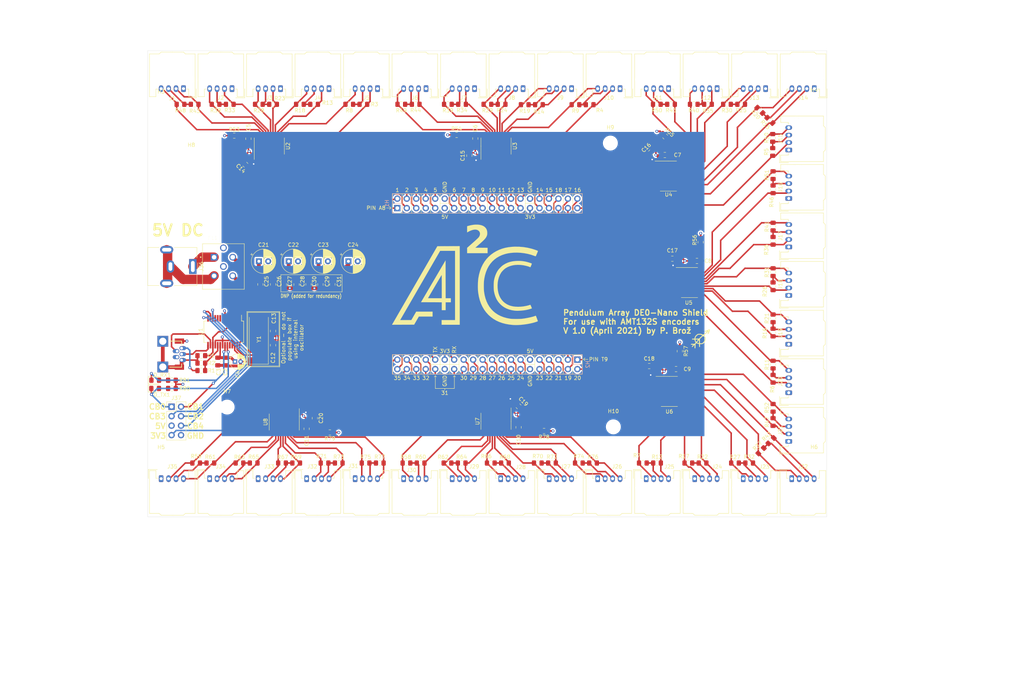
<source format=kicad_pcb>
(kicad_pcb (version 20171130) (host pcbnew "(5.1.10)-1")
  (layers (0 F.Cu signal) (1 In1.Cu signal hide) (2 In2.Cu signal hide) (31 B.Cu signal hide) (34 B.Paste user) (35 F.Paste user) (36 B.SilkS user) (37 F.SilkS user) (38 B.Mask user) (39 F.Mask user) (44 Edge.Cuts user))
  (net 0 "")
  (net 1 GND)
  (net 2 "Net-(J1-Pad2)")
  (net 3 "Net-(J1-Pad4)")
  (net 4 /3V3)
  (net 5 "Net-(J2-Pad4)")
  (net 6 "Net-(J2-Pad2)")
  (net 7 "Net-(J3-Pad4)")
  (net 8 "Net-(J3-Pad2)")
  (net 9 "Net-(C1-Pad1)")
  (net 10 "Net-(U1-Pad11)")
  (net 11 "Net-(U1-Pad10)")
  (net 12 "Net-(U1-Pad9)")
  (net 13 "Net-(U1-Pad6)")
  (net 14 /RX)
  (net 15 "Net-(U1-Pad3)")
  (net 16 "Net-(U1-Pad2)")
  (net 17 /TX)
  (net 18 "Net-(J4-Pad4)")
  (net 19 "Net-(J4-Pad2)")
  (net 20 "Net-(J5-Pad4)")
  (net 21 "Net-(J5-Pad2)")
  (net 22 "Net-(J6-Pad4)")
  (net 23 "Net-(J6-Pad2)")
  (net 24 "Net-(R1-Pad2)")
  (net 25 "Net-(C5-Pad1)")
  (net 26 "Net-(C6-Pad1)")
  (net 27 "Net-(C7-Pad1)")
  (net 28 "Net-(C8-Pad1)")
  (net 29 "Net-(C9-Pad1)")
  (net 30 "Net-(C10-Pad1)")
  (net 31 "Net-(C11-Pad1)")
  (net 32 "Net-(J0-Pad2)")
  (net 33 "Net-(J0-Pad4)")
  (net 34 "Net-(J0-Pad1)")
  (net 35 "Net-(J0-Pad3)")
  (net 36 "Net-(J11-Pad2)")
  (net 37 "Net-(J16-Pad2)")
  (net 38 "Net-(J21-Pad2)")
  (net 39 "Net-(J11-Pad4)")
  (net 40 "Net-(J16-Pad4)")
  (net 41 "Net-(J21-Pad4)")
  (net 42 "Net-(J7-Pad2)")
  (net 43 "Net-(J12-Pad2)")
  (net 44 "Net-(J17-Pad2)")
  (net 45 "Net-(J22-Pad2)")
  (net 46 "Net-(J7-Pad4)")
  (net 47 "Net-(J12-Pad4)")
  (net 48 "Net-(J17-Pad4)")
  (net 49 "Net-(J22-Pad4)")
  (net 50 "Net-(J8-Pad2)")
  (net 51 "Net-(J13-Pad2)")
  (net 52 "Net-(J18-Pad2)")
  (net 53 "Net-(J23-Pad2)")
  (net 54 "Net-(J8-Pad4)")
  (net 55 "Net-(J13-Pad4)")
  (net 56 "Net-(J18-Pad4)")
  (net 57 "Net-(J23-Pad4)")
  (net 58 "Net-(J9-Pad2)")
  (net 59 "Net-(J14-Pad2)")
  (net 60 "Net-(J19-Pad2)")
  (net 61 "Net-(J24-Pad2)")
  (net 62 "Net-(J9-Pad4)")
  (net 63 "Net-(J14-Pad4)")
  (net 64 "Net-(J19-Pad4)")
  (net 65 "Net-(J24-Pad4)")
  (net 66 "Net-(J10-Pad2)")
  (net 67 "Net-(J15-Pad2)")
  (net 68 "Net-(J20-Pad2)")
  (net 69 "Net-(J25-Pad2)")
  (net 70 "Net-(J10-Pad4)")
  (net 71 "Net-(J15-Pad4)")
  (net 72 "Net-(J20-Pad4)")
  (net 73 "Net-(J25-Pad4)")
  (net 74 "Net-(J26-Pad2)")
  (net 75 "Net-(J31-Pad2)")
  (net 76 "Net-(J26-Pad4)")
  (net 77 "Net-(J31-Pad4)")
  (net 78 "Net-(J27-Pad2)")
  (net 79 "Net-(J32-Pad2)")
  (net 80 "Net-(J27-Pad4)")
  (net 81 "Net-(J32-Pad4)")
  (net 82 "Net-(J28-Pad2)")
  (net 83 "Net-(J33-Pad2)")
  (net 84 "Net-(J28-Pad4)")
  (net 85 "Net-(J33-Pad4)")
  (net 86 "Net-(J29-Pad2)")
  (net 87 "Net-(J34-Pad2)")
  (net 88 "Net-(J29-Pad4)")
  (net 89 "Net-(J34-Pad4)")
  (net 90 "Net-(J30-Pad2)")
  (net 91 "Net-(J35-Pad2)")
  (net 92 "Net-(J30-Pad4)")
  (net 93 "Net-(J35-Pad4)")
  (net 94 /5V)
  (net 95 /1a)
  (net 96 /1b)
  (net 97 /2b)
  (net 98 /2a)
  (net 99 /3b)
  (net 100 /3a)
  (net 101 /4b)
  (net 102 /4a)
  (net 103 /5b)
  (net 104 /5a)
  (net 105 /15a)
  (net 106 /15b)
  (net 107 /14a)
  (net 108 /14b)
  (net 109 /13a)
  (net 110 /13b)
  (net 111 /12a)
  (net 112 /12b)
  (net 113 /11a)
  (net 114 /11b)
  (net 115 /10a)
  (net 116 /10b)
  (net 117 /9a)
  (net 118 /9b)
  (net 119 /8a)
  (net 120 /8b)
  (net 121 /7a)
  (net 122 /7b)
  (net 123 /6a)
  (net 124 /6b)
  (net 125 /20a)
  (net 126 /20b)
  (net 127 /19a)
  (net 128 /19b)
  (net 129 /18a)
  (net 130 /18b)
  (net 131 /17a)
  (net 132 /17b)
  (net 133 /16a)
  (net 134 /16b)
  (net 135 /25a)
  (net 136 /25b)
  (net 137 /24a)
  (net 138 /24b)
  (net 139 /23a)
  (net 140 /23b)
  (net 141 /22a)
  (net 142 /22b)
  (net 143 /21a)
  (net 144 /21b)
  (net 145 /30a)
  (net 146 /30b)
  (net 147 /29a)
  (net 148 /29b)
  (net 149 /28a)
  (net 150 /28b)
  (net 151 /27a)
  (net 152 /27b)
  (net 153 /26a)
  (net 154 /26b)
  (net 155 /35a)
  (net 156 /35b)
  (net 157 /34a)
  (net 158 /34b)
  (net 159 /33a)
  (net 160 /33b)
  (net 161 /32a)
  (net 162 /32b)
  (net 163 /31a)
  (net 164 /31b)
  (net 165 "Net-(C13-Pad1)")
  (net 166 "Net-(C12-Pad1)")
  (net 167 "Net-(J37-Pad4)")
  (net 168 "Net-(J37-Pad3)")
  (net 169 "Net-(D_RX1-Pad2)")
  (net 170 "Net-(D_RX1-Pad1)")
  (net 171 "Net-(D_TX1-Pad2)")
  (net 172 "Net-(D_TX1-Pad1)")
  (net 173 "Net-(J37-Pad6)")
  (net 174 "Net-(FL1-Pad3)")
  (net 175 "Net-(FL1-Pad1)")
  (module FK_fpga_shield_custom_footprints:signature_5x5 (layer F.Cu) (at 223.3 115.9)
    (fp_text reference G*** hide)
    (fp_text value LOGO hide)
  )
  (module Resistor_SMD:R_0805_2012Metric_Pad1.15x1.40mm_HandSolder (layer F.Cu) (at 89.575 124.4)
    (fp_text reference R1 (at 2.725 0) (layer F.SilkS))
    (fp_text value 4k7)
    (pad 1 smd roundrect (at -1.025 0) (size 1.15 1.4) (layers F.Cu F.Paste F.Mask) (roundrect_rratio 0.217391) (net 34 "Net-(J0-Pad1)"))
    (pad 2 smd roundrect (at 1.025 0) (size 1.15 1.4) (layers F.Cu F.Paste F.Mask) (roundrect_rratio 0.217391) (net 24 "Net-(R1-Pad2)"))
  )
  (module MountingHole:MountingHole_3.2mm_M3 (layer F.Cu) (at 200 139.5)
    (fp_text reference H10 (at 0 -4.2) (layer F.SilkS))
    (fp_text value MountingHole)
    (pad 1 np_thru_hole circle (at 0 0) (size 3.2 3.2) (drill 3.2) (layers *.Cu *.Mask))
  )
  (module MountingHole:MountingHole_3.2mm_M3 (layer F.Cu) (at 199.2 63.4)
    (fp_text reference H9 (at 0 -4.2) (layer F.SilkS))
    (fp_text value MountingHole)
    (pad 1 np_thru_hole circle (at 0 0) (size 3.2 3.2) (drill 3.2) (layers *.Cu *.Mask))
  )
  (module MountingHole:MountingHole_3.2mm_M3 (layer F.Cu) (at 86.9 68.1)
    (fp_text reference H8 (at 0 -4.2) (layer F.SilkS))
    (fp_text value MountingHole)
    (pad 1 np_thru_hole circle (at 0 0) (size 3.2 3.2) (drill 3.2) (layers *.Cu *.Mask))
  )
  (module MountingHole:MountingHole_3.2mm_M3 (layer F.Cu) (at 96.5 134.2)
    (fp_text reference H7 (at 0 -4.2) (layer F.SilkS))
    (fp_text value MountingHole)
    (pad 1 np_thru_hole circle (at 0 0) (size 3.2 3.2) (drill 3.2) (layers *.Cu *.Mask))
  )
  (module FK_fpga_shield_custom_footprints:aa4ccLogo_BIG (layer F.Cu) (at 160 99.8)
    (fp_text reference G*** hide)
    (fp_text value LOGO hide)
  )
  (module Connector_Molex:Molex_MicroClasp_55935-0410_1x04_P2.00mm_Horizontal (layer F.Cu) (at 78.8 153.4)
    (fp_text reference J35 (at 3 -3.25) (layer F.SilkS))
    (fp_text value molex-51382-0400-microclasp)
    (pad "" np_thru_hole circle (at -2 2.4) (size 1.2 1.2) (drill 1.2) (layers *.Cu *.Mask))
    (pad "" np_thru_hole circle (at 8 2.4) (size 1.2 1.2) (drill 1.2) (layers *.Cu *.Mask))
    (pad 4 thru_hole oval (at 6 0) (size 1.2 1.8) (drill 0.8) (layers *.Cu *.Mask) (net 93 "Net-(J35-Pad4)"))
    (pad 3 thru_hole oval (at 4 0) (size 1.2 1.8) (drill 0.8) (layers *.Cu *.Mask) (net 94 /5V))
    (pad 2 thru_hole oval (at 2 0) (size 1.2 1.8) (drill 0.8) (layers *.Cu *.Mask) (net 91 "Net-(J35-Pad2)"))
    (pad 1 thru_hole roundrect (at 0 0) (size 1.2 1.8) (drill 0.8) (layers *.Cu *.Mask) (roundrect_rratio 0.208333) (net 1 GND))
  )
  (module Connector_Molex:Molex_MicroClasp_55935-0410_1x04_P2.00mm_Horizontal (layer F.Cu) (at 91.8 153.4)
    (fp_text reference J34 (at 3 -3.25) (layer F.SilkS))
    (fp_text value molex-51382-0400-microclasp)
    (pad "" np_thru_hole circle (at -2 2.4) (size 1.2 1.2) (drill 1.2) (layers *.Cu *.Mask))
    (pad "" np_thru_hole circle (at 8 2.4) (size 1.2 1.2) (drill 1.2) (layers *.Cu *.Mask))
    (pad 4 thru_hole oval (at 6 0) (size 1.2 1.8) (drill 0.8) (layers *.Cu *.Mask) (net 89 "Net-(J34-Pad4)"))
    (pad 3 thru_hole oval (at 4 0) (size 1.2 1.8) (drill 0.8) (layers *.Cu *.Mask) (net 94 /5V))
    (pad 2 thru_hole oval (at 2 0) (size 1.2 1.8) (drill 0.8) (layers *.Cu *.Mask) (net 87 "Net-(J34-Pad2)"))
    (pad 1 thru_hole roundrect (at 0 0) (size 1.2 1.8) (drill 0.8) (layers *.Cu *.Mask) (roundrect_rratio 0.208333) (net 1 GND))
  )
  (module Connector_Molex:Molex_MicroClasp_55935-0410_1x04_P2.00mm_Horizontal (layer F.Cu) (at 104.8 153.4)
    (fp_text reference J33 (at 3 -3.25) (layer F.SilkS))
    (fp_text value molex-51382-0400-microclasp)
    (pad "" np_thru_hole circle (at -2 2.4) (size 1.2 1.2) (drill 1.2) (layers *.Cu *.Mask))
    (pad "" np_thru_hole circle (at 8 2.4) (size 1.2 1.2) (drill 1.2) (layers *.Cu *.Mask))
    (pad 4 thru_hole oval (at 6 0) (size 1.2 1.8) (drill 0.8) (layers *.Cu *.Mask) (net 85 "Net-(J33-Pad4)"))
    (pad 3 thru_hole oval (at 4 0) (size 1.2 1.8) (drill 0.8) (layers *.Cu *.Mask) (net 94 /5V))
    (pad 2 thru_hole oval (at 2 0) (size 1.2 1.8) (drill 0.8) (layers *.Cu *.Mask) (net 83 "Net-(J33-Pad2)"))
    (pad 1 thru_hole roundrect (at 0 0) (size 1.2 1.8) (drill 0.8) (layers *.Cu *.Mask) (roundrect_rratio 0.208333) (net 1 GND))
  )
  (module Connector_Molex:Molex_MicroClasp_55935-0410_1x04_P2.00mm_Horizontal (layer F.Cu) (at 117.8 153.4)
    (fp_text reference J32 (at 1.5 -3.25) (layer F.SilkS))
    (fp_text value molex-51382-0400-microclasp)
    (pad "" np_thru_hole circle (at -2 2.4) (size 1.2 1.2) (drill 1.2) (layers *.Cu *.Mask))
    (pad "" np_thru_hole circle (at 8 2.4) (size 1.2 1.2) (drill 1.2) (layers *.Cu *.Mask))
    (pad 4 thru_hole oval (at 6 0) (size 1.2 1.8) (drill 0.8) (layers *.Cu *.Mask) (net 81 "Net-(J32-Pad4)"))
    (pad 3 thru_hole oval (at 4 0) (size 1.2 1.8) (drill 0.8) (layers *.Cu *.Mask) (net 94 /5V))
    (pad 2 thru_hole oval (at 2 0) (size 1.2 1.8) (drill 0.8) (layers *.Cu *.Mask) (net 79 "Net-(J32-Pad2)"))
    (pad 1 thru_hole roundrect (at 0 0) (size 1.2 1.8) (drill 0.8) (layers *.Cu *.Mask) (roundrect_rratio 0.208333) (net 1 GND))
  )
  (module Connector_Molex:Molex_MicroClasp_55935-0410_1x04_P2.00mm_Horizontal (layer F.Cu) (at 130.8 153.4)
    (fp_text reference J31 (at -0.5 -3.4) (layer F.SilkS))
    (fp_text value molex-51382-0400-microclasp)
    (pad "" np_thru_hole circle (at -2 2.4) (size 1.2 1.2) (drill 1.2) (layers *.Cu *.Mask))
    (pad "" np_thru_hole circle (at 8 2.4) (size 1.2 1.2) (drill 1.2) (layers *.Cu *.Mask))
    (pad 4 thru_hole oval (at 6 0) (size 1.2 1.8) (drill 0.8) (layers *.Cu *.Mask) (net 77 "Net-(J31-Pad4)"))
    (pad 3 thru_hole oval (at 4 0) (size 1.2 1.8) (drill 0.8) (layers *.Cu *.Mask) (net 94 /5V))
    (pad 2 thru_hole oval (at 2 0) (size 1.2 1.8) (drill 0.8) (layers *.Cu *.Mask) (net 75 "Net-(J31-Pad2)"))
    (pad 1 thru_hole roundrect (at 0 0) (size 1.2 1.8) (drill 0.8) (layers *.Cu *.Mask) (roundrect_rratio 0.208333) (net 1 GND))
  )
  (module Connector_Molex:Molex_MicroClasp_55935-0410_1x04_P2.00mm_Horizontal (layer F.Cu) (at 143.8 153.4)
    (fp_text reference J30 (at 2.1 -2.3) (layer F.SilkS))
    (fp_text value molex-51382-0400-microclasp)
    (pad "" np_thru_hole circle (at -2 2.4) (size 1.2 1.2) (drill 1.2) (layers *.Cu *.Mask))
    (pad "" np_thru_hole circle (at 8 2.4) (size 1.2 1.2) (drill 1.2) (layers *.Cu *.Mask))
    (pad 4 thru_hole oval (at 6 0) (size 1.2 1.8) (drill 0.8) (layers *.Cu *.Mask) (net 92 "Net-(J30-Pad4)"))
    (pad 3 thru_hole oval (at 4 0) (size 1.2 1.8) (drill 0.8) (layers *.Cu *.Mask) (net 94 /5V))
    (pad 2 thru_hole oval (at 2 0) (size 1.2 1.8) (drill 0.8) (layers *.Cu *.Mask) (net 90 "Net-(J30-Pad2)"))
    (pad 1 thru_hole roundrect (at 0 0) (size 1.2 1.8) (drill 0.8) (layers *.Cu *.Mask) (roundrect_rratio 0.208333) (net 1 GND))
  )
  (module Connector_Molex:Molex_MicroClasp_55935-0410_1x04_P2.00mm_Horizontal (layer F.Cu) (at 156.8 153.4)
    (fp_text reference J29 (at 5.9 -3.25) (layer F.SilkS))
    (fp_text value molex-51382-0400-microclasp)
    (pad "" np_thru_hole circle (at -2 2.4) (size 1.2 1.2) (drill 1.2) (layers *.Cu *.Mask))
    (pad "" np_thru_hole circle (at 8 2.4) (size 1.2 1.2) (drill 1.2) (layers *.Cu *.Mask))
    (pad 4 thru_hole oval (at 6 0) (size 1.2 1.8) (drill 0.8) (layers *.Cu *.Mask) (net 88 "Net-(J29-Pad4)"))
    (pad 3 thru_hole oval (at 4 0) (size 1.2 1.8) (drill 0.8) (layers *.Cu *.Mask) (net 94 /5V))
    (pad 2 thru_hole oval (at 2 0) (size 1.2 1.8) (drill 0.8) (layers *.Cu *.Mask) (net 86 "Net-(J29-Pad2)"))
    (pad 1 thru_hole roundrect (at 0 0) (size 1.2 1.8) (drill 0.8) (layers *.Cu *.Mask) (roundrect_rratio 0.208333) (net 1 GND))
  )
  (module Connector_Molex:Molex_MicroClasp_55935-0410_1x04_P2.00mm_Horizontal (layer F.Cu) (at 169.8 153.4)
    (fp_text reference J28 (at 5.4 -3.1) (layer F.SilkS))
    (fp_text value molex-51382-0400-microclasp)
    (pad "" np_thru_hole circle (at -2 2.4) (size 1.2 1.2) (drill 1.2) (layers *.Cu *.Mask))
    (pad "" np_thru_hole circle (at 8 2.4) (size 1.2 1.2) (drill 1.2) (layers *.Cu *.Mask))
    (pad 4 thru_hole oval (at 6 0) (size 1.2 1.8) (drill 0.8) (layers *.Cu *.Mask) (net 84 "Net-(J28-Pad4)"))
    (pad 3 thru_hole oval (at 4 0) (size 1.2 1.8) (drill 0.8) (layers *.Cu *.Mask) (net 94 /5V))
    (pad 2 thru_hole oval (at 2 0) (size 1.2 1.8) (drill 0.8) (layers *.Cu *.Mask) (net 82 "Net-(J28-Pad2)"))
    (pad 1 thru_hole roundrect (at 0 0) (size 1.2 1.8) (drill 0.8) (layers *.Cu *.Mask) (roundrect_rratio 0.208333) (net 1 GND))
  )
  (module Connector_Molex:Molex_MicroClasp_55935-0410_1x04_P2.00mm_Horizontal (layer F.Cu) (at 182.8 153.4)
    (fp_text reference J27 (at 4.4 -3.25) (layer F.SilkS))
    (fp_text value molex-51382-0400-microclasp)
    (pad "" np_thru_hole circle (at -2 2.4) (size 1.2 1.2) (drill 1.2) (layers *.Cu *.Mask))
    (pad "" np_thru_hole circle (at 8 2.4) (size 1.2 1.2) (drill 1.2) (layers *.Cu *.Mask))
    (pad 4 thru_hole oval (at 6 0) (size 1.2 1.8) (drill 0.8) (layers *.Cu *.Mask) (net 80 "Net-(J27-Pad4)"))
    (pad 3 thru_hole oval (at 4 0) (size 1.2 1.8) (drill 0.8) (layers *.Cu *.Mask) (net 94 /5V))
    (pad 2 thru_hole oval (at 2 0) (size 1.2 1.8) (drill 0.8) (layers *.Cu *.Mask) (net 78 "Net-(J27-Pad2)"))
    (pad 1 thru_hole roundrect (at 0 0) (size 1.2 1.8) (drill 0.8) (layers *.Cu *.Mask) (roundrect_rratio 0.208333) (net 1 GND))
  )
  (module Connector_Molex:Molex_MicroClasp_55935-0410_1x04_P2.00mm_Horizontal (layer F.Cu) (at 195.8 153.4)
    (fp_text reference J26 (at 5.2 -3.25) (layer F.SilkS))
    (fp_text value molex-51382-0400-microclasp)
    (pad "" np_thru_hole circle (at -2 2.4) (size 1.2 1.2) (drill 1.2) (layers *.Cu *.Mask))
    (pad "" np_thru_hole circle (at 8 2.4) (size 1.2 1.2) (drill 1.2) (layers *.Cu *.Mask))
    (pad 4 thru_hole oval (at 6 0) (size 1.2 1.8) (drill 0.8) (layers *.Cu *.Mask) (net 76 "Net-(J26-Pad4)"))
    (pad 3 thru_hole oval (at 4 0) (size 1.2 1.8) (drill 0.8) (layers *.Cu *.Mask) (net 94 /5V))
    (pad 2 thru_hole oval (at 2 0) (size 1.2 1.8) (drill 0.8) (layers *.Cu *.Mask) (net 74 "Net-(J26-Pad2)"))
    (pad 1 thru_hole roundrect (at 0 0) (size 1.2 1.8) (drill 0.8) (layers *.Cu *.Mask) (roundrect_rratio 0.208333) (net 1 GND))
  )
  (module Connector_Molex:Molex_MicroClasp_55935-0410_1x04_P2.00mm_Horizontal (layer F.Cu) (at 208.8 153.4)
    (fp_text reference J25 (at 6.2 -3.2) (layer F.SilkS))
    (fp_text value molex-51382-0400-microclasp)
    (pad "" np_thru_hole circle (at -2 2.4) (size 1.2 1.2) (drill 1.2) (layers *.Cu *.Mask))
    (pad "" np_thru_hole circle (at 8 2.4) (size 1.2 1.2) (drill 1.2) (layers *.Cu *.Mask))
    (pad 4 thru_hole oval (at 6 0) (size 1.2 1.8) (drill 0.8) (layers *.Cu *.Mask) (net 73 "Net-(J25-Pad4)"))
    (pad 3 thru_hole oval (at 4 0) (size 1.2 1.8) (drill 0.8) (layers *.Cu *.Mask) (net 94 /5V))
    (pad 2 thru_hole oval (at 2 0) (size 1.2 1.8) (drill 0.8) (layers *.Cu *.Mask) (net 69 "Net-(J25-Pad2)"))
    (pad 1 thru_hole roundrect (at 0 0) (size 1.2 1.8) (drill 0.8) (layers *.Cu *.Mask) (roundrect_rratio 0.208333) (net 1 GND))
  )
  (module Connector_Molex:Molex_MicroClasp_55935-0410_1x04_P2.00mm_Horizontal (layer F.Cu) (at 221.8 153.4)
    (fp_text reference J24 (at 6 -3.2) (layer F.SilkS))
    (fp_text value molex-51382-0400-microclasp)
    (pad "" np_thru_hole circle (at -2 2.4) (size 1.2 1.2) (drill 1.2) (layers *.Cu *.Mask))
    (pad "" np_thru_hole circle (at 8 2.4) (size 1.2 1.2) (drill 1.2) (layers *.Cu *.Mask))
    (pad 4 thru_hole oval (at 6 0) (size 1.2 1.8) (drill 0.8) (layers *.Cu *.Mask) (net 65 "Net-(J24-Pad4)"))
    (pad 3 thru_hole oval (at 4 0) (size 1.2 1.8) (drill 0.8) (layers *.Cu *.Mask) (net 94 /5V))
    (pad 2 thru_hole oval (at 2 0) (size 1.2 1.8) (drill 0.8) (layers *.Cu *.Mask) (net 61 "Net-(J24-Pad2)"))
    (pad 1 thru_hole roundrect (at 0 0) (size 1.2 1.8) (drill 0.8) (layers *.Cu *.Mask) (roundrect_rratio 0.208333) (net 1 GND))
  )
  (module Connector_Molex:Molex_MicroClasp_55935-0410_1x04_P2.00mm_Horizontal (layer F.Cu) (at 234.8 153.4)
    (fp_text reference J23 (at 5.7 -3.2) (layer F.SilkS))
    (fp_text value molex-51382-0400-microclasp)
    (pad "" np_thru_hole circle (at -2 2.4) (size 1.2 1.2) (drill 1.2) (layers *.Cu *.Mask))
    (pad "" np_thru_hole circle (at 8 2.4) (size 1.2 1.2) (drill 1.2) (layers *.Cu *.Mask))
    (pad 4 thru_hole oval (at 6 0) (size 1.2 1.8) (drill 0.8) (layers *.Cu *.Mask) (net 57 "Net-(J23-Pad4)"))
    (pad 3 thru_hole oval (at 4 0) (size 1.2 1.8) (drill 0.8) (layers *.Cu *.Mask) (net 94 /5V))
    (pad 2 thru_hole oval (at 2 0) (size 1.2 1.8) (drill 0.8) (layers *.Cu *.Mask) (net 53 "Net-(J23-Pad2)"))
    (pad 1 thru_hole roundrect (at 0 0) (size 1.2 1.8) (drill 0.8) (layers *.Cu *.Mask) (roundrect_rratio 0.208333) (net 1 GND))
  )
  (module Connector_Molex:Molex_MicroClasp_55935-0410_1x04_P2.00mm_Horizontal (layer F.Cu) (at 247.8 153.4)
    (fp_text reference J22 (at 3 -3.25) (layer F.SilkS))
    (fp_text value molex-51382-0400-microclasp)
    (pad "" np_thru_hole circle (at -2 2.4) (size 1.2 1.2) (drill 1.2) (layers *.Cu *.Mask))
    (pad "" np_thru_hole circle (at 8 2.4) (size 1.2 1.2) (drill 1.2) (layers *.Cu *.Mask))
    (pad 4 thru_hole oval (at 6 0) (size 1.2 1.8) (drill 0.8) (layers *.Cu *.Mask) (net 49 "Net-(J22-Pad4)"))
    (pad 3 thru_hole oval (at 4 0) (size 1.2 1.8) (drill 0.8) (layers *.Cu *.Mask) (net 94 /5V))
    (pad 2 thru_hole oval (at 2 0) (size 1.2 1.8) (drill 0.8) (layers *.Cu *.Mask) (net 45 "Net-(J22-Pad2)"))
    (pad 1 thru_hole roundrect (at 0 0) (size 1.2 1.8) (drill 0.8) (layers *.Cu *.Mask) (roundrect_rratio 0.208333) (net 1 GND))
  )
  (module Connector_Molex:Molex_MicroClasp_55935-0410_1x04_P2.00mm_Horizontal (layer F.Cu) (at 247 143.4 90)
    (fp_text reference J21 (at 3 -2.25 90) (layer F.SilkS))
    (fp_text value molex-51382-0400-microclasp)
    (pad "" np_thru_hole circle (at -2 2.4 90) (size 1.2 1.2) (drill 1.2) (layers *.Cu *.Mask))
    (pad "" np_thru_hole circle (at 8 2.4 90) (size 1.2 1.2) (drill 1.2) (layers *.Cu *.Mask))
    (pad 4 thru_hole oval (at 6 0 90) (size 1.2 1.8) (drill 0.8) (layers *.Cu *.Mask) (net 41 "Net-(J21-Pad4)"))
    (pad 3 thru_hole oval (at 4 0 90) (size 1.2 1.8) (drill 0.8) (layers *.Cu *.Mask) (net 94 /5V))
    (pad 2 thru_hole oval (at 2 0 90) (size 1.2 1.8) (drill 0.8) (layers *.Cu *.Mask) (net 38 "Net-(J21-Pad2)"))
    (pad 1 thru_hole roundrect (at 0 0 90) (size 1.2 1.8) (drill 0.8) (layers *.Cu *.Mask) (roundrect_rratio 0.208333) (net 1 GND))
  )
  (module Connector_Molex:Molex_MicroClasp_55935-0410_1x04_P2.00mm_Horizontal (layer F.Cu) (at 247 130.35 90)
    (fp_text reference J20 (at 3 -2.25 90) (layer F.SilkS))
    (fp_text value molex-51382-0400-microclasp)
    (pad "" np_thru_hole circle (at -2 2.4 90) (size 1.2 1.2) (drill 1.2) (layers *.Cu *.Mask))
    (pad "" np_thru_hole circle (at 8 2.4 90) (size 1.2 1.2) (drill 1.2) (layers *.Cu *.Mask))
    (pad 4 thru_hole oval (at 6 0 90) (size 1.2 1.8) (drill 0.8) (layers *.Cu *.Mask) (net 72 "Net-(J20-Pad4)"))
    (pad 3 thru_hole oval (at 4 0 90) (size 1.2 1.8) (drill 0.8) (layers *.Cu *.Mask) (net 94 /5V))
    (pad 2 thru_hole oval (at 2 0 90) (size 1.2 1.8) (drill 0.8) (layers *.Cu *.Mask) (net 68 "Net-(J20-Pad2)"))
    (pad 1 thru_hole roundrect (at 0 0 90) (size 1.2 1.8) (drill 0.8) (layers *.Cu *.Mask) (roundrect_rratio 0.208333) (net 1 GND))
  )
  (module Connector_Molex:Molex_MicroClasp_55935-0410_1x04_P2.00mm_Horizontal (layer F.Cu) (at 247 117.35 90)
    (fp_text reference J19 (at 3 -2.25 90) (layer F.SilkS))
    (fp_text value molex-51382-0400-microclasp)
    (pad "" np_thru_hole circle (at -2 2.4 90) (size 1.2 1.2) (drill 1.2) (layers *.Cu *.Mask))
    (pad "" np_thru_hole circle (at 8 2.4 90) (size 1.2 1.2) (drill 1.2) (layers *.Cu *.Mask))
    (pad 4 thru_hole oval (at 6 0 90) (size 1.2 1.8) (drill 0.8) (layers *.Cu *.Mask) (net 64 "Net-(J19-Pad4)"))
    (pad 3 thru_hole oval (at 4 0 90) (size 1.2 1.8) (drill 0.8) (layers *.Cu *.Mask) (net 94 /5V))
    (pad 2 thru_hole oval (at 2 0 90) (size 1.2 1.8) (drill 0.8) (layers *.Cu *.Mask) (net 60 "Net-(J19-Pad2)"))
    (pad 1 thru_hole roundrect (at 0 0 90) (size 1.2 1.8) (drill 0.8) (layers *.Cu *.Mask) (roundrect_rratio 0.208333) (net 1 GND))
  )
  (module Connector_Molex:Molex_MicroClasp_55935-0410_1x04_P2.00mm_Horizontal (layer F.Cu) (at 247 104.25 90)
    (fp_text reference J18 (at 3 -2.25 90) (layer F.SilkS))
    (fp_text value molex-51382-0400-microclasp)
    (pad "" np_thru_hole circle (at -2 2.4 90) (size 1.2 1.2) (drill 1.2) (layers *.Cu *.Mask))
    (pad "" np_thru_hole circle (at 8 2.4 90) (size 1.2 1.2) (drill 1.2) (layers *.Cu *.Mask))
    (pad 4 thru_hole oval (at 6 0 90) (size 1.2 1.8) (drill 0.8) (layers *.Cu *.Mask) (net 56 "Net-(J18-Pad4)"))
    (pad 3 thru_hole oval (at 4 0 90) (size 1.2 1.8) (drill 0.8) (layers *.Cu *.Mask) (net 94 /5V))
    (pad 2 thru_hole oval (at 2 0 90) (size 1.2 1.8) (drill 0.8) (layers *.Cu *.Mask) (net 52 "Net-(J18-Pad2)"))
    (pad 1 thru_hole roundrect (at 0 0 90) (size 1.2 1.8) (drill 0.8) (layers *.Cu *.Mask) (roundrect_rratio 0.208333) (net 1 GND))
  )
  (module Connector_Molex:Molex_MicroClasp_55935-0410_1x04_P2.00mm_Horizontal (layer F.Cu) (at 247 91.25 90)
    (fp_text reference J17 (at 3 -2.25 90) (layer F.SilkS))
    (fp_text value molex-51382-0400-microclasp)
    (pad "" np_thru_hole circle (at -2 2.4 90) (size 1.2 1.2) (drill 1.2) (layers *.Cu *.Mask))
    (pad "" np_thru_hole circle (at 8 2.4 90) (size 1.2 1.2) (drill 1.2) (layers *.Cu *.Mask))
    (pad 4 thru_hole oval (at 6 0 90) (size 1.2 1.8) (drill 0.8) (layers *.Cu *.Mask) (net 48 "Net-(J17-Pad4)"))
    (pad 3 thru_hole oval (at 4 0 90) (size 1.2 1.8) (drill 0.8) (layers *.Cu *.Mask) (net 94 /5V))
    (pad 2 thru_hole oval (at 2 0 90) (size 1.2 1.8) (drill 0.8) (layers *.Cu *.Mask) (net 44 "Net-(J17-Pad2)"))
    (pad 1 thru_hole roundrect (at 0 0 90) (size 1.2 1.8) (drill 0.8) (layers *.Cu *.Mask) (roundrect_rratio 0.208333) (net 1 GND))
  )
  (module Connector_Molex:Molex_MicroClasp_55935-0410_1x04_P2.00mm_Horizontal (layer F.Cu) (at 247 78.25 90)
    (fp_text reference J16 (at 3 -2.25 90) (layer F.SilkS))
    (fp_text value molex-51382-0400-microclasp)
    (pad "" np_thru_hole circle (at -2 2.4 90) (size 1.2 1.2) (drill 1.2) (layers *.Cu *.Mask))
    (pad "" np_thru_hole circle (at 8 2.4 90) (size 1.2 1.2) (drill 1.2) (layers *.Cu *.Mask))
    (pad 4 thru_hole oval (at 6 0 90) (size 1.2 1.8) (drill 0.8) (layers *.Cu *.Mask) (net 40 "Net-(J16-Pad4)"))
    (pad 3 thru_hole oval (at 4 0 90) (size 1.2 1.8) (drill 0.8) (layers *.Cu *.Mask) (net 94 /5V))
    (pad 2 thru_hole oval (at 2 0 90) (size 1.2 1.8) (drill 0.8) (layers *.Cu *.Mask) (net 37 "Net-(J16-Pad2)"))
    (pad 1 thru_hole roundrect (at 0 0 90) (size 1.2 1.8) (drill 0.8) (layers *.Cu *.Mask) (roundrect_rratio 0.208333) (net 1 GND))
  )
  (module Connector_Molex:Molex_MicroClasp_55935-0410_1x04_P2.00mm_Horizontal (layer F.Cu) (at 247 65.25 90)
    (fp_text reference J15 (at 3 -2.25 90) (layer F.SilkS))
    (fp_text value molex-51382-0400-microclasp)
    (pad "" np_thru_hole circle (at -2 2.4 90) (size 1.2 1.2) (drill 1.2) (layers *.Cu *.Mask))
    (pad "" np_thru_hole circle (at 8 2.4 90) (size 1.2 1.2) (drill 1.2) (layers *.Cu *.Mask))
    (pad 4 thru_hole oval (at 6 0 90) (size 1.2 1.8) (drill 0.8) (layers *.Cu *.Mask) (net 71 "Net-(J15-Pad4)"))
    (pad 3 thru_hole oval (at 4 0 90) (size 1.2 1.8) (drill 0.8) (layers *.Cu *.Mask) (net 94 /5V))
    (pad 2 thru_hole oval (at 2 0 90) (size 1.2 1.8) (drill 0.8) (layers *.Cu *.Mask) (net 67 "Net-(J15-Pad2)"))
    (pad 1 thru_hole roundrect (at 0 0 90) (size 1.2 1.8) (drill 0.8) (layers *.Cu *.Mask) (roundrect_rratio 0.208333) (net 1 GND))
  )
  (module Connector_Molex:Molex_MicroClasp_55935-0410_1x04_P2.00mm_Horizontal (layer F.Cu) (at 253.85 48.8 180)
    (fp_text reference J14 (at 3 -2.45) (layer F.SilkS))
    (fp_text value molex-51382-0400-microclasp)
    (pad "" np_thru_hole circle (at -2 2.4 180) (size 1.2 1.2) (drill 1.2) (layers *.Cu *.Mask))
    (pad "" np_thru_hole circle (at 8 2.4 180) (size 1.2 1.2) (drill 1.2) (layers *.Cu *.Mask))
    (pad 4 thru_hole oval (at 6 0 180) (size 1.2 1.8) (drill 0.8) (layers *.Cu *.Mask) (net 63 "Net-(J14-Pad4)"))
    (pad 3 thru_hole oval (at 4 0 180) (size 1.2 1.8) (drill 0.8) (layers *.Cu *.Mask) (net 94 /5V))
    (pad 2 thru_hole oval (at 2 0 180) (size 1.2 1.8) (drill 0.8) (layers *.Cu *.Mask) (net 59 "Net-(J14-Pad2)"))
    (pad 1 thru_hole roundrect (at 0 0 180) (size 1.2 1.8) (drill 0.8) (layers *.Cu *.Mask) (roundrect_rratio 0.208333) (net 1 GND))
  )
  (module Connector_Molex:Molex_MicroClasp_55935-0410_1x04_P2.00mm_Horizontal (layer F.Cu) (at 240.8 48.8 180)
    (fp_text reference J13 (at 3 -2.45) (layer F.SilkS))
    (fp_text value molex-51382-0400-microclasp)
    (pad "" np_thru_hole circle (at -2 2.4 180) (size 1.2 1.2) (drill 1.2) (layers *.Cu *.Mask))
    (pad "" np_thru_hole circle (at 8 2.4 180) (size 1.2 1.2) (drill 1.2) (layers *.Cu *.Mask))
    (pad 4 thru_hole oval (at 6 0 180) (size 1.2 1.8) (drill 0.8) (layers *.Cu *.Mask) (net 55 "Net-(J13-Pad4)"))
    (pad 3 thru_hole oval (at 4 0 180) (size 1.2 1.8) (drill 0.8) (layers *.Cu *.Mask) (net 94 /5V))
    (pad 2 thru_hole oval (at 2 0 180) (size 1.2 1.8) (drill 0.8) (layers *.Cu *.Mask) (net 51 "Net-(J13-Pad2)"))
    (pad 1 thru_hole roundrect (at 0 0 180) (size 1.2 1.8) (drill 0.8) (layers *.Cu *.Mask) (roundrect_rratio 0.208333) (net 1 GND))
  )
  (module Connector_Molex:Molex_MicroClasp_55935-0410_1x04_P2.00mm_Horizontal (layer F.Cu) (at 227.8 48.8 180)
    (fp_text reference J12 (at 3 -2.45) (layer F.SilkS))
    (fp_text value molex-51382-0400-microclasp)
    (pad "" np_thru_hole circle (at -2 2.4 180) (size 1.2 1.2) (drill 1.2) (layers *.Cu *.Mask))
    (pad "" np_thru_hole circle (at 8 2.4 180) (size 1.2 1.2) (drill 1.2) (layers *.Cu *.Mask))
    (pad 4 thru_hole oval (at 6 0 180) (size 1.2 1.8) (drill 0.8) (layers *.Cu *.Mask) (net 47 "Net-(J12-Pad4)"))
    (pad 3 thru_hole oval (at 4 0 180) (size 1.2 1.8) (drill 0.8) (layers *.Cu *.Mask) (net 94 /5V))
    (pad 2 thru_hole oval (at 2 0 180) (size 1.2 1.8) (drill 0.8) (layers *.Cu *.Mask) (net 43 "Net-(J12-Pad2)"))
    (pad 1 thru_hole roundrect (at 0 0 180) (size 1.2 1.8) (drill 0.8) (layers *.Cu *.Mask) (roundrect_rratio 0.208333) (net 1 GND))
  )
  (module Connector_Molex:Molex_MicroClasp_55935-0410_1x04_P2.00mm_Horizontal (layer F.Cu) (at 214.8 48.8 180)
    (fp_text reference J11 (at 3 -2.45) (layer F.SilkS))
    (fp_text value molex-51382-0400-microclasp)
    (pad "" np_thru_hole circle (at -2 2.4 180) (size 1.2 1.2) (drill 1.2) (layers *.Cu *.Mask))
    (pad "" np_thru_hole circle (at 8 2.4 180) (size 1.2 1.2) (drill 1.2) (layers *.Cu *.Mask))
    (pad 4 thru_hole oval (at 6 0 180) (size 1.2 1.8) (drill 0.8) (layers *.Cu *.Mask) (net 39 "Net-(J11-Pad4)"))
    (pad 3 thru_hole oval (at 4 0 180) (size 1.2 1.8) (drill 0.8) (layers *.Cu *.Mask) (net 94 /5V))
    (pad 2 thru_hole oval (at 2 0 180) (size 1.2 1.8) (drill 0.8) (layers *.Cu *.Mask) (net 36 "Net-(J11-Pad2)"))
    (pad 1 thru_hole roundrect (at 0 0 180) (size 1.2 1.8) (drill 0.8) (layers *.Cu *.Mask) (roundrect_rratio 0.208333) (net 1 GND))
  )
  (module Connector_Molex:Molex_MicroClasp_55935-0410_1x04_P2.00mm_Horizontal (layer F.Cu) (at 201.8 48.8 180)
    (fp_text reference J10 (at 3 -2.45) (layer F.SilkS))
    (fp_text value molex-51382-0400-microclasp)
    (pad "" np_thru_hole circle (at -2 2.4 180) (size 1.2 1.2) (drill 1.2) (layers *.Cu *.Mask))
    (pad "" np_thru_hole circle (at 8 2.4 180) (size 1.2 1.2) (drill 1.2) (layers *.Cu *.Mask))
    (pad 4 thru_hole oval (at 6 0 180) (size 1.2 1.8) (drill 0.8) (layers *.Cu *.Mask) (net 70 "Net-(J10-Pad4)"))
    (pad 3 thru_hole oval (at 4 0 180) (size 1.2 1.8) (drill 0.8) (layers *.Cu *.Mask) (net 94 /5V))
    (pad 2 thru_hole oval (at 2 0 180) (size 1.2 1.8) (drill 0.8) (layers *.Cu *.Mask) (net 66 "Net-(J10-Pad2)"))
    (pad 1 thru_hole roundrect (at 0 0 180) (size 1.2 1.8) (drill 0.8) (layers *.Cu *.Mask) (roundrect_rratio 0.208333) (net 1 GND))
  )
  (module Connector_Molex:Molex_MicroClasp_55935-0410_1x04_P2.00mm_Horizontal (layer F.Cu) (at 188.8 48.8 180)
    (fp_text reference J9 (at 3 -2.45) (layer F.SilkS))
    (fp_text value molex-51382-0400-microclasp)
    (pad "" np_thru_hole circle (at -2 2.4 180) (size 1.2 1.2) (drill 1.2) (layers *.Cu *.Mask))
    (pad "" np_thru_hole circle (at 8 2.4 180) (size 1.2 1.2) (drill 1.2) (layers *.Cu *.Mask))
    (pad 4 thru_hole oval (at 6 0 180) (size 1.2 1.8) (drill 0.8) (layers *.Cu *.Mask) (net 62 "Net-(J9-Pad4)"))
    (pad 3 thru_hole oval (at 4 0 180) (size 1.2 1.8) (drill 0.8) (layers *.Cu *.Mask) (net 94 /5V))
    (pad 2 thru_hole oval (at 2 0 180) (size 1.2 1.8) (drill 0.8) (layers *.Cu *.Mask) (net 58 "Net-(J9-Pad2)"))
    (pad 1 thru_hole roundrect (at 0 0 180) (size 1.2 1.8) (drill 0.8) (layers *.Cu *.Mask) (roundrect_rratio 0.208333) (net 1 GND))
  )
  (module Connector_Molex:Molex_MicroClasp_55935-0410_1x04_P2.00mm_Horizontal (layer F.Cu) (at 175.8 48.8 180)
    (fp_text reference J8 (at 3 -2.45) (layer F.SilkS))
    (fp_text value molex-51382-0400-microclasp)
    (pad "" np_thru_hole circle (at -2 2.4 180) (size 1.2 1.2) (drill 1.2) (layers *.Cu *.Mask))
    (pad "" np_thru_hole circle (at 8 2.4 180) (size 1.2 1.2) (drill 1.2) (layers *.Cu *.Mask))
    (pad 4 thru_hole oval (at 6 0 180) (size 1.2 1.8) (drill 0.8) (layers *.Cu *.Mask) (net 54 "Net-(J8-Pad4)"))
    (pad 3 thru_hole oval (at 4 0 180) (size 1.2 1.8) (drill 0.8) (layers *.Cu *.Mask) (net 94 /5V))
    (pad 2 thru_hole oval (at 2 0 180) (size 1.2 1.8) (drill 0.8) (layers *.Cu *.Mask) (net 50 "Net-(J8-Pad2)"))
    (pad 1 thru_hole roundrect (at 0 0 180) (size 1.2 1.8) (drill 0.8) (layers *.Cu *.Mask) (roundrect_rratio 0.208333) (net 1 GND))
  )
  (module Connector_Molex:Molex_MicroClasp_55935-0410_1x04_P2.00mm_Horizontal (layer F.Cu) (at 162.8 48.8 180)
    (fp_text reference J7 (at 3 -2.45) (layer F.SilkS))
    (fp_text value molex-51382-0400-microclasp)
    (pad "" np_thru_hole circle (at -2 2.4 180) (size 1.2 1.2) (drill 1.2) (layers *.Cu *.Mask))
    (pad "" np_thru_hole circle (at 8 2.4 180) (size 1.2 1.2) (drill 1.2) (layers *.Cu *.Mask))
    (pad 4 thru_hole oval (at 6 0 180) (size 1.2 1.8) (drill 0.8) (layers *.Cu *.Mask) (net 46 "Net-(J7-Pad4)"))
    (pad 3 thru_hole oval (at 4 0 180) (size 1.2 1.8) (drill 0.8) (layers *.Cu *.Mask) (net 94 /5V))
    (pad 2 thru_hole oval (at 2 0 180) (size 1.2 1.8) (drill 0.8) (layers *.Cu *.Mask) (net 42 "Net-(J7-Pad2)"))
    (pad 1 thru_hole roundrect (at 0 0 180) (size 1.2 1.8) (drill 0.8) (layers *.Cu *.Mask) (roundrect_rratio 0.208333) (net 1 GND))
  )
  (module Connector_Molex:Molex_MicroClasp_55935-0410_1x04_P2.00mm_Horizontal (layer F.Cu) (at 149.8 48.8 180)
    (fp_text reference J6 (at 3 -2.45) (layer F.SilkS))
    (fp_text value molex-51382-0400-microclasp)
    (pad "" np_thru_hole circle (at -2 2.4 180) (size 1.2 1.2) (drill 1.2) (layers *.Cu *.Mask))
    (pad "" np_thru_hole circle (at 8 2.4 180) (size 1.2 1.2) (drill 1.2) (layers *.Cu *.Mask))
    (pad 4 thru_hole oval (at 6 0 180) (size 1.2 1.8) (drill 0.8) (layers *.Cu *.Mask) (net 22 "Net-(J6-Pad4)"))
    (pad 3 thru_hole oval (at 4 0 180) (size 1.2 1.8) (drill 0.8) (layers *.Cu *.Mask) (net 94 /5V))
    (pad 2 thru_hole oval (at 2 0 180) (size 1.2 1.8) (drill 0.8) (layers *.Cu *.Mask) (net 23 "Net-(J6-Pad2)"))
    (pad 1 thru_hole roundrect (at 0 0 180) (size 1.2 1.8) (drill 0.8) (layers *.Cu *.Mask) (roundrect_rratio 0.208333) (net 1 GND))
  )
  (module Connector_Molex:Molex_MicroClasp_55935-0410_1x04_P2.00mm_Horizontal (layer F.Cu) (at 136.8 48.8 180)
    (fp_text reference J5 (at 3 -2.45) (layer F.SilkS))
    (fp_text value molex-51382-0400-microclasp)
    (pad "" np_thru_hole circle (at -2 2.4 180) (size 1.2 1.2) (drill 1.2) (layers *.Cu *.Mask))
    (pad "" np_thru_hole circle (at 8 2.4 180) (size 1.2 1.2) (drill 1.2) (layers *.Cu *.Mask))
    (pad 4 thru_hole oval (at 6 0 180) (size 1.2 1.8) (drill 0.8) (layers *.Cu *.Mask) (net 20 "Net-(J5-Pad4)"))
    (pad 3 thru_hole oval (at 4 0 180) (size 1.2 1.8) (drill 0.8) (layers *.Cu *.Mask) (net 94 /5V))
    (pad 2 thru_hole oval (at 2 0 180) (size 1.2 1.8) (drill 0.8) (layers *.Cu *.Mask) (net 21 "Net-(J5-Pad2)"))
    (pad 1 thru_hole roundrect (at 0 0 180) (size 1.2 1.8) (drill 0.8) (layers *.Cu *.Mask) (roundrect_rratio 0.208333) (net 1 GND))
  )
  (module Connector_Molex:Molex_MicroClasp_55935-0410_1x04_P2.00mm_Horizontal (layer F.Cu) (at 123.8 48.8 180)
    (fp_text reference J4 (at 3 -2.45) (layer F.SilkS))
    (fp_text value molex-51382-0400-microclasp)
    (pad "" np_thru_hole circle (at -2 2.4 180) (size 1.2 1.2) (drill 1.2) (layers *.Cu *.Mask))
    (pad "" np_thru_hole circle (at 8 2.4 180) (size 1.2 1.2) (drill 1.2) (layers *.Cu *.Mask))
    (pad 4 thru_hole oval (at 6 0 180) (size 1.2 1.8) (drill 0.8) (layers *.Cu *.Mask) (net 18 "Net-(J4-Pad4)"))
    (pad 3 thru_hole oval (at 4 0 180) (size 1.2 1.8) (drill 0.8) (layers *.Cu *.Mask) (net 94 /5V))
    (pad 2 thru_hole oval (at 2 0 180) (size 1.2 1.8) (drill 0.8) (layers *.Cu *.Mask) (net 19 "Net-(J4-Pad2)"))
    (pad 1 thru_hole roundrect (at 0 0 180) (size 1.2 1.8) (drill 0.8) (layers *.Cu *.Mask) (roundrect_rratio 0.208333) (net 1 GND))
  )
  (module Connector_Molex:Molex_MicroClasp_55935-0410_1x04_P2.00mm_Horizontal (layer F.Cu) (at 110.8 48.8 180)
    (fp_text reference J3 (at 3 -2.45) (layer F.SilkS))
    (fp_text value molex-51382-0400-microclasp)
    (pad "" np_thru_hole circle (at -2 2.4 180) (size 1.2 1.2) (drill 1.2) (layers *.Cu *.Mask))
    (pad "" np_thru_hole circle (at 8 2.4 180) (size 1.2 1.2) (drill 1.2) (layers *.Cu *.Mask))
    (pad 4 thru_hole oval (at 6 0 180) (size 1.2 1.8) (drill 0.8) (layers *.Cu *.Mask) (net 7 "Net-(J3-Pad4)"))
    (pad 3 thru_hole oval (at 4 0 180) (size 1.2 1.8) (drill 0.8) (layers *.Cu *.Mask) (net 94 /5V))
    (pad 2 thru_hole oval (at 2 0 180) (size 1.2 1.8) (drill 0.8) (layers *.Cu *.Mask) (net 8 "Net-(J3-Pad2)"))
    (pad 1 thru_hole roundrect (at 0 0 180) (size 1.2 1.8) (drill 0.8) (layers *.Cu *.Mask) (roundrect_rratio 0.208333) (net 1 GND))
  )
  (module Connector_Molex:Molex_MicroClasp_55935-0410_1x04_P2.00mm_Horizontal (layer F.Cu) (at 97.8 48.8 180)
    (fp_text reference J2 (at 3 -2.45) (layer F.SilkS))
    (fp_text value molex-51382-0400-microclasp)
    (pad "" np_thru_hole circle (at -2 2.4 180) (size 1.2 1.2) (drill 1.2) (layers *.Cu *.Mask))
    (pad "" np_thru_hole circle (at 8 2.4 180) (size 1.2 1.2) (drill 1.2) (layers *.Cu *.Mask))
    (pad 4 thru_hole oval (at 6 0 180) (size 1.2 1.8) (drill 0.8) (layers *.Cu *.Mask) (net 5 "Net-(J2-Pad4)"))
    (pad 3 thru_hole oval (at 4 0 180) (size 1.2 1.8) (drill 0.8) (layers *.Cu *.Mask) (net 94 /5V))
    (pad 2 thru_hole oval (at 2 0 180) (size 1.2 1.8) (drill 0.8) (layers *.Cu *.Mask) (net 6 "Net-(J2-Pad2)"))
    (pad 1 thru_hole roundrect (at 0 0 180) (size 1.2 1.8) (drill 0.8) (layers *.Cu *.Mask) (roundrect_rratio 0.208333) (net 1 GND))
  )
  (module Connector_Molex:Molex_MicroClasp_55935-0410_1x04_P2.00mm_Horizontal (layer F.Cu) (at 84.8 48.8 180)
    (fp_text reference J1 (at 3 -2.6) (layer F.SilkS))
    (fp_text value molex-51382-0400-microclasp)
    (pad "" np_thru_hole circle (at -2 2.4 180) (size 1.2 1.2) (drill 1.2) (layers *.Cu *.Mask))
    (pad "" np_thru_hole circle (at 8 2.4 180) (size 1.2 1.2) (drill 1.2) (layers *.Cu *.Mask))
    (pad 4 thru_hole oval (at 6 0 180) (size 1.2 1.8) (drill 0.8) (layers *.Cu *.Mask) (net 3 "Net-(J1-Pad4)"))
    (pad 3 thru_hole oval (at 4 0 180) (size 1.2 1.8) (drill 0.8) (layers *.Cu *.Mask) (net 94 /5V))
    (pad 2 thru_hole oval (at 2 0 180) (size 1.2 1.8) (drill 0.8) (layers *.Cu *.Mask) (net 2 "Net-(J1-Pad2)"))
    (pad 1 thru_hole roundrect (at 0 0 180) (size 1.2 1.8) (drill 0.8) (layers *.Cu *.Mask) (roundrect_rratio 0.208333) (net 1 GND))
  )
  (module Connector_PinHeader_2.54mm:PinHeader_2x04_P2.54mm_Vertical (layer F.Cu) (at 81.6 134.1)
    (fp_text reference J37 (at 1.27 -2.33) (layer F.SilkS))
    (fp_text value Conn_02x04_Top_Bottom)
    (pad 8 thru_hole oval (at 2.54 7.62) (size 1.7 1.7) (drill 1) (layers *.Cu *.Mask) (net 1 GND))
    (pad 7 thru_hole oval (at 0 7.62) (size 1.7 1.7) (drill 1) (layers *.Cu *.Mask) (net 4 /3V3))
    (pad 6 thru_hole oval (at 2.54 5.08) (size 1.7 1.7) (drill 1) (layers *.Cu *.Mask) (net 173 "Net-(J37-Pad6)"))
    (pad 5 thru_hole oval (at 0 5.08) (size 1.7 1.7) (drill 1) (layers *.Cu *.Mask) (net 94 /5V))
    (pad 4 thru_hole oval (at 2.54 2.54) (size 1.7 1.7) (drill 1) (layers *.Cu *.Mask) (net 167 "Net-(J37-Pad4)"))
    (pad 3 thru_hole oval (at 0 2.54) (size 1.7 1.7) (drill 1) (layers *.Cu *.Mask) (net 168 "Net-(J37-Pad3)"))
    (pad 2 thru_hole oval (at 2.54 0) (size 1.7 1.7) (drill 1) (layers *.Cu *.Mask) (net 170 "Net-(D_RX1-Pad1)"))
    (pad 1 thru_hole rect (at 0 0) (size 1.7 1.7) (drill 1) (layers *.Cu *.Mask) (net 172 "Net-(D_TX1-Pad1)"))
  )
  (module FK_fpga_shield_custom_footprints:FIL_BNX016-01 (layer F.Cu) (at 95.5 96.5)
    (fp_text reference FL1 (at -2.825 -7.635) (layer F.SilkS) (effects (font (thickness 0.015))))
    (fp_text value BNX016-01)
    (pad 1 thru_hole rect (at -2.5 -2.5) (size 1.8 1.8) (drill 1.2) (layers *.Cu *.Mask) (net 175 "Net-(FL1-Pad1)"))
    (pad 2 thru_hole circle (at 2.5 -2.5) (size 1.8 1.8) (drill 1.2) (layers *.Cu *.Mask) (net 94 /5V))
    (pad 3 thru_hole circle (at -2.5 2.5) (size 1.8 1.8) (drill 1.2) (layers *.Cu *.Mask) (net 174 "Net-(FL1-Pad3)"))
    (pad 4 thru_hole circle (at 2.5 2.5) (size 1.8 1.8) (drill 1.2) (layers *.Cu *.Mask) (net 1 GND))
    (pad 5 thru_hole circle (at 0 0) (size 1.8 1.8) (drill 1.2) (layers *.Cu *.Mask) (net 1 GND))
    (pad 6 thru_hole circle (at 0 -5) (size 1.8 1.8) (drill 1.2) (layers *.Cu *.Mask) (net 1 GND))
  )
  (module Resistor_SMD:R_0805_2012Metric_Pad1.15x1.40mm_HandSolder (layer F.Cu) (at 81.7 127 180)
    (fp_text reference R81 (at -3.4 0) (layer F.SilkS))
    (fp_text value 270)
    (pad 1 smd roundrect (at -1.025 0 180) (size 1.15 1.4) (layers F.Cu F.Paste F.Mask) (roundrect_rratio 0.217391) (net 94 /5V))
    (pad 2 smd roundrect (at 1.025 0 180) (size 1.15 1.4) (layers F.Cu F.Paste F.Mask) (roundrect_rratio 0.217391) (net 169 "Net-(D_RX1-Pad2)"))
  )
  (module Resistor_SMD:R_0805_2012Metric_Pad1.15x1.40mm_HandSolder (layer F.Cu) (at 81.7 129.2 180)
    (fp_text reference R80 (at -3.4 0) (layer F.SilkS))
    (fp_text value 270)
    (pad 1 smd roundrect (at -1.025 0 180) (size 1.15 1.4) (layers F.Cu F.Paste F.Mask) (roundrect_rratio 0.217391) (net 94 /5V))
    (pad 2 smd roundrect (at 1.025 0 180) (size 1.15 1.4) (layers F.Cu F.Paste F.Mask) (roundrect_rratio 0.217391) (net 171 "Net-(D_TX1-Pad2)"))
  )
  (module LED_SMD:LED_0805_2012Metric_Pad1.15x1.40mm_HandSolder (layer F.Cu) (at 77.224999 127)
    (fp_text reference D_RX1 (at 1.875001 -1.4) (layer F.SilkS))
    (fp_text value "LED RX")
    (pad 2 smd roundrect (at 1.025 0) (size 1.15 1.4) (layers F.Cu F.Paste F.Mask) (roundrect_rratio 0.217391) (net 169 "Net-(D_RX1-Pad2)"))
    (pad 1 smd roundrect (at -1.025 0) (size 1.15 1.4) (layers F.Cu F.Paste F.Mask) (roundrect_rratio 0.217391) (net 170 "Net-(D_RX1-Pad1)"))
  )
  (module LED_SMD:LED_0805_2012Metric_Pad1.15x1.40mm_HandSolder (layer F.Cu) (at 77.2 129.2)
    (fp_text reference D_TX1 (at 1.8 1.7) (layer F.SilkS))
    (fp_text value LED_TX)
    (pad 2 smd roundrect (at 1.025 0) (size 1.15 1.4) (layers F.Cu F.Paste F.Mask) (roundrect_rratio 0.217391) (net 171 "Net-(D_TX1-Pad2)"))
    (pad 1 smd roundrect (at -1.025 0) (size 1.15 1.4) (layers F.Cu F.Paste F.Mask) (roundrect_rratio 0.217391) (net 172 "Net-(D_TX1-Pad1)"))
  )
  (module MountingHole:MountingHole_3mm (layer F.Cu) (at 253.8 148.9)
    (fp_text reference H6 (at 0 -4) (layer F.SilkS))
    (fp_text value MountingHole)
    (pad 1 np_thru_hole circle (at 0 0) (size 3 3) (drill 3) (layers *.Cu *.Mask))
  )
  (module MountingHole:MountingHole_3mm (layer F.Cu) (at 78.8 148.95)
    (fp_text reference H5 (at 0 -4) (layer F.SilkS))
    (fp_text value MountingHole)
    (pad 1 np_thru_hole circle (at 0 0) (size 3 3) (drill 3) (layers *.Cu *.Mask))
  )
  (module MountingHole:MountingHole_3mm (layer F.Cu) (at 253.8 53.15)
    (fp_text reference H4 (at 0 -4) (layer F.SilkS))
    (fp_text value MountingHole)
    (pad 1 np_thru_hole circle (at 0 0) (size 3 3) (drill 3) (layers *.Cu *.Mask))
  )
  (module MountingHole:MountingHole_3mm (layer F.Cu) (at 78.8 53.6)
    (fp_text reference H3 (at 0 -4) (layer F.SilkS))
    (fp_text value MountingHole)
    (pad 1 np_thru_hole circle (at 0 0) (size 3 3) (drill 3) (layers *.Cu *.Mask))
  )
  (module Capacitor_SMD:C_0805_2012Metric_Pad1.15x1.40mm_HandSolder (layer F.Cu) (at 124.7 101.3 90)
    (fp_text reference C31 (at 0.8 1.8 90) (layer F.SilkS))
    (fp_text value DNP_1n)
    (pad 2 smd roundrect (at 1.025 0 90) (size 1.15 1.4) (layers F.Cu F.Paste F.Mask) (roundrect_rratio 0.217391) (net 94 /5V))
    (pad 1 smd roundrect (at -1.025 0 90) (size 1.15 1.4) (layers F.Cu F.Paste F.Mask) (roundrect_rratio 0.217391) (net 1 GND))
  )
  (module Capacitor_SMD:C_0805_2012Metric_Pad1.15x1.40mm_HandSolder (layer F.Cu) (at 121.5 101.324999 90)
    (fp_text reference C30 (at 0.824999 -1.65 90) (layer F.SilkS))
    (fp_text value DNP_1n)
    (pad 2 smd roundrect (at 1.025 0 90) (size 1.15 1.4) (layers F.Cu F.Paste F.Mask) (roundrect_rratio 0.217391) (net 94 /5V))
    (pad 1 smd roundrect (at -1.025 0 90) (size 1.15 1.4) (layers F.Cu F.Paste F.Mask) (roundrect_rratio 0.217391) (net 1 GND))
  )
  (module Capacitor_SMD:C_0805_2012Metric_Pad1.15x1.40mm_HandSolder (layer F.Cu) (at 118.3 101.275 90)
    (fp_text reference C29 (at 0.775 5 90) (layer F.SilkS))
    (fp_text value DNP_1n)
    (pad 2 smd roundrect (at 1.025 0 90) (size 1.15 1.4) (layers F.Cu F.Paste F.Mask) (roundrect_rratio 0.217391) (net 94 /5V))
    (pad 1 smd roundrect (at -1.025 0 90) (size 1.15 1.4) (layers F.Cu F.Paste F.Mask) (roundrect_rratio 0.217391) (net 1 GND))
  )
  (module Capacitor_SMD:C_0805_2012Metric_Pad1.15x1.40mm_HandSolder (layer F.Cu) (at 115.1 101.324999 90)
    (fp_text reference C28 (at 0.824999 1.6 90) (layer F.SilkS))
    (fp_text value DNP_10n)
    (pad 2 smd roundrect (at 1.025 0 90) (size 1.15 1.4) (layers F.Cu F.Paste F.Mask) (roundrect_rratio 0.217391) (net 94 /5V))
    (pad 1 smd roundrect (at -1.025 0 90) (size 1.15 1.4) (layers F.Cu F.Paste F.Mask) (roundrect_rratio 0.217391) (net 1 GND))
  )
  (module Capacitor_SMD:C_0805_2012Metric_Pad1.15x1.40mm_HandSolder (layer F.Cu) (at 111.7 101.324999 90)
    (fp_text reference C27 (at 0.824999 1.6 90) (layer F.SilkS))
    (fp_text value DNP_10n)
    (pad 2 smd roundrect (at 1.025 0 90) (size 1.15 1.4) (layers F.Cu F.Paste F.Mask) (roundrect_rratio 0.217391) (net 94 /5V))
    (pad 1 smd roundrect (at -1.025 0 90) (size 1.15 1.4) (layers F.Cu F.Paste F.Mask) (roundrect_rratio 0.217391) (net 1 GND))
  )
  (module Capacitor_SMD:C_0805_2012Metric_Pad1.15x1.40mm_HandSolder (layer F.Cu) (at 108.8 101.3 270)
    (fp_text reference C26 (at -0.8 -1.65 90) (layer F.SilkS))
    (fp_text value 1u_MCC)
    (pad 2 smd roundrect (at 1.025 0 270) (size 1.15 1.4) (layers F.Cu F.Paste F.Mask) (roundrect_rratio 0.217391) (net 1 GND))
    (pad 1 smd roundrect (at -1.025 0 270) (size 1.15 1.4) (layers F.Cu F.Paste F.Mask) (roundrect_rratio 0.217391) (net 94 /5V))
  )
  (module Capacitor_SMD:C_0805_2012Metric_Pad1.15x1.40mm_HandSolder (layer F.Cu) (at 105.4 101.3 270)
    (fp_text reference C25 (at -0.8 -1.65 90) (layer F.SilkS))
    (fp_text value 100n)
    (pad 2 smd roundrect (at 1.025 0 270) (size 1.15 1.4) (layers F.Cu F.Paste F.Mask) (roundrect_rratio 0.217391) (net 1 GND))
    (pad 1 smd roundrect (at -1.025 0 270) (size 1.15 1.4) (layers F.Cu F.Paste F.Mask) (roundrect_rratio 0.217391) (net 94 /5V))
  )
  (module Capacitor_THT:CP_Radial_D6.3mm_P2.50mm (layer F.Cu) (at 129 95.1)
    (fp_text reference C24 (at 1.25 -4.4) (layer F.SilkS))
    (fp_text value 22u)
    (pad 2 thru_hole circle (at 2.5 0) (size 1.6 1.6) (drill 0.8) (layers *.Cu *.Mask) (net 1 GND))
    (pad 1 thru_hole rect (at 0 0) (size 1.6 1.6) (drill 0.8) (layers *.Cu *.Mask) (net 94 /5V))
  )
  (module Capacitor_THT:CP_Radial_D6.3mm_P2.50mm (layer F.Cu) (at 121 95.1)
    (fp_text reference C23 (at 1.25 -4.4) (layer F.SilkS))
    (fp_text value 22u)
    (pad 2 thru_hole circle (at 2.5 0) (size 1.6 1.6) (drill 0.8) (layers *.Cu *.Mask) (net 1 GND))
    (pad 1 thru_hole rect (at 0 0) (size 1.6 1.6) (drill 0.8) (layers *.Cu *.Mask) (net 94 /5V))
  )
  (module Capacitor_THT:CP_Radial_D6.3mm_P2.50mm (layer F.Cu) (at 113 95.1)
    (fp_text reference C22 (at 1.25 -4.4) (layer F.SilkS))
    (fp_text value 22u)
    (pad 2 thru_hole circle (at 2.5 0) (size 1.6 1.6) (drill 0.8) (layers *.Cu *.Mask) (net 1 GND))
    (pad 1 thru_hole rect (at 0 0) (size 1.6 1.6) (drill 0.8) (layers *.Cu *.Mask) (net 94 /5V))
  )
  (module Capacitor_THT:CP_Radial_D6.3mm_P2.50mm (layer F.Cu) (at 105 95.1)
    (fp_text reference C21 (at 1.25 -4.4) (layer F.SilkS))
    (fp_text value 22u)
    (pad 2 thru_hole circle (at 2.5 0) (size 1.6 1.6) (drill 0.8) (layers *.Cu *.Mask) (net 1 GND))
    (pad 1 thru_hole rect (at 0 0) (size 1.6 1.6) (drill 0.8) (layers *.Cu *.Mask) (net 94 /5V))
  )
  (module Capacitor_SMD:C_0805_2012Metric_Pad1.15x1.40mm_HandSolder (layer F.Cu) (at 120 137.175001 270)
    (fp_text reference C20 (at 0 -1.65 90) (layer F.SilkS))
    (fp_text value 100n)
    (pad 2 smd roundrect (at 1.025 0 270) (size 1.15 1.4) (layers F.Cu F.Paste F.Mask) (roundrect_rratio 0.217391) (net 1 GND))
    (pad 1 smd roundrect (at -1.025 0 270) (size 1.15 1.4) (layers F.Cu F.Paste F.Mask) (roundrect_rratio 0.217391) (net 4 /3V3))
  )
  (module Capacitor_SMD:C_0805_2012Metric_Pad1.15x1.40mm_HandSolder (layer F.Cu) (at 174.6 134 135)
    (fp_text reference C19 (at 0.03505 1.838478 135) (layer F.SilkS))
    (fp_text value 100n)
    (pad 2 smd roundrect (at 1.025 0 135) (size 1.15 1.4) (layers F.Cu F.Paste F.Mask) (roundrect_rratio 0.217391) (net 4 /3V3))
    (pad 1 smd roundrect (at -1.025 0 135) (size 1.15 1.4) (layers F.Cu F.Paste F.Mask) (roundrect_rratio 0.217391) (net 1 GND))
  )
  (module Capacitor_SMD:C_0805_2012Metric_Pad1.15x1.40mm_HandSolder (layer F.Cu) (at 209.6 123.2 180)
    (fp_text reference C18 (at 0 2) (layer F.SilkS))
    (fp_text value 100n)
    (pad 2 smd roundrect (at 1.025 0 180) (size 1.15 1.4) (layers F.Cu F.Paste F.Mask) (roundrect_rratio 0.217391) (net 4 /3V3))
    (pad 1 smd roundrect (at -1.025 0 180) (size 1.15 1.4) (layers F.Cu F.Paste F.Mask) (roundrect_rratio 0.217391) (net 1 GND))
  )
  (module Capacitor_SMD:C_0805_2012Metric_Pad1.15x1.40mm_HandSolder (layer F.Cu) (at 215.8 94.4 180)
    (fp_text reference C17 (at 0 2.2) (layer F.SilkS))
    (fp_text value 100n)
    (pad 2 smd roundrect (at 1.025 0 180) (size 1.15 1.4) (layers F.Cu F.Paste F.Mask) (roundrect_rratio 0.217391) (net 4 /3V3))
    (pad 1 smd roundrect (at -1.025 0 180) (size 1.15 1.4) (layers F.Cu F.Paste F.Mask) (roundrect_rratio 0.217391) (net 1 GND))
  )
  (module Capacitor_SMD:C_0805_2012Metric_Pad1.15x1.40mm_HandSolder (layer F.Cu) (at 210.1 65.9 225)
    (fp_text reference C16 (at 0.024999 1.8 45) (layer F.SilkS))
    (fp_text value 100n)
    (pad 2 smd roundrect (at 1.025 0 225) (size 1.15 1.4) (layers F.Cu F.Paste F.Mask) (roundrect_rratio 0.217391) (net 4 /3V3))
    (pad 1 smd roundrect (at -1.025 0 225) (size 1.15 1.4) (layers F.Cu F.Paste F.Mask) (roundrect_rratio 0.217391) (net 1 GND))
  )
  (module Capacitor_SMD:C_0805_2012Metric_Pad1.15x1.40mm_HandSolder (layer F.Cu) (at 161.4 66.775001 270)
    (fp_text reference C15 (at 0.024999 1.8 90) (layer F.SilkS))
    (fp_text value 100n)
    (pad 2 smd roundrect (at 1.025 0 270) (size 1.15 1.4) (layers F.Cu F.Paste F.Mask) (roundrect_rratio 0.217391) (net 4 /3V3))
    (pad 1 smd roundrect (at -1.025 0 270) (size 1.15 1.4) (layers F.Cu F.Paste F.Mask) (roundrect_rratio 0.217391) (net 1 GND))
  )
  (module Capacitor_SMD:C_0805_2012Metric_Pad1.15x1.40mm_HandSolder (layer F.Cu) (at 101.4 69.2 315)
    (fp_text reference C14 (at -0.175 1.6 135) (layer F.SilkS))
    (fp_text value 100n)
    (pad 2 smd roundrect (at 1.025 0 315) (size 1.15 1.4) (layers F.Cu F.Paste F.Mask) (roundrect_rratio 0.217391) (net 4 /3V3))
    (pad 1 smd roundrect (at -1.025 0 315) (size 1.15 1.4) (layers F.Cu F.Paste F.Mask) (roundrect_rratio 0.217391) (net 1 GND))
  )
  (module Connector_BarrelJack:BarrelJack_CUI_PJ-063AH_Horizontal (layer F.Cu) (at 87.3 96.5 270)
    (fp_text reference J36 (at 0 -2.3 90) (layer F.SilkS))
    (fp_text value Barrel_Jack_MountingPin)
    (pad "" np_thru_hole circle (at 0 9 270) (size 1.6 1.6) (drill 1.6) (layers *.Cu *.Mask))
    (pad MP thru_hole oval (at 4.5 7 270) (size 2 3.5) (drill oval 1 2.5) (layers *.Cu *.Mask) (net 174 "Net-(FL1-Pad3)"))
    (pad MP thru_hole oval (at -4.5 7 270) (size 2 3.5) (drill oval 1 2.5) (layers *.Cu *.Mask) (net 174 "Net-(FL1-Pad3)"))
    (pad 2 thru_hole oval (at 0 6 270) (size 3.3 2) (drill oval 2.3 1) (layers *.Cu *.Mask) (net 174 "Net-(FL1-Pad3)"))
    (pad 1 thru_hole rect (at 0 0 270) (size 4 2) (drill oval 3 1) (layers *.Cu *.Mask) (net 175 "Net-(FL1-Pad1)"))
  )
  (module Capacitor_SMD:C_0805_2012Metric_Pad1.15x1.40mm_HandSolder (layer F.Cu) (at 108.8 113.8 270)
    (fp_text reference C13 (at -3.4 -0.2 90) (layer F.SilkS))
    (fp_text value dnp)
    (pad 2 smd roundrect (at 1.025 0 270) (size 1.15 1.4) (layers F.Cu F.Paste F.Mask) (roundrect_rratio 0.217391) (net 1 GND))
    (pad 1 smd roundrect (at -1.025 0 270) (size 1.15 1.4) (layers F.Cu F.Paste F.Mask) (roundrect_rratio 0.217391) (net 165 "Net-(C13-Pad1)"))
  )
  (module Capacitor_SMD:C_0805_2012Metric_Pad1.15x1.40mm_HandSolder (layer F.Cu) (at 108.8 117.6 90)
    (fp_text reference C12 (at -3.4 0 90) (layer F.SilkS))
    (fp_text value dnp)
    (pad 2 smd roundrect (at 1.025 0 90) (size 1.15 1.4) (layers F.Cu F.Paste F.Mask) (roundrect_rratio 0.217391) (net 1 GND))
    (pad 1 smd roundrect (at -1.025 0 90) (size 1.15 1.4) (layers F.Cu F.Paste F.Mask) (roundrect_rratio 0.217391) (net 166 "Net-(C12-Pad1)"))
  )
  (module Crystal:Crystal_SMD_HC49-SD (layer F.Cu) (at 105 116 90)
    (fp_text reference Y1 (at 0 0 90) (layer F.SilkS))
    (fp_text value "DNP_(12MHz)")
    (pad 2 smd rect (at 4.25 0 90) (size 4.5 2) (layers F.Cu F.Paste F.Mask) (net 165 "Net-(C13-Pad1)"))
    (pad 1 smd rect (at -4.25 0 90) (size 4.5 2) (layers F.Cu F.Paste F.Mask) (net 166 "Net-(C12-Pad1)"))
  )
  (module Capacitor_THT:CP_Radial_D4.0mm_P1.50mm (layer F.Cu) (at 98.6 122)
    (fp_text reference C4 (at 0.75 3.4 90) (layer F.SilkS))
    (fp_text value 4.7u)
    (pad 2 thru_hole circle (at 1.5 0) (size 1.2 1.2) (drill 0.6) (layers *.Cu *.Mask) (net 1 GND))
    (pad 1 thru_hole rect (at 0 0) (size 1.2 1.2) (drill 0.6) (layers *.Cu *.Mask) (net 94 /5V))
  )
  (module Resistor_SMD:R_0805_2012Metric_Pad1.15x1.40mm_HandSolder (layer F.Cu) (at 89.575001 122.4 180)
    (fp_text reference R2 (at -2.724999 0) (layer F.SilkS))
    (fp_text value 10k)
    (pad 1 smd roundrect (at -1.025 0 180) (size 1.15 1.4) (layers F.Cu F.Paste F.Mask) (roundrect_rratio 0.217391) (net 24 "Net-(R1-Pad2)"))
    (pad 2 smd roundrect (at 1.025 0 180) (size 1.15 1.4) (layers F.Cu F.Paste F.Mask) (roundrect_rratio 0.217391) (net 1 GND))
  )
  (module Connector_PinSocket_2.54mm:PinSocket_2x20_P2.54mm_Vertical (layer B.Cu) (at 190.360208 121.480472 90)
    (fp_text reference H2 (at -1.27 2.77 -90) (layer B.SilkS) (effects (justify mirror)))
    (fp_text value Conn_02x20_Odd_Even)
    (pad 40 thru_hole oval (at -2.54 -48.26 90) (size 1.7 1.7) (drill 1) (layers *.Cu *.Mask) (net 155 /35a))
    (pad 39 thru_hole oval (at 0 -48.26 90) (size 1.7 1.7) (drill 1) (layers *.Cu *.Mask) (net 156 /35b))
    (pad 38 thru_hole oval (at -2.54 -45.72 90) (size 1.7 1.7) (drill 1) (layers *.Cu *.Mask) (net 157 /34a))
    (pad 37 thru_hole oval (at 0 -45.72 90) (size 1.7 1.7) (drill 1) (layers *.Cu *.Mask) (net 158 /34b))
    (pad 36 thru_hole oval (at -2.54 -43.18 90) (size 1.7 1.7) (drill 1) (layers *.Cu *.Mask) (net 159 /33a))
    (pad 35 thru_hole oval (at 0 -43.18 90) (size 1.7 1.7) (drill 1) (layers *.Cu *.Mask) (net 160 /33b))
    (pad 34 thru_hole oval (at -2.54 -40.64 90) (size 1.7 1.7) (drill 1) (layers *.Cu *.Mask) (net 161 /32a))
    (pad 33 thru_hole oval (at 0 -40.64 90) (size 1.7 1.7) (drill 1) (layers *.Cu *.Mask) (net 162 /32b))
    (pad 32 thru_hole oval (at -2.54 -38.1 90) (size 1.7 1.7) (drill 1) (layers *.Cu *.Mask) (net 163 /31a))
    (pad 31 thru_hole oval (at 0 -38.1 90) (size 1.7 1.7) (drill 1) (layers *.Cu *.Mask) (net 17 /TX))
    (pad 30 thru_hole oval (at -2.54 -35.56 90) (size 1.7 1.7) (drill 1) (layers *.Cu *.Mask) (net 1 GND))
    (pad 29 thru_hole oval (at 0 -35.56 90) (size 1.7 1.7) (drill 1) (layers *.Cu *.Mask) (net 4 /3V3))
    (pad 28 thru_hole oval (at -2.54 -33.02 90) (size 1.7 1.7) (drill 1) (layers *.Cu *.Mask) (net 164 /31b))
    (pad 27 thru_hole oval (at 0 -33.02 90) (size 1.7 1.7) (drill 1) (layers *.Cu *.Mask) (net 14 /RX))
    (pad 26 thru_hole oval (at -2.54 -30.48 90) (size 1.7 1.7) (drill 1) (layers *.Cu *.Mask) (net 145 /30a))
    (pad 25 thru_hole oval (at 0 -30.48 90) (size 1.7 1.7) (drill 1) (layers *.Cu *.Mask) (net 146 /30b))
    (pad 24 thru_hole oval (at -2.54 -27.94 90) (size 1.7 1.7) (drill 1) (layers *.Cu *.Mask) (net 147 /29a))
    (pad 23 thru_hole oval (at 0 -27.94 90) (size 1.7 1.7) (drill 1) (layers *.Cu *.Mask) (net 148 /29b))
    (pad 22 thru_hole oval (at -2.54 -25.4 90) (size 1.7 1.7) (drill 1) (layers *.Cu *.Mask) (net 149 /28a))
    (pad 21 thru_hole oval (at 0 -25.4 90) (size 1.7 1.7) (drill 1) (layers *.Cu *.Mask) (net 150 /28b))
    (pad 20 thru_hole oval (at -2.54 -22.86 90) (size 1.7 1.7) (drill 1) (layers *.Cu *.Mask) (net 151 /27a))
    (pad 19 thru_hole oval (at 0 -22.86 90) (size 1.7 1.7) (drill 1) (layers *.Cu *.Mask) (net 152 /27b))
    (pad 18 thru_hole oval (at -2.54 -20.32 90) (size 1.7 1.7) (drill 1) (layers *.Cu *.Mask) (net 153 /26a))
    (pad 17 thru_hole oval (at 0 -20.32 90) (size 1.7 1.7) (drill 1) (layers *.Cu *.Mask) (net 154 /26b))
    (pad 16 thru_hole oval (at -2.54 -17.78 90) (size 1.7 1.7) (drill 1) (layers *.Cu *.Mask) (net 135 /25a))
    (pad 15 thru_hole oval (at 0 -17.78 90) (size 1.7 1.7) (drill 1) (layers *.Cu *.Mask) (net 136 /25b))
    (pad 14 thru_hole oval (at -2.54 -15.24 90) (size 1.7 1.7) (drill 1) (layers *.Cu *.Mask) (net 137 /24a))
    (pad 13 thru_hole oval (at 0 -15.24 90) (size 1.7 1.7) (drill 1) (layers *.Cu *.Mask) (net 138 /24b))
    (pad 12 thru_hole oval (at -2.54 -12.7 90) (size 1.7 1.7) (drill 1) (layers *.Cu *.Mask) (net 1 GND))
    (pad 11 thru_hole oval (at 0 -12.7 90) (size 1.7 1.7) (drill 1) (layers *.Cu *.Mask) (net 94 /5V))
    (pad 10 thru_hole oval (at -2.54 -10.16 90) (size 1.7 1.7) (drill 1) (layers *.Cu *.Mask) (net 139 /23a))
    (pad 9 thru_hole oval (at 0 -10.16 90) (size 1.7 1.7) (drill 1) (layers *.Cu *.Mask) (net 140 /23b))
    (pad 8 thru_hole oval (at -2.54 -7.62 90) (size 1.7 1.7) (drill 1) (layers *.Cu *.Mask) (net 141 /22a))
    (pad 7 thru_hole oval (at 0 -7.62 90) (size 1.7 1.7) (drill 1) (layers *.Cu *.Mask) (net 142 /22b))
    (pad 6 thru_hole oval (at -2.54 -5.08 90) (size 1.7 1.7) (drill 1) (layers *.Cu *.Mask) (net 143 /21a))
    (pad 5 thru_hole oval (at 0 -5.08 90) (size 1.7 1.7) (drill 1) (layers *.Cu *.Mask) (net 144 /21b))
    (pad 4 thru_hole oval (at -2.54 -2.54 90) (size 1.7 1.7) (drill 1) (layers *.Cu *.Mask) (net 127 /19a))
    (pad 3 thru_hole oval (at 0 -2.54 90) (size 1.7 1.7) (drill 1) (layers *.Cu *.Mask) (net 128 /19b))
    (pad 2 thru_hole oval (at -2.54 0 90) (size 1.7 1.7) (drill 1) (layers *.Cu *.Mask) (net 125 /20a))
    (pad 1 thru_hole rect (at 0 0 90) (size 1.7 1.7) (drill 1) (layers *.Cu *.Mask) (net 126 /20b))
  )
  (module Connector_PinSocket_2.54mm:PinSocket_2x20_P2.54mm_Vertical (layer B.Cu) (at 142.1 80.84 270)
    (fp_text reference H1 (at -1.27 2.77 270) (layer B.SilkS) (effects (justify mirror)))
    (fp_text value Conn_02x20_Odd_Even)
    (pad 40 thru_hole oval (at -2.54 -48.26 270) (size 1.7 1.7) (drill 1) (layers *.Cu *.Mask) (net 133 /16a))
    (pad 39 thru_hole oval (at 0 -48.26 270) (size 1.7 1.7) (drill 1) (layers *.Cu *.Mask) (net 134 /16b))
    (pad 38 thru_hole oval (at -2.54 -45.72 270) (size 1.7 1.7) (drill 1) (layers *.Cu *.Mask) (net 131 /17a))
    (pad 37 thru_hole oval (at 0 -45.72 270) (size 1.7 1.7) (drill 1) (layers *.Cu *.Mask) (net 132 /17b))
    (pad 36 thru_hole oval (at -2.54 -43.18 270) (size 1.7 1.7) (drill 1) (layers *.Cu *.Mask) (net 129 /18a))
    (pad 35 thru_hole oval (at 0 -43.18 270) (size 1.7 1.7) (drill 1) (layers *.Cu *.Mask) (net 130 /18b))
    (pad 34 thru_hole oval (at -2.54 -40.64 270) (size 1.7 1.7) (drill 1) (layers *.Cu *.Mask) (net 105 /15a))
    (pad 33 thru_hole oval (at 0 -40.64 270) (size 1.7 1.7) (drill 1) (layers *.Cu *.Mask) (net 106 /15b))
    (pad 32 thru_hole oval (at -2.54 -38.1 270) (size 1.7 1.7) (drill 1) (layers *.Cu *.Mask) (net 107 /14a))
    (pad 31 thru_hole oval (at 0 -38.1 270) (size 1.7 1.7) (drill 1) (layers *.Cu *.Mask) (net 108 /14b))
    (pad 30 thru_hole oval (at -2.54 -35.56 270) (size 1.7 1.7) (drill 1) (layers *.Cu *.Mask) (net 1 GND))
    (pad 29 thru_hole oval (at 0 -35.56 270) (size 1.7 1.7) (drill 1) (layers *.Cu *.Mask) (net 4 /3V3))
    (pad 28 thru_hole oval (at -2.54 -33.02 270) (size 1.7 1.7) (drill 1) (layers *.Cu *.Mask) (net 109 /13a))
    (pad 27 thru_hole oval (at 0 -33.02 270) (size 1.7 1.7) (drill 1) (layers *.Cu *.Mask) (net 110 /13b))
    (pad 26 thru_hole oval (at -2.54 -30.48 270) (size 1.7 1.7) (drill 1) (layers *.Cu *.Mask) (net 111 /12a))
    (pad 25 thru_hole oval (at 0 -30.48 270) (size 1.7 1.7) (drill 1) (layers *.Cu *.Mask) (net 112 /12b))
    (pad 24 thru_hole oval (at -2.54 -27.94 270) (size 1.7 1.7) (drill 1) (layers *.Cu *.Mask) (net 113 /11a))
    (pad 23 thru_hole oval (at 0 -27.94 270) (size 1.7 1.7) (drill 1) (layers *.Cu *.Mask) (net 114 /11b))
    (pad 22 thru_hole oval (at -2.54 -25.4 270) (size 1.7 1.7) (drill 1) (layers *.Cu *.Mask) (net 115 /10a))
    (pad 21 thru_hole oval (at 0 -25.4 270) (size 1.7 1.7) (drill 1) (layers *.Cu *.Mask) (net 116 /10b))
    (pad 20 thru_hole oval (at -2.54 -22.86 270) (size 1.7 1.7) (drill 1) (layers *.Cu *.Mask) (net 117 /9a))
    (pad 19 thru_hole oval (at 0 -22.86 270) (size 1.7 1.7) (drill 1) (layers *.Cu *.Mask) (net 118 /9b))
    (pad 18 thru_hole oval (at -2.54 -20.32 270) (size 1.7 1.7) (drill 1) (layers *.Cu *.Mask) (net 119 /8a))
    (pad 17 thru_hole oval (at 0 -20.32 270) (size 1.7 1.7) (drill 1) (layers *.Cu *.Mask) (net 120 /8b))
    (pad 16 thru_hole oval (at -2.54 -17.78 270) (size 1.7 1.7) (drill 1) (layers *.Cu *.Mask) (net 121 /7a))
    (pad 15 thru_hole oval (at 0 -17.78 270) (size 1.7 1.7) (drill 1) (layers *.Cu *.Mask) (net 122 /7b))
    (pad 14 thru_hole oval (at -2.54 -15.24 270) (size 1.7 1.7) (drill 1) (layers *.Cu *.Mask) (net 123 /6a))
    (pad 13 thru_hole oval (at 0 -15.24 270) (size 1.7 1.7) (drill 1) (layers *.Cu *.Mask) (net 124 /6b))
    (pad 12 thru_hole oval (at -2.54 -12.7 270) (size 1.7 1.7) (drill 1) (layers *.Cu *.Mask) (net 1 GND))
    (pad 11 thru_hole oval (at 0 -12.7 270) (size 1.7 1.7) (drill 1) (layers *.Cu *.Mask) (net 94 /5V))
    (pad 10 thru_hole oval (at -2.54 -10.16 270) (size 1.7 1.7) (drill 1) (layers *.Cu *.Mask) (net 104 /5a))
    (pad 9 thru_hole oval (at 0 -10.16 270) (size 1.7 1.7) (drill 1) (layers *.Cu *.Mask) (net 103 /5b))
    (pad 8 thru_hole oval (at -2.54 -7.62 270) (size 1.7 1.7) (drill 1) (layers *.Cu *.Mask) (net 102 /4a))
    (pad 7 thru_hole oval (at 0 -7.62 270) (size 1.7 1.7) (drill 1) (layers *.Cu *.Mask) (net 101 /4b))
    (pad 6 thru_hole oval (at -2.54 -5.08 270) (size 1.7 1.7) (drill 1) (layers *.Cu *.Mask) (net 100 /3a))
    (pad 5 thru_hole oval (at 0 -5.08 270) (size 1.7 1.7) (drill 1) (layers *.Cu *.Mask) (net 99 /3b))
    (pad 4 thru_hole oval (at -2.54 -2.54 270) (size 1.7 1.7) (drill 1) (layers *.Cu *.Mask) (net 98 /2a))
    (pad 3 thru_hole oval (at 0 -2.54 270) (size 1.7 1.7) (drill 1) (layers *.Cu *.Mask) (net 97 /2b))
    (pad 2 thru_hole oval (at -2.54 0 270) (size 1.7 1.7) (drill 1) (layers *.Cu *.Mask) (net 95 /1a))
    (pad 1 thru_hole rect (at 0 0 270) (size 1.7 1.7) (drill 1) (layers *.Cu *.Mask) (net 96 /1b))
  )
  (module Capacitor_SMD:C_0805_2012Metric_Pad1.15x1.40mm_HandSolder (layer F.Cu) (at 94 121.975001 270)
    (fp_text reference C3 (at 2.824999 -0.2 90) (layer F.SilkS))
    (fp_text value 100n)
    (pad 2 smd roundrect (at 1.025 0 270) (size 1.15 1.4) (layers F.Cu F.Paste F.Mask) (roundrect_rratio 0.217391) (net 1 GND))
    (pad 1 smd roundrect (at -1.025 0 270) (size 1.15 1.4) (layers F.Cu F.Paste F.Mask) (roundrect_rratio 0.217391) (net 94 /5V))
  )
  (module Capacitor_SMD:C_0805_2012Metric_Pad1.15x1.40mm_HandSolder (layer F.Cu) (at 96 121.975001 270)
    (fp_text reference C2 (at 2.824999 0 90) (layer F.SilkS))
    (fp_text value 100n)
    (pad 2 smd roundrect (at 1.025 0 270) (size 1.15 1.4) (layers F.Cu F.Paste F.Mask) (roundrect_rratio 0.217391) (net 1 GND))
    (pad 1 smd roundrect (at -1.025 0 270) (size 1.15 1.4) (layers F.Cu F.Paste F.Mask) (roundrect_rratio 0.217391) (net 94 /5V))
  )
  (module Capacitor_SMD:C_0805_2012Metric_Pad1.15x1.40mm_HandSolder (layer F.Cu) (at 89.575001 120.4 180)
    (fp_text reference C1 (at -2.624999 0) (layer F.SilkS))
    (fp_text value 100n)
    (pad 1 smd roundrect (at -1.025 0 180) (size 1.15 1.4) (layers F.Cu F.Paste F.Mask) (roundrect_rratio 0.217391) (net 9 "Net-(C1-Pad1)"))
    (pad 2 smd roundrect (at 1.025 0 180) (size 1.15 1.4) (layers F.Cu F.Paste F.Mask) (roundrect_rratio 0.217391) (net 1 GND))
  )
  (module Package_SO:TSSOP-24_4.4x7.8mm_P0.65mm (layer F.Cu) (at 111.8 138.2 270)
    (fp_text reference U8 (at 0 5 90) (layer F.SilkS))
    (fp_text value nvt2010pw)
    (pad 24 smd roundrect (at 2.8625 -3.575 270) (size 1.475 0.4) (layers F.Cu F.Paste F.Mask) (net 31 "Net-(C11-Pad1)"))
    (pad 23 smd roundrect (at 2.8625 -2.925 270) (size 1.475 0.4) (layers F.Cu F.Paste F.Mask) (net 31 "Net-(C11-Pad1)"))
    (pad 22 smd roundrect (at 2.8625 -2.275 270) (size 1.475 0.4) (layers F.Cu F.Paste F.Mask) (net 77 "Net-(J31-Pad4)"))
    (pad 21 smd roundrect (at 2.8625 -1.625 270) (size 1.475 0.4) (layers F.Cu F.Paste F.Mask) (net 75 "Net-(J31-Pad2)"))
    (pad 20 smd roundrect (at 2.8625 -0.975 270) (size 1.475 0.4) (layers F.Cu F.Paste F.Mask) (net 81 "Net-(J32-Pad4)"))
    (pad 19 smd roundrect (at 2.8625 -0.325 270) (size 1.475 0.4) (layers F.Cu F.Paste F.Mask) (net 79 "Net-(J32-Pad2)"))
    (pad 18 smd roundrect (at 2.8625 0.325 270) (size 1.475 0.4) (layers F.Cu F.Paste F.Mask) (net 85 "Net-(J33-Pad4)"))
    (pad 17 smd roundrect (at 2.8625 0.975 270) (size 1.475 0.4) (layers F.Cu F.Paste F.Mask) (net 83 "Net-(J33-Pad2)"))
    (pad 16 smd roundrect (at 2.8625 1.625 270) (size 1.475 0.4) (layers F.Cu F.Paste F.Mask) (net 89 "Net-(J34-Pad4)"))
    (pad 15 smd roundrect (at 2.8625 2.275 270) (size 1.475 0.4) (layers F.Cu F.Paste F.Mask) (net 87 "Net-(J34-Pad2)"))
    (pad 14 smd roundrect (at 2.8625 2.925 270) (size 1.475 0.4) (layers F.Cu F.Paste F.Mask) (net 93 "Net-(J35-Pad4)"))
    (pad 13 smd roundrect (at 2.8625 3.575 270) (size 1.475 0.4) (layers F.Cu F.Paste F.Mask) (net 91 "Net-(J35-Pad2)"))
    (pad 12 smd roundrect (at -2.8625 3.575 270) (size 1.475 0.4) (layers F.Cu F.Paste F.Mask) (net 155 /35a))
    (pad 11 smd roundrect (at -2.8625 2.925 270) (size 1.475 0.4) (layers F.Cu F.Paste F.Mask) (net 156 /35b))
    (pad 10 smd roundrect (at -2.8625 2.275 270) (size 1.475 0.4) (layers F.Cu F.Paste F.Mask) (net 157 /34a))
    (pad 9 smd roundrect (at -2.8625 1.625 270) (size 1.475 0.4) (layers F.Cu F.Paste F.Mask) (net 158 /34b))
    (pad 8 smd roundrect (at -2.8625 0.975 270) (size 1.475 0.4) (layers F.Cu F.Paste F.Mask) (net 159 /33a))
    (pad 7 smd roundrect (at -2.8625 0.325 270) (size 1.475 0.4) (layers F.Cu F.Paste F.Mask) (net 160 /33b))
    (pad 6 smd roundrect (at -2.8625 -0.325 270) (size 1.475 0.4) (layers F.Cu F.Paste F.Mask) (net 161 /32a))
    (pad 5 smd roundrect (at -2.8625 -0.975 270) (size 1.475 0.4) (layers F.Cu F.Paste F.Mask) (net 162 /32b))
    (pad 4 smd roundrect (at -2.8625 -1.625 270) (size 1.475 0.4) (layers F.Cu F.Paste F.Mask) (net 163 /31a))
    (pad 3 smd roundrect (at -2.8625 -2.275 270) (size 1.475 0.4) (layers F.Cu F.Paste F.Mask) (net 164 /31b))
    (pad 2 smd roundrect (at -2.8625 -2.925 270) (size 1.475 0.4) (layers F.Cu F.Paste F.Mask) (net 4 /3V3))
    (pad 1 smd roundrect (at -2.8625 -3.575 270) (size 1.475 0.4) (layers F.Cu F.Paste F.Mask) (net 1 GND))
  )
  (module Package_SO:TSSOP-24_4.4x7.8mm_P0.65mm (layer F.Cu) (at 168.55 138 270)
    (fp_text reference U7 (at 0 4.95 90) (layer F.SilkS))
    (fp_text value nvt2010pw)
    (pad 24 smd roundrect (at 2.8625 -3.575 270) (size 1.475 0.4) (layers F.Cu F.Paste F.Mask) (net 30 "Net-(C10-Pad1)"))
    (pad 23 smd roundrect (at 2.8625 -2.925 270) (size 1.475 0.4) (layers F.Cu F.Paste F.Mask) (net 30 "Net-(C10-Pad1)"))
    (pad 22 smd roundrect (at 2.8625 -2.275 270) (size 1.475 0.4) (layers F.Cu F.Paste F.Mask) (net 76 "Net-(J26-Pad4)"))
    (pad 21 smd roundrect (at 2.8625 -1.625 270) (size 1.475 0.4) (layers F.Cu F.Paste F.Mask) (net 74 "Net-(J26-Pad2)"))
    (pad 20 smd roundrect (at 2.8625 -0.975 270) (size 1.475 0.4) (layers F.Cu F.Paste F.Mask) (net 80 "Net-(J27-Pad4)"))
    (pad 19 smd roundrect (at 2.8625 -0.325 270) (size 1.475 0.4) (layers F.Cu F.Paste F.Mask) (net 78 "Net-(J27-Pad2)"))
    (pad 18 smd roundrect (at 2.8625 0.325 270) (size 1.475 0.4) (layers F.Cu F.Paste F.Mask) (net 84 "Net-(J28-Pad4)"))
    (pad 17 smd roundrect (at 2.8625 0.975 270) (size 1.475 0.4) (layers F.Cu F.Paste F.Mask) (net 82 "Net-(J28-Pad2)"))
    (pad 16 smd roundrect (at 2.8625 1.625 270) (size 1.475 0.4) (layers F.Cu F.Paste F.Mask) (net 88 "Net-(J29-Pad4)"))
    (pad 15 smd roundrect (at 2.8625 2.275 270) (size 1.475 0.4) (layers F.Cu F.Paste F.Mask) (net 86 "Net-(J29-Pad2)"))
    (pad 14 smd roundrect (at 2.8625 2.925 270) (size 1.475 0.4) (layers F.Cu F.Paste F.Mask) (net 92 "Net-(J30-Pad4)"))
    (pad 13 smd roundrect (at 2.8625 3.575 270) (size 1.475 0.4) (layers F.Cu F.Paste F.Mask) (net 90 "Net-(J30-Pad2)"))
    (pad 12 smd roundrect (at -2.8625 3.575 270) (size 1.475 0.4) (layers F.Cu F.Paste F.Mask) (net 145 /30a))
    (pad 11 smd roundrect (at -2.8625 2.925 270) (size 1.475 0.4) (layers F.Cu F.Paste F.Mask) (net 146 /30b))
    (pad 10 smd roundrect (at -2.8625 2.275 270) (size 1.475 0.4) (layers F.Cu F.Paste F.Mask) (net 147 /29a))
    (pad 9 smd roundrect (at -2.8625 1.625 270) (size 1.475 0.4) (layers F.Cu F.Paste F.Mask) (net 148 /29b))
    (pad 8 smd roundrect (at -2.8625 0.975 270) (size 1.475 0.4) (layers F.Cu F.Paste F.Mask) (net 149 /28a))
    (pad 7 smd roundrect (at -2.8625 0.325 270) (size 1.475 0.4) (layers F.Cu F.Paste F.Mask) (net 150 /28b))
    (pad 6 smd roundrect (at -2.8625 -0.325 270) (size 1.475 0.4) (layers F.Cu F.Paste F.Mask) (net 151 /27a))
    (pad 5 smd roundrect (at -2.8625 -0.975 270) (size 1.475 0.4) (layers F.Cu F.Paste F.Mask) (net 152 /27b))
    (pad 4 smd roundrect (at -2.8625 -1.625 270) (size 1.475 0.4) (layers F.Cu F.Paste F.Mask) (net 153 /26a))
    (pad 3 smd roundrect (at -2.8625 -2.275 270) (size 1.475 0.4) (layers F.Cu F.Paste F.Mask) (net 154 /26b))
    (pad 2 smd roundrect (at -2.8625 -2.925 270) (size 1.475 0.4) (layers F.Cu F.Paste F.Mask) (net 4 /3V3))
    (pad 1 smd roundrect (at -2.8625 -3.575 270) (size 1.475 0.4) (layers F.Cu F.Paste F.Mask) (net 1 GND))
  )
  (module Package_SO:TSSOP-24_4.4x7.8mm_P0.65mm (layer F.Cu) (at 215 130)
    (fp_text reference U6 (at 0 5.4) (layer F.SilkS))
    (fp_text value nvt2010pw)
    (pad 24 smd roundrect (at 2.8625 -3.575) (size 1.475 0.4) (layers F.Cu F.Paste F.Mask) (net 29 "Net-(C9-Pad1)"))
    (pad 23 smd roundrect (at 2.8625 -2.925) (size 1.475 0.4) (layers F.Cu F.Paste F.Mask) (net 29 "Net-(C9-Pad1)"))
    (pad 22 smd roundrect (at 2.8625 -2.275) (size 1.475 0.4) (layers F.Cu F.Paste F.Mask) (net 41 "Net-(J21-Pad4)"))
    (pad 21 smd roundrect (at 2.8625 -1.625) (size 1.475 0.4) (layers F.Cu F.Paste F.Mask) (net 38 "Net-(J21-Pad2)"))
    (pad 20 smd roundrect (at 2.8625 -0.975) (size 1.475 0.4) (layers F.Cu F.Paste F.Mask) (net 49 "Net-(J22-Pad4)"))
    (pad 19 smd roundrect (at 2.8625 -0.325) (size 1.475 0.4) (layers F.Cu F.Paste F.Mask) (net 45 "Net-(J22-Pad2)"))
    (pad 18 smd roundrect (at 2.8625 0.325) (size 1.475 0.4) (layers F.Cu F.Paste F.Mask) (net 57 "Net-(J23-Pad4)"))
    (pad 17 smd roundrect (at 2.8625 0.975) (size 1.475 0.4) (layers F.Cu F.Paste F.Mask) (net 53 "Net-(J23-Pad2)"))
    (pad 16 smd roundrect (at 2.8625 1.625) (size 1.475 0.4) (layers F.Cu F.Paste F.Mask) (net 65 "Net-(J24-Pad4)"))
    (pad 15 smd roundrect (at 2.8625 2.275) (size 1.475 0.4) (layers F.Cu F.Paste F.Mask) (net 61 "Net-(J24-Pad2)"))
    (pad 14 smd roundrect (at 2.8625 2.925) (size 1.475 0.4) (layers F.Cu F.Paste F.Mask) (net 73 "Net-(J25-Pad4)"))
    (pad 13 smd roundrect (at 2.8625 3.575) (size 1.475 0.4) (layers F.Cu F.Paste F.Mask) (net 69 "Net-(J25-Pad2)"))
    (pad 12 smd roundrect (at -2.8625 3.575) (size 1.475 0.4) (layers F.Cu F.Paste F.Mask) (net 135 /25a))
    (pad 11 smd roundrect (at -2.8625 2.925) (size 1.475 0.4) (layers F.Cu F.Paste F.Mask) (net 136 /25b))
    (pad 10 smd roundrect (at -2.8625 2.275) (size 1.475 0.4) (layers F.Cu F.Paste F.Mask) (net 137 /24a))
    (pad 9 smd roundrect (at -2.8625 1.625) (size 1.475 0.4) (layers F.Cu F.Paste F.Mask) (net 138 /24b))
    (pad 8 smd roundrect (at -2.8625 0.975) (size 1.475 0.4) (layers F.Cu F.Paste F.Mask) (net 139 /23a))
    (pad 7 smd roundrect (at -2.8625 0.325) (size 1.475 0.4) (layers F.Cu F.Paste F.Mask) (net 140 /23b))
    (pad 6 smd roundrect (at -2.8625 -0.325) (size 1.475 0.4) (layers F.Cu F.Paste F.Mask) (net 141 /22a))
    (pad 5 smd roundrect (at -2.8625 -0.975) (size 1.475 0.4) (layers F.Cu F.Paste F.Mask) (net 142 /22b))
    (pad 4 smd roundrect (at -2.8625 -1.625) (size 1.475 0.4) (layers F.Cu F.Paste F.Mask) (net 143 /21a))
    (pad 3 smd roundrect (at -2.8625 -2.275) (size 1.475 0.4) (layers F.Cu F.Paste F.Mask) (net 144 /21b))
    (pad 2 smd roundrect (at -2.8625 -2.925) (size 1.475 0.4) (layers F.Cu F.Paste F.Mask) (net 4 /3V3))
    (pad 1 smd roundrect (at -2.8625 -3.575) (size 1.475 0.4) (layers F.Cu F.Paste F.Mask) (net 1 GND))
  )
  (module Package_SO:TSSOP-24_4.4x7.8mm_P0.65mm (layer F.Cu) (at 220.4 100.8)
    (fp_text reference U5 (at -0.2 5.4) (layer F.SilkS))
    (fp_text value nvt2010pw)
    (pad 24 smd roundrect (at 2.8625 -3.575) (size 1.475 0.4) (layers F.Cu F.Paste F.Mask) (net 28 "Net-(C8-Pad1)"))
    (pad 23 smd roundrect (at 2.8625 -2.925) (size 1.475 0.4) (layers F.Cu F.Paste F.Mask) (net 28 "Net-(C8-Pad1)"))
    (pad 22 smd roundrect (at 2.8625 -2.275) (size 1.475 0.4) (layers F.Cu F.Paste F.Mask) (net 40 "Net-(J16-Pad4)"))
    (pad 21 smd roundrect (at 2.8625 -1.625) (size 1.475 0.4) (layers F.Cu F.Paste F.Mask) (net 37 "Net-(J16-Pad2)"))
    (pad 20 smd roundrect (at 2.8625 -0.975) (size 1.475 0.4) (layers F.Cu F.Paste F.Mask) (net 48 "Net-(J17-Pad4)"))
    (pad 19 smd roundrect (at 2.8625 -0.325) (size 1.475 0.4) (layers F.Cu F.Paste F.Mask) (net 44 "Net-(J17-Pad2)"))
    (pad 18 smd roundrect (at 2.8625 0.325) (size 1.475 0.4) (layers F.Cu F.Paste F.Mask) (net 56 "Net-(J18-Pad4)"))
    (pad 17 smd roundrect (at 2.8625 0.975) (size 1.475 0.4) (layers F.Cu F.Paste F.Mask) (net 52 "Net-(J18-Pad2)"))
    (pad 16 smd roundrect (at 2.8625 1.625) (size 1.475 0.4) (layers F.Cu F.Paste F.Mask) (net 64 "Net-(J19-Pad4)"))
    (pad 15 smd roundrect (at 2.8625 2.275) (size 1.475 0.4) (layers F.Cu F.Paste F.Mask) (net 60 "Net-(J19-Pad2)"))
    (pad 14 smd roundrect (at 2.8625 2.925) (size 1.475 0.4) (layers F.Cu F.Paste F.Mask) (net 72 "Net-(J20-Pad4)"))
    (pad 13 smd roundrect (at 2.8625 3.575) (size 1.475 0.4) (layers F.Cu F.Paste F.Mask) (net 68 "Net-(J20-Pad2)"))
    (pad 12 smd roundrect (at -2.8625 3.575) (size 1.475 0.4) (layers F.Cu F.Paste F.Mask) (net 125 /20a))
    (pad 11 smd roundrect (at -2.8625 2.925) (size 1.475 0.4) (layers F.Cu F.Paste F.Mask) (net 126 /20b))
    (pad 10 smd roundrect (at -2.8625 2.275) (size 1.475 0.4) (layers F.Cu F.Paste F.Mask) (net 127 /19a))
    (pad 9 smd roundrect (at -2.8625 1.625) (size 1.475 0.4) (layers F.Cu F.Paste F.Mask) (net 128 /19b))
    (pad 8 smd roundrect (at -2.8625 0.975) (size 1.475 0.4) (layers F.Cu F.Paste F.Mask) (net 129 /18a))
    (pad 7 smd roundrect (at -2.8625 0.325) (size 1.475 0.4) (layers F.Cu F.Paste F.Mask) (net 130 /18b))
    (pad 6 smd roundrect (at -2.8625 -0.325) (size 1.475 0.4) (layers F.Cu F.Paste F.Mask) (net 131 /17a))
    (pad 5 smd roundrect (at -2.8625 -0.975) (size 1.475 0.4) (layers F.Cu F.Paste F.Mask) (net 132 /17b))
    (pad 4 smd roundrect (at -2.8625 -1.625) (size 1.475 0.4) (layers F.Cu F.Paste F.Mask) (net 133 /16a))
    (pad 3 smd roundrect (at -2.8625 -2.275) (size 1.475 0.4) (layers F.Cu F.Paste F.Mask) (net 134 /16b))
    (pad 2 smd roundrect (at -2.8625 -2.925) (size 1.475 0.4) (layers F.Cu F.Paste F.Mask) (net 4 /3V3))
    (pad 1 smd roundrect (at -2.8625 -3.575) (size 1.475 0.4) (layers F.Cu F.Paste F.Mask) (net 1 GND))
  )
  (module Package_SO:TSSOP-24_4.4x7.8mm_P0.65mm (layer F.Cu) (at 214.75 72.25)
    (fp_text reference U4 (at 0.05 4.95) (layer F.SilkS))
    (fp_text value nvt2010pw)
    (pad 24 smd roundrect (at 2.8625 -3.575) (size 1.475 0.4) (layers F.Cu F.Paste F.Mask) (net 27 "Net-(C7-Pad1)"))
    (pad 23 smd roundrect (at 2.8625 -2.925) (size 1.475 0.4) (layers F.Cu F.Paste F.Mask) (net 27 "Net-(C7-Pad1)"))
    (pad 22 smd roundrect (at 2.8625 -2.275) (size 1.475 0.4) (layers F.Cu F.Paste F.Mask) (net 39 "Net-(J11-Pad4)"))
    (pad 21 smd roundrect (at 2.8625 -1.625) (size 1.475 0.4) (layers F.Cu F.Paste F.Mask) (net 36 "Net-(J11-Pad2)"))
    (pad 20 smd roundrect (at 2.8625 -0.975) (size 1.475 0.4) (layers F.Cu F.Paste F.Mask) (net 47 "Net-(J12-Pad4)"))
    (pad 19 smd roundrect (at 2.8625 -0.325) (size 1.475 0.4) (layers F.Cu F.Paste F.Mask) (net 43 "Net-(J12-Pad2)"))
    (pad 18 smd roundrect (at 2.8625 0.325) (size 1.475 0.4) (layers F.Cu F.Paste F.Mask) (net 55 "Net-(J13-Pad4)"))
    (pad 17 smd roundrect (at 2.8625 0.975) (size 1.475 0.4) (layers F.Cu F.Paste F.Mask) (net 51 "Net-(J13-Pad2)"))
    (pad 16 smd roundrect (at 2.8625 1.625) (size 1.475 0.4) (layers F.Cu F.Paste F.Mask) (net 63 "Net-(J14-Pad4)"))
    (pad 15 smd roundrect (at 2.8625 2.275) (size 1.475 0.4) (layers F.Cu F.Paste F.Mask) (net 59 "Net-(J14-Pad2)"))
    (pad 14 smd roundrect (at 2.8625 2.925) (size 1.475 0.4) (layers F.Cu F.Paste F.Mask) (net 71 "Net-(J15-Pad4)"))
    (pad 13 smd roundrect (at 2.8625 3.575) (size 1.475 0.4) (layers F.Cu F.Paste F.Mask) (net 67 "Net-(J15-Pad2)"))
    (pad 12 smd roundrect (at -2.8625 3.575) (size 1.475 0.4) (layers F.Cu F.Paste F.Mask) (net 105 /15a))
    (pad 11 smd roundrect (at -2.8625 2.925) (size 1.475 0.4) (layers F.Cu F.Paste F.Mask) (net 106 /15b))
    (pad 10 smd roundrect (at -2.8625 2.275) (size 1.475 0.4) (layers F.Cu F.Paste F.Mask) (net 107 /14a))
    (pad 9 smd roundrect (at -2.8625 1.625) (size 1.475 0.4) (layers F.Cu F.Paste F.Mask) (net 108 /14b))
    (pad 8 smd roundrect (at -2.8625 0.975) (size 1.475 0.4) (layers F.Cu F.Paste F.Mask) (net 109 /13a))
    (pad 7 smd roundrect (at -2.8625 0.325) (size 1.475 0.4) (layers F.Cu F.Paste F.Mask) (net 110 /13b))
    (pad 6 smd roundrect (at -2.8625 -0.325) (size 1.475 0.4) (layers F.Cu F.Paste F.Mask) (net 111 /12a))
    (pad 5 smd roundrect (at -2.8625 -0.975) (size 1.475 0.4) (layers F.Cu F.Paste F.Mask) (net 112 /12b))
    (pad 4 smd roundrect (at -2.8625 -1.625) (size 1.475 0.4) (layers F.Cu F.Paste F.Mask) (net 113 /11a))
    (pad 3 smd roundrect (at -2.8625 -2.275) (size 1.475 0.4) (layers F.Cu F.Paste F.Mask) (net 114 /11b))
    (pad 2 smd roundrect (at -2.8625 -2.925) (size 1.475 0.4) (layers F.Cu F.Paste F.Mask) (net 4 /3V3))
    (pad 1 smd roundrect (at -2.8625 -3.575) (size 1.475 0.4) (layers F.Cu F.Paste F.Mask) (net 1 GND))
  )
  (module Package_SO:TSSOP-24_4.4x7.8mm_P0.65mm (layer F.Cu) (at 168.55 64.2 90)
    (fp_text reference U3 (at 0 5.05 90) (layer F.SilkS))
    (fp_text value nvt2010pw)
    (pad 24 smd roundrect (at 2.8625 -3.575 90) (size 1.475 0.4) (layers F.Cu F.Paste F.Mask) (net 26 "Net-(C6-Pad1)"))
    (pad 23 smd roundrect (at 2.8625 -2.925 90) (size 1.475 0.4) (layers F.Cu F.Paste F.Mask) (net 26 "Net-(C6-Pad1)"))
    (pad 22 smd roundrect (at 2.8625 -2.275 90) (size 1.475 0.4) (layers F.Cu F.Paste F.Mask) (net 22 "Net-(J6-Pad4)"))
    (pad 21 smd roundrect (at 2.8625 -1.625 90) (size 1.475 0.4) (layers F.Cu F.Paste F.Mask) (net 23 "Net-(J6-Pad2)"))
    (pad 20 smd roundrect (at 2.8625 -0.975 90) (size 1.475 0.4) (layers F.Cu F.Paste F.Mask) (net 46 "Net-(J7-Pad4)"))
    (pad 19 smd roundrect (at 2.8625 -0.325 90) (size 1.475 0.4) (layers F.Cu F.Paste F.Mask) (net 42 "Net-(J7-Pad2)"))
    (pad 18 smd roundrect (at 2.8625 0.325 90) (size 1.475 0.4) (layers F.Cu F.Paste F.Mask) (net 54 "Net-(J8-Pad4)"))
    (pad 17 smd roundrect (at 2.8625 0.975 90) (size 1.475 0.4) (layers F.Cu F.Paste F.Mask) (net 50 "Net-(J8-Pad2)"))
    (pad 16 smd roundrect (at 2.8625 1.625 90) (size 1.475 0.4) (layers F.Cu F.Paste F.Mask) (net 62 "Net-(J9-Pad4)"))
    (pad 15 smd roundrect (at 2.8625 2.275 90) (size 1.475 0.4) (layers F.Cu F.Paste F.Mask) (net 58 "Net-(J9-Pad2)"))
    (pad 14 smd roundrect (at 2.8625 2.925 90) (size 1.475 0.4) (layers F.Cu F.Paste F.Mask) (net 70 "Net-(J10-Pad4)"))
    (pad 13 smd roundrect (at 2.8625 3.575 90) (size 1.475 0.4) (layers F.Cu F.Paste F.Mask) (net 66 "Net-(J10-Pad2)"))
    (pad 12 smd roundrect (at -2.8625 3.575 90) (size 1.475 0.4) (layers F.Cu F.Paste F.Mask) (net 115 /10a))
    (pad 11 smd roundrect (at -2.8625 2.925 90) (size 1.475 0.4) (layers F.Cu F.Paste F.Mask) (net 116 /10b))
    (pad 10 smd roundrect (at -2.8625 2.275 90) (size 1.475 0.4) (layers F.Cu F.Paste F.Mask) (net 117 /9a))
    (pad 9 smd roundrect (at -2.8625 1.625 90) (size 1.475 0.4) (layers F.Cu F.Paste F.Mask) (net 118 /9b))
    (pad 8 smd roundrect (at -2.8625 0.975 90) (size 1.475 0.4) (layers F.Cu F.Paste F.Mask) (net 119 /8a))
    (pad 7 smd roundrect (at -2.8625 0.325 90) (size 1.475 0.4) (layers F.Cu F.Paste F.Mask) (net 120 /8b))
    (pad 6 smd roundrect (at -2.8625 -0.325 90) (size 1.475 0.4) (layers F.Cu F.Paste F.Mask) (net 121 /7a))
    (pad 5 smd roundrect (at -2.8625 -0.975 90) (size 1.475 0.4) (layers F.Cu F.Paste F.Mask) (net 122 /7b))
    (pad 4 smd roundrect (at -2.8625 -1.625 90) (size 1.475 0.4) (layers F.Cu F.Paste F.Mask) (net 123 /6a))
    (pad 3 smd roundrect (at -2.8625 -2.275 90) (size 1.475 0.4) (layers F.Cu F.Paste F.Mask) (net 124 /6b))
    (pad 2 smd roundrect (at -2.8625 -2.925 90) (size 1.475 0.4) (layers F.Cu F.Paste F.Mask) (net 4 /3V3))
    (pad 1 smd roundrect (at -2.8625 -3.575 90) (size 1.475 0.4) (layers F.Cu F.Paste F.Mask) (net 1 GND))
  )
  (module Package_SO:TSSOP-24_4.4x7.8mm_P0.65mm (layer F.Cu) (at 107.8 64.2 90)
    (fp_text reference U2 (at 0 5 90) (layer F.SilkS))
    (fp_text value nvt2010pw)
    (pad 24 smd roundrect (at 2.8625 -3.575 90) (size 1.475 0.4) (layers F.Cu F.Paste F.Mask) (net 25 "Net-(C5-Pad1)"))
    (pad 23 smd roundrect (at 2.8625 -2.925 90) (size 1.475 0.4) (layers F.Cu F.Paste F.Mask) (net 25 "Net-(C5-Pad1)"))
    (pad 22 smd roundrect (at 2.8625 -2.275 90) (size 1.475 0.4) (layers F.Cu F.Paste F.Mask) (net 3 "Net-(J1-Pad4)"))
    (pad 21 smd roundrect (at 2.8625 -1.625 90) (size 1.475 0.4) (layers F.Cu F.Paste F.Mask) (net 2 "Net-(J1-Pad2)"))
    (pad 20 smd roundrect (at 2.8625 -0.975 90) (size 1.475 0.4) (layers F.Cu F.Paste F.Mask) (net 5 "Net-(J2-Pad4)"))
    (pad 19 smd roundrect (at 2.8625 -0.325 90) (size 1.475 0.4) (layers F.Cu F.Paste F.Mask) (net 6 "Net-(J2-Pad2)"))
    (pad 18 smd roundrect (at 2.8625 0.325 90) (size 1.475 0.4) (layers F.Cu F.Paste F.Mask) (net 7 "Net-(J3-Pad4)"))
    (pad 17 smd roundrect (at 2.8625 0.975 90) (size 1.475 0.4) (layers F.Cu F.Paste F.Mask) (net 8 "Net-(J3-Pad2)"))
    (pad 16 smd roundrect (at 2.8625 1.625 90) (size 1.475 0.4) (layers F.Cu F.Paste F.Mask) (net 18 "Net-(J4-Pad4)"))
    (pad 15 smd roundrect (at 2.8625 2.275 90) (size 1.475 0.4) (layers F.Cu F.Paste F.Mask) (net 19 "Net-(J4-Pad2)"))
    (pad 14 smd roundrect (at 2.8625 2.925 90) (size 1.475 0.4) (layers F.Cu F.Paste F.Mask) (net 20 "Net-(J5-Pad4)"))
    (pad 13 smd roundrect (at 2.8625 3.575 90) (size 1.475 0.4) (layers F.Cu F.Paste F.Mask) (net 21 "Net-(J5-Pad2)"))
    (pad 12 smd roundrect (at -2.8625 3.575 90) (size 1.475 0.4) (layers F.Cu F.Paste F.Mask) (net 104 /5a))
    (pad 11 smd roundrect (at -2.8625 2.925 90) (size 1.475 0.4) (layers F.Cu F.Paste F.Mask) (net 103 /5b))
    (pad 10 smd roundrect (at -2.8625 2.275 90) (size 1.475 0.4) (layers F.Cu F.Paste F.Mask) (net 102 /4a))
    (pad 9 smd roundrect (at -2.8625 1.625 90) (size 1.475 0.4) (layers F.Cu F.Paste F.Mask) (net 101 /4b))
    (pad 8 smd roundrect (at -2.8625 0.975 90) (size 1.475 0.4) (layers F.Cu F.Paste F.Mask) (net 100 /3a))
    (pad 7 smd roundrect (at -2.8625 0.325 90) (size 1.475 0.4) (layers F.Cu F.Paste F.Mask) (net 99 /3b))
    (pad 6 smd roundrect (at -2.8625 -0.325 90) (size 1.475 0.4) (layers F.Cu F.Paste F.Mask) (net 98 /2a))
    (pad 5 smd roundrect (at -2.8625 -0.975 90) (size 1.475 0.4) (layers F.Cu F.Paste F.Mask) (net 97 /2b))
    (pad 4 smd roundrect (at -2.8625 -1.625 90) (size 1.475 0.4) (layers F.Cu F.Paste F.Mask) (net 95 /1a))
    (pad 3 smd roundrect (at -2.8625 -2.275 90) (size 1.475 0.4) (layers F.Cu F.Paste F.Mask) (net 96 /1b))
    (pad 2 smd roundrect (at -2.8625 -2.925 90) (size 1.475 0.4) (layers F.Cu F.Paste F.Mask) (net 4 /3V3))
    (pad 1 smd roundrect (at -2.8625 -3.575 90) (size 1.475 0.4) (layers F.Cu F.Paste F.Mask) (net 1 GND))
  )
  (module Package_SO:SSOP-28_5.3x10.2mm_P0.65mm (layer F.Cu) (at 95.6 114 270)
    (fp_text reference U1 (at 0 6.2 90) (layer F.SilkS))
    (fp_text value FT232RL)
    (pad 28 smd rect (at 3.6 -4.225 270) (size 1.75 0.45) (layers F.Cu F.Paste F.Mask) (net 165 "Net-(C13-Pad1)"))
    (pad 27 smd rect (at 3.6 -3.575 270) (size 1.75 0.45) (layers F.Cu F.Paste F.Mask) (net 166 "Net-(C12-Pad1)"))
    (pad 26 smd rect (at 3.6 -2.925 270) (size 1.75 0.45) (layers F.Cu F.Paste F.Mask) (net 1 GND))
    (pad 25 smd rect (at 3.6 -2.275 270) (size 1.75 0.45) (layers F.Cu F.Paste F.Mask) (net 1 GND))
    (pad 24 smd rect (at 3.6 -1.625 270) (size 1.75 0.45) (layers F.Cu F.Paste F.Mask))
    (pad 23 smd rect (at 3.6 -0.975 270) (size 1.75 0.45) (layers F.Cu F.Paste F.Mask) (net 172 "Net-(D_TX1-Pad1)"))
    (pad 22 smd rect (at 3.6 -0.325 270) (size 1.75 0.45) (layers F.Cu F.Paste F.Mask) (net 170 "Net-(D_RX1-Pad1)"))
    (pad 21 smd rect (at 3.6 0.325 270) (size 1.75 0.45) (layers F.Cu F.Paste F.Mask) (net 1 GND))
    (pad 20 smd rect (at 3.6 0.975 270) (size 1.75 0.45) (layers F.Cu F.Paste F.Mask) (net 94 /5V))
    (pad 19 smd rect (at 3.6 1.625 270) (size 1.75 0.45) (layers F.Cu F.Paste F.Mask) (net 24 "Net-(R1-Pad2)"))
    (pad 18 smd rect (at 3.6 2.275 270) (size 1.75 0.45) (layers F.Cu F.Paste F.Mask) (net 1 GND))
    (pad 17 smd rect (at 3.6 2.925 270) (size 1.75 0.45) (layers F.Cu F.Paste F.Mask) (net 9 "Net-(C1-Pad1)"))
    (pad 16 smd rect (at 3.6 3.575 270) (size 1.75 0.45) (layers F.Cu F.Paste F.Mask) (net 32 "Net-(J0-Pad2)"))
    (pad 15 smd rect (at 3.6 4.225 270) (size 1.75 0.45) (layers F.Cu F.Paste F.Mask) (net 35 "Net-(J0-Pad3)"))
    (pad 14 smd rect (at -3.6 4.225 270) (size 1.75 0.45) (layers F.Cu F.Paste F.Mask) (net 168 "Net-(J37-Pad3)"))
    (pad 13 smd rect (at -3.6 3.575 270) (size 1.75 0.45) (layers F.Cu F.Paste F.Mask) (net 167 "Net-(J37-Pad4)"))
    (pad 12 smd rect (at -3.6 2.925 270) (size 1.75 0.45) (layers F.Cu F.Paste F.Mask) (net 173 "Net-(J37-Pad6)"))
    (pad 11 smd rect (at -3.6 2.275 270) (size 1.75 0.45) (layers F.Cu F.Paste F.Mask) (net 10 "Net-(U1-Pad11)"))
    (pad 10 smd rect (at -3.6 1.625 270) (size 1.75 0.45) (layers F.Cu F.Paste F.Mask) (net 11 "Net-(U1-Pad10)"))
    (pad 9 smd rect (at -3.6 0.975 270) (size 1.75 0.45) (layers F.Cu F.Paste F.Mask) (net 12 "Net-(U1-Pad9)"))
    (pad 8 smd rect (at -3.6 0.325 270) (size 1.75 0.45) (layers F.Cu F.Paste F.Mask))
    (pad 7 smd rect (at -3.6 -0.325 270) (size 1.75 0.45) (layers F.Cu F.Paste F.Mask) (net 1 GND))
    (pad 6 smd rect (at -3.6 -0.975 270) (size 1.75 0.45) (layers F.Cu F.Paste F.Mask) (net 13 "Net-(U1-Pad6)"))
    (pad 5 smd rect (at -3.6 -1.625 270) (size 1.75 0.45) (layers F.Cu F.Paste F.Mask) (net 14 /RX))
    (pad 4 smd rect (at -3.6 -2.275 270) (size 1.75 0.45) (layers F.Cu F.Paste F.Mask) (net 9 "Net-(C1-Pad1)"))
    (pad 3 smd rect (at -3.6 -2.925 270) (size 1.75 0.45) (layers F.Cu F.Paste F.Mask) (net 15 "Net-(U1-Pad3)"))
    (pad 2 smd rect (at -3.6 -3.575 270) (size 1.75 0.45) (layers F.Cu F.Paste F.Mask) (net 16 "Net-(U1-Pad2)"))
    (pad 1 smd rect (at -3.6 -4.225 270) (size 1.75 0.45) (layers F.Cu F.Paste F.Mask) (net 17 /TX))
  )
  (module Resistor_SMD:R_0805_2012Metric_Pad1.15x1.40mm_HandSolder (layer F.Cu) (at 124.024999 141 180)
    (fp_text reference R79 (at 0 -1.65) (layer F.SilkS))
    (fp_text value 200k)
    (pad 2 smd roundrect (at 1.025 0 180) (size 1.15 1.4) (layers F.Cu F.Paste F.Mask) (roundrect_rratio 0.217391) (net 31 "Net-(C11-Pad1)"))
    (pad 1 smd roundrect (at -1.025 0 180) (size 1.15 1.4) (layers F.Cu F.Paste F.Mask) (roundrect_rratio 0.217391) (net 94 /5V))
  )
  (module Resistor_SMD:R_0805_2012Metric_Pad1.15x1.40mm_HandSolder (layer F.Cu) (at 181.424999 140.6 180)
    (fp_text reference R78 (at 0 -1.65) (layer F.SilkS))
    (fp_text value 200k)
    (pad 2 smd roundrect (at 1.025 0 180) (size 1.15 1.4) (layers F.Cu F.Paste F.Mask) (roundrect_rratio 0.217391) (net 30 "Net-(C10-Pad1)"))
    (pad 1 smd roundrect (at -1.025 0 180) (size 1.15 1.4) (layers F.Cu F.Paste F.Mask) (roundrect_rratio 0.217391) (net 94 /5V))
  )
  (module Resistor_SMD:R_0805_2012Metric_Pad1.15x1.40mm_HandSolder (layer F.Cu) (at 137.4 149.2)
    (fp_text reference R77 (at 0 -1.65) (layer F.SilkS))
    (fp_text value 5k6)
    (pad 2 smd roundrect (at 1.025 0) (size 1.15 1.4) (layers F.Cu F.Paste F.Mask) (roundrect_rratio 0.217391) (net 77 "Net-(J31-Pad4)"))
    (pad 1 smd roundrect (at -1.025 0) (size 1.15 1.4) (layers F.Cu F.Paste F.Mask) (roundrect_rratio 0.217391) (net 94 /5V))
  )
  (module Resistor_SMD:R_0805_2012Metric_Pad1.15x1.40mm_HandSolder (layer F.Cu) (at 194.55 149.2)
    (fp_text reference R76 (at 0 -1.65) (layer F.SilkS))
    (fp_text value 5k6)
    (pad 2 smd roundrect (at 1.025 0) (size 1.15 1.4) (layers F.Cu F.Paste F.Mask) (roundrect_rratio 0.217391) (net 76 "Net-(J26-Pad4)"))
    (pad 1 smd roundrect (at -1.025 0) (size 1.15 1.4) (layers F.Cu F.Paste F.Mask) (roundrect_rratio 0.217391) (net 94 /5V))
  )
  (module Resistor_SMD:R_0805_2012Metric_Pad1.15x1.40mm_HandSolder (layer F.Cu) (at 133.6 149.2 180)
    (fp_text reference R75 (at 0 1.6) (layer F.SilkS))
    (fp_text value 5k6)
    (pad 2 smd roundrect (at 1.025 0 180) (size 1.15 1.4) (layers F.Cu F.Paste F.Mask) (roundrect_rratio 0.217391) (net 75 "Net-(J31-Pad2)"))
    (pad 1 smd roundrect (at -1.025 0 180) (size 1.15 1.4) (layers F.Cu F.Paste F.Mask) (roundrect_rratio 0.217391) (net 94 /5V))
  )
  (module Resistor_SMD:R_0805_2012Metric_Pad1.15x1.40mm_HandSolder (layer F.Cu) (at 190.75 149.2 180)
    (fp_text reference R74 (at 0 1.8) (layer F.SilkS))
    (fp_text value 5k6)
    (pad 2 smd roundrect (at 1.025 0 180) (size 1.15 1.4) (layers F.Cu F.Paste F.Mask) (roundrect_rratio 0.217391) (net 74 "Net-(J26-Pad2)"))
    (pad 1 smd roundrect (at -1.025 0 180) (size 1.15 1.4) (layers F.Cu F.Paste F.Mask) (roundrect_rratio 0.217391) (net 94 /5V))
  )
  (module Resistor_SMD:R_0805_2012Metric_Pad1.15x1.40mm_HandSolder (layer F.Cu) (at 126.4 149.2)
    (fp_text reference R73 (at 0 -1.65) (layer F.SilkS))
    (fp_text value 5k6)
    (pad 2 smd roundrect (at 1.025 0) (size 1.15 1.4) (layers F.Cu F.Paste F.Mask) (roundrect_rratio 0.217391) (net 81 "Net-(J32-Pad4)"))
    (pad 1 smd roundrect (at -1.025 0) (size 1.15 1.4) (layers F.Cu F.Paste F.Mask) (roundrect_rratio 0.217391) (net 94 /5V))
  )
  (module Resistor_SMD:R_0805_2012Metric_Pad1.15x1.40mm_HandSolder (layer F.Cu) (at 183.55 149.2)
    (fp_text reference R72 (at 0 -1.65) (layer F.SilkS))
    (fp_text value 5k6)
    (pad 2 smd roundrect (at 1.025 0) (size 1.15 1.4) (layers F.Cu F.Paste F.Mask) (roundrect_rratio 0.217391) (net 80 "Net-(J27-Pad4)"))
    (pad 1 smd roundrect (at -1.025 0) (size 1.15 1.4) (layers F.Cu F.Paste F.Mask) (roundrect_rratio 0.217391) (net 94 /5V))
  )
  (module Resistor_SMD:R_0805_2012Metric_Pad1.15x1.40mm_HandSolder (layer F.Cu) (at 122.6 149.2 180)
    (fp_text reference R71 (at 0.8 1.8) (layer F.SilkS))
    (fp_text value 5k6)
    (pad 2 smd roundrect (at 1.025 0 180) (size 1.15 1.4) (layers F.Cu F.Paste F.Mask) (roundrect_rratio 0.217391) (net 79 "Net-(J32-Pad2)"))
    (pad 1 smd roundrect (at -1.025 0 180) (size 1.15 1.4) (layers F.Cu F.Paste F.Mask) (roundrect_rratio 0.217391) (net 94 /5V))
  )
  (module Resistor_SMD:R_0805_2012Metric_Pad1.15x1.40mm_HandSolder (layer F.Cu) (at 179.75 149.2 180)
    (fp_text reference R70 (at 0 1.8) (layer F.SilkS))
    (fp_text value 5k6)
    (pad 2 smd roundrect (at 1.025 0 180) (size 1.15 1.4) (layers F.Cu F.Paste F.Mask) (roundrect_rratio 0.217391) (net 78 "Net-(J27-Pad2)"))
    (pad 1 smd roundrect (at -1.025 0 180) (size 1.15 1.4) (layers F.Cu F.Paste F.Mask) (roundrect_rratio 0.217391) (net 94 /5V))
  )
  (module Resistor_SMD:R_0805_2012Metric_Pad1.15x1.40mm_HandSolder (layer F.Cu) (at 115 149.2)
    (fp_text reference R69 (at 0 -1.65) (layer F.SilkS))
    (fp_text value 5k6)
    (pad 2 smd roundrect (at 1.025 0) (size 1.15 1.4) (layers F.Cu F.Paste F.Mask) (roundrect_rratio 0.217391) (net 85 "Net-(J33-Pad4)"))
    (pad 1 smd roundrect (at -1.025 0) (size 1.15 1.4) (layers F.Cu F.Paste F.Mask) (roundrect_rratio 0.217391) (net 94 /5V))
  )
  (module Resistor_SMD:R_0805_2012Metric_Pad1.15x1.40mm_HandSolder (layer F.Cu) (at 170.95 149.2)
    (fp_text reference R68 (at 0 -1.65) (layer F.SilkS))
    (fp_text value 5k6)
    (pad 2 smd roundrect (at 1.025 0) (size 1.15 1.4) (layers F.Cu F.Paste F.Mask) (roundrect_rratio 0.217391) (net 84 "Net-(J28-Pad4)"))
    (pad 1 smd roundrect (at -1.025 0) (size 1.15 1.4) (layers F.Cu F.Paste F.Mask) (roundrect_rratio 0.217391) (net 94 /5V))
  )
  (module Resistor_SMD:R_0805_2012Metric_Pad1.15x1.40mm_HandSolder (layer F.Cu) (at 111.2 149.2 180)
    (fp_text reference R67 (at -0.2 1.6) (layer F.SilkS))
    (fp_text value 5k6)
    (pad 2 smd roundrect (at 1.025 0 180) (size 1.15 1.4) (layers F.Cu F.Paste F.Mask) (roundrect_rratio 0.217391) (net 83 "Net-(J33-Pad2)"))
    (pad 1 smd roundrect (at -1.025 0 180) (size 1.15 1.4) (layers F.Cu F.Paste F.Mask) (roundrect_rratio 0.217391) (net 94 /5V))
  )
  (module Resistor_SMD:R_0805_2012Metric_Pad1.15x1.40mm_HandSolder (layer F.Cu) (at 167.15 149.2 180)
    (fp_text reference R66 (at 1.2 1.8) (layer F.SilkS))
    (fp_text value 5k6)
    (pad 2 smd roundrect (at 1.025 0 180) (size 1.15 1.4) (layers F.Cu F.Paste F.Mask) (roundrect_rratio 0.217391) (net 82 "Net-(J28-Pad2)"))
    (pad 1 smd roundrect (at -1.025 0 180) (size 1.15 1.4) (layers F.Cu F.Paste F.Mask) (roundrect_rratio 0.217391) (net 94 /5V))
  )
  (module Resistor_SMD:R_0805_2012Metric_Pad1.15x1.40mm_HandSolder (layer F.Cu) (at 103.6 149.2)
    (fp_text reference R65 (at 0 -1.65) (layer F.SilkS))
    (fp_text value 5k6)
    (pad 2 smd roundrect (at 1.025 0) (size 1.15 1.4) (layers F.Cu F.Paste F.Mask) (roundrect_rratio 0.217391) (net 89 "Net-(J34-Pad4)"))
    (pad 1 smd roundrect (at -1.025 0) (size 1.15 1.4) (layers F.Cu F.Paste F.Mask) (roundrect_rratio 0.217391) (net 94 /5V))
  )
  (module Resistor_SMD:R_0805_2012Metric_Pad1.15x1.40mm_HandSolder (layer F.Cu) (at 159.35 149.2)
    (fp_text reference R64 (at 0 -1.65) (layer F.SilkS))
    (fp_text value 5k6)
    (pad 2 smd roundrect (at 1.025 0) (size 1.15 1.4) (layers F.Cu F.Paste F.Mask) (roundrect_rratio 0.217391) (net 88 "Net-(J29-Pad4)"))
    (pad 1 smd roundrect (at -1.025 0) (size 1.15 1.4) (layers F.Cu F.Paste F.Mask) (roundrect_rratio 0.217391) (net 94 /5V))
  )
  (module Resistor_SMD:R_0805_2012Metric_Pad1.15x1.40mm_HandSolder (layer F.Cu) (at 99.8 149.2 180)
    (fp_text reference R63 (at 0 1.6) (layer F.SilkS))
    (fp_text value 5k6)
    (pad 2 smd roundrect (at 1.025 0 180) (size 1.15 1.4) (layers F.Cu F.Paste F.Mask) (roundrect_rratio 0.217391) (net 87 "Net-(J34-Pad2)"))
    (pad 1 smd roundrect (at -1.025 0 180) (size 1.15 1.4) (layers F.Cu F.Paste F.Mask) (roundrect_rratio 0.217391) (net 94 /5V))
  )
  (module Resistor_SMD:R_0805_2012Metric_Pad1.15x1.40mm_HandSolder (layer F.Cu) (at 155.55 149.2 180)
    (fp_text reference R62 (at 1.2 1.6) (layer F.SilkS))
    (fp_text value 5k6)
    (pad 2 smd roundrect (at 1.025 0 180) (size 1.15 1.4) (layers F.Cu F.Paste F.Mask) (roundrect_rratio 0.217391) (net 86 "Net-(J29-Pad2)"))
    (pad 1 smd roundrect (at -1.025 0 180) (size 1.15 1.4) (layers F.Cu F.Paste F.Mask) (roundrect_rratio 0.217391) (net 94 /5V))
  )
  (module Resistor_SMD:R_0805_2012Metric_Pad1.15x1.40mm_HandSolder (layer F.Cu) (at 92 149.2)
    (fp_text reference R61 (at 0 -1.65) (layer F.SilkS))
    (fp_text value 5k6)
    (pad 2 smd roundrect (at 1.025 0) (size 1.15 1.4) (layers F.Cu F.Paste F.Mask) (roundrect_rratio 0.217391) (net 93 "Net-(J35-Pad4)"))
    (pad 1 smd roundrect (at -1.025 0) (size 1.15 1.4) (layers F.Cu F.Paste F.Mask) (roundrect_rratio 0.217391) (net 94 /5V))
  )
  (module Resistor_SMD:R_0805_2012Metric_Pad1.15x1.40mm_HandSolder (layer F.Cu) (at 148.35 149.2)
    (fp_text reference R60 (at 0 -1.65) (layer F.SilkS))
    (fp_text value 5k6)
    (pad 2 smd roundrect (at 1.025 0) (size 1.15 1.4) (layers F.Cu F.Paste F.Mask) (roundrect_rratio 0.217391) (net 92 "Net-(J30-Pad4)"))
    (pad 1 smd roundrect (at -1.025 0) (size 1.15 1.4) (layers F.Cu F.Paste F.Mask) (roundrect_rratio 0.217391) (net 94 /5V))
  )
  (module Resistor_SMD:R_0805_2012Metric_Pad1.15x1.40mm_HandSolder (layer F.Cu) (at 88.2 149.2 180)
    (fp_text reference R59 (at 0 1.8) (layer F.SilkS))
    (fp_text value 5k6)
    (pad 2 smd roundrect (at 1.025 0 180) (size 1.15 1.4) (layers F.Cu F.Paste F.Mask) (roundrect_rratio 0.217391) (net 91 "Net-(J35-Pad2)"))
    (pad 1 smd roundrect (at -1.025 0 180) (size 1.15 1.4) (layers F.Cu F.Paste F.Mask) (roundrect_rratio 0.217391) (net 94 /5V))
  )
  (module Resistor_SMD:R_0805_2012Metric_Pad1.15x1.40mm_HandSolder (layer F.Cu) (at 144.55 149.2 180)
    (fp_text reference R58 (at 0.2 1.6) (layer F.SilkS))
    (fp_text value 5k6)
    (pad 2 smd roundrect (at 1.025 0 180) (size 1.15 1.4) (layers F.Cu F.Paste F.Mask) (roundrect_rratio 0.217391) (net 90 "Net-(J30-Pad2)"))
    (pad 1 smd roundrect (at -1.025 0 180) (size 1.15 1.4) (layers F.Cu F.Paste F.Mask) (roundrect_rratio 0.217391) (net 94 /5V))
  )
  (module Resistor_SMD:R_0805_2012Metric_Pad1.15x1.40mm_HandSolder (layer F.Cu) (at 217.8 119.2 270)
    (fp_text reference R57 (at 0 -1.65 90) (layer F.SilkS))
    (fp_text value 200k)
    (pad 2 smd roundrect (at 1.025 0 270) (size 1.15 1.4) (layers F.Cu F.Paste F.Mask) (roundrect_rratio 0.217391) (net 29 "Net-(C9-Pad1)"))
    (pad 1 smd roundrect (at -1.025 0 270) (size 1.15 1.4) (layers F.Cu F.Paste F.Mask) (roundrect_rratio 0.217391) (net 94 /5V))
  )
  (module Resistor_SMD:R_0805_2012Metric_Pad1.15x1.40mm_HandSolder (layer F.Cu) (at 223.4 89.975 270)
    (fp_text reference R56 (at -0.575 1.6 90) (layer F.SilkS))
    (fp_text value 200k)
    (pad 2 smd roundrect (at 1.025 0 270) (size 1.15 1.4) (layers F.Cu F.Paste F.Mask) (roundrect_rratio 0.217391) (net 28 "Net-(C8-Pad1)"))
    (pad 1 smd roundrect (at -1.025 0 270) (size 1.15 1.4) (layers F.Cu F.Paste F.Mask) (roundrect_rratio 0.217391) (net 94 /5V))
  )
  (module Resistor_SMD:R_0805_2012Metric_Pad1.15x1.40mm_HandSolder (layer F.Cu) (at 213.895317 61.640902 315)
    (fp_text reference R55 (at 0 -1.65 135) (layer F.SilkS))
    (fp_text value 200k)
    (pad 2 smd roundrect (at 1.025 0 315) (size 1.15 1.4) (layers F.Cu F.Paste F.Mask) (roundrect_rratio 0.217391) (net 27 "Net-(C7-Pad1)"))
    (pad 1 smd roundrect (at -1.025 0 315) (size 1.15 1.4) (layers F.Cu F.Paste F.Mask) (roundrect_rratio 0.217391) (net 94 /5V))
  )
  (module Resistor_SMD:R_0805_2012Metric_Pad1.15x1.40mm_HandSolder (layer F.Cu) (at 158 61.2)
    (fp_text reference R54 (at 0 -1.65) (layer F.SilkS))
    (fp_text value 200k)
    (pad 2 smd roundrect (at 1.025 0) (size 1.15 1.4) (layers F.Cu F.Paste F.Mask) (roundrect_rratio 0.217391) (net 26 "Net-(C6-Pad1)"))
    (pad 1 smd roundrect (at -1.025 0) (size 1.15 1.4) (layers F.Cu F.Paste F.Mask) (roundrect_rratio 0.217391) (net 94 /5V))
  )
  (module Resistor_SMD:R_0805_2012Metric_Pad1.15x1.40mm_HandSolder (layer F.Cu) (at 98.4 61.4)
    (fp_text reference R53 (at 0 -1.65) (layer F.SilkS))
    (fp_text value 200k)
    (pad 2 smd roundrect (at 1.025 0) (size 1.15 1.4) (layers F.Cu F.Paste F.Mask) (roundrect_rratio 0.217391) (net 25 "Net-(C5-Pad1)"))
    (pad 1 smd roundrect (at -1.025 0) (size 1.15 1.4) (layers F.Cu F.Paste F.Mask) (roundrect_rratio 0.217391) (net 94 /5V))
  )
  (module Resistor_SMD:R_0805_2012Metric_Pad1.15x1.40mm_HandSolder (layer F.Cu) (at 242.8 134.4 90)
    (fp_text reference R52 (at 0 -1.65 90) (layer F.SilkS))
    (fp_text value 5k6)
    (pad 2 smd roundrect (at 1.025 0 90) (size 1.15 1.4) (layers F.Cu F.Paste F.Mask) (roundrect_rratio 0.217391) (net 41 "Net-(J21-Pad4)"))
    (pad 1 smd roundrect (at -1.025 0 90) (size 1.15 1.4) (layers F.Cu F.Paste F.Mask) (roundrect_rratio 0.217391) (net 94 /5V))
  )
  (module Resistor_SMD:R_0805_2012Metric_Pad1.15x1.40mm_HandSolder (layer F.Cu) (at 242.8 72 90)
    (fp_text reference R51 (at 0 -1.65 90) (layer F.SilkS))
    (fp_text value 5k6)
    (pad 2 smd roundrect (at 1.025 0 90) (size 1.15 1.4) (layers F.Cu F.Paste F.Mask) (roundrect_rratio 0.217391) (net 40 "Net-(J16-Pad4)"))
    (pad 1 smd roundrect (at -1.025 0 90) (size 1.15 1.4) (layers F.Cu F.Paste F.Mask) (roundrect_rratio 0.217391) (net 94 /5V))
  )
  (module Resistor_SMD:R_0805_2012Metric_Pad1.15x1.40mm_HandSolder (layer F.Cu) (at 211.65 53 180)
    (fp_text reference R50 (at 0 -1.65) (layer F.SilkS))
    (fp_text value 5k6)
    (pad 2 smd roundrect (at 1.025 0 180) (size 1.15 1.4) (layers F.Cu F.Paste F.Mask) (roundrect_rratio 0.217391) (net 39 "Net-(J11-Pad4)"))
    (pad 1 smd roundrect (at -1.025 0 180) (size 1.15 1.4) (layers F.Cu F.Paste F.Mask) (roundrect_rratio 0.217391) (net 94 /5V))
  )
  (module Resistor_SMD:R_0805_2012Metric_Pad1.15x1.40mm_HandSolder (layer F.Cu) (at 143.174999 53 180)
    (fp_text reference R49 (at 0 -1.65) (layer F.SilkS))
    (fp_text value 5k6)
    (pad 2 smd roundrect (at 1.025 0 180) (size 1.15 1.4) (layers F.Cu F.Paste F.Mask) (roundrect_rratio 0.217391) (net 22 "Net-(J6-Pad4)"))
    (pad 1 smd roundrect (at -1.025 0 180) (size 1.15 1.4) (layers F.Cu F.Paste F.Mask) (roundrect_rratio 0.217391) (net 94 /5V))
  )
  (module Resistor_SMD:R_0805_2012Metric_Pad1.15x1.40mm_HandSolder (layer F.Cu) (at 84 53 180)
    (fp_text reference R48 (at 0 -1.65) (layer F.SilkS))
    (fp_text value 5k6)
    (pad 2 smd roundrect (at 1.025 0 180) (size 1.15 1.4) (layers F.Cu F.Paste F.Mask) (roundrect_rratio 0.217391) (net 3 "Net-(J1-Pad4)"))
    (pad 1 smd roundrect (at -1.025 0 180) (size 1.15 1.4) (layers F.Cu F.Paste F.Mask) (roundrect_rratio 0.217391) (net 94 /5V))
  )
  (module Resistor_SMD:R_0805_2012Metric_Pad1.15x1.40mm_HandSolder (layer F.Cu) (at 242.8 138.2 270)
    (fp_text reference R47 (at 0 1.61 90) (layer F.SilkS))
    (fp_text value 5k6)
    (pad 2 smd roundrect (at 1.025 0 270) (size 1.15 1.4) (layers F.Cu F.Paste F.Mask) (roundrect_rratio 0.217391) (net 38 "Net-(J21-Pad2)"))
    (pad 1 smd roundrect (at -1.025 0 270) (size 1.15 1.4) (layers F.Cu F.Paste F.Mask) (roundrect_rratio 0.217391) (net 94 /5V))
  )
  (module Resistor_SMD:R_0805_2012Metric_Pad1.15x1.40mm_HandSolder (layer F.Cu) (at 242.8 75.8 270)
    (fp_text reference R46 (at 3.4 0.4 90) (layer F.SilkS))
    (fp_text value 5k6)
    (pad 2 smd roundrect (at 1.025 0 270) (size 1.15 1.4) (layers F.Cu F.Paste F.Mask) (roundrect_rratio 0.217391) (net 37 "Net-(J16-Pad2)"))
    (pad 1 smd roundrect (at -1.025 0 270) (size 1.15 1.4) (layers F.Cu F.Paste F.Mask) (roundrect_rratio 0.217391) (net 94 /5V))
  )
  (module Resistor_SMD:R_0805_2012Metric_Pad1.15x1.40mm_HandSolder (layer F.Cu) (at 215.45 53)
    (fp_text reference R45 (at 0 1.6) (layer F.SilkS))
    (fp_text value 5k6)
    (pad 2 smd roundrect (at 1.025 0) (size 1.15 1.4) (layers F.Cu F.Paste F.Mask) (roundrect_rratio 0.217391) (net 36 "Net-(J11-Pad2)"))
    (pad 1 smd roundrect (at -1.025 0) (size 1.15 1.4) (layers F.Cu F.Paste F.Mask) (roundrect_rratio 0.217391) (net 94 /5V))
  )
  (module Resistor_SMD:R_0805_2012Metric_Pad1.15x1.40mm_HandSolder (layer F.Cu) (at 147.025 53)
    (fp_text reference R44 (at 0 1.6) (layer F.SilkS))
    (fp_text value 5k6)
    (pad 2 smd roundrect (at 1.025 0) (size 1.15 1.4) (layers F.Cu F.Paste F.Mask) (roundrect_rratio 0.217391) (net 23 "Net-(J6-Pad2)"))
    (pad 1 smd roundrect (at -1.025 0) (size 1.15 1.4) (layers F.Cu F.Paste F.Mask) (roundrect_rratio 0.217391) (net 94 /5V))
  )
  (module Resistor_SMD:R_0805_2012Metric_Pad1.15x1.40mm_HandSolder (layer F.Cu) (at 87.8 53)
    (fp_text reference R43 (at 0 1.8) (layer F.SilkS))
    (fp_text value 5k6)
    (pad 2 smd roundrect (at 1.025 0) (size 1.15 1.4) (layers F.Cu F.Paste F.Mask) (roundrect_rratio 0.217391) (net 2 "Net-(J1-Pad2)"))
    (pad 1 smd roundrect (at -1.025 0) (size 1.15 1.4) (layers F.Cu F.Paste F.Mask) (roundrect_rratio 0.217391) (net 94 /5V))
  )
  (module Resistor_SMD:R_0805_2012Metric_Pad1.15x1.40mm_HandSolder (layer F.Cu) (at 242.27028 143.21967 45)
    (fp_text reference R42 (at 0 -1.65 45) (layer F.SilkS))
    (fp_text value 5k6)
    (pad 2 smd roundrect (at 1.025 0 45) (size 1.15 1.4) (layers F.Cu F.Paste F.Mask) (roundrect_rratio 0.217391) (net 49 "Net-(J22-Pad4)"))
    (pad 1 smd roundrect (at -1.025 0 45) (size 1.15 1.4) (layers F.Cu F.Paste F.Mask) (roundrect_rratio 0.217391) (net 94 /5V))
  )
  (module Resistor_SMD:R_0805_2012Metric_Pad1.15x1.40mm_HandSolder (layer F.Cu) (at 242.8 85.8 90)
    (fp_text reference R41 (at 0 -1.65 90) (layer F.SilkS))
    (fp_text value 5k6)
    (pad 2 smd roundrect (at 1.025 0 90) (size 1.15 1.4) (layers F.Cu F.Paste F.Mask) (roundrect_rratio 0.217391) (net 48 "Net-(J17-Pad4)"))
    (pad 1 smd roundrect (at -1.025 0 90) (size 1.15 1.4) (layers F.Cu F.Paste F.Mask) (roundrect_rratio 0.217391) (net 94 /5V))
  )
  (module Resistor_SMD:R_0805_2012Metric_Pad1.15x1.40mm_HandSolder (layer F.Cu) (at 221.55 53 180)
    (fp_text reference R40 (at 0 -1.65) (layer F.SilkS))
    (fp_text value 5k6)
    (pad 2 smd roundrect (at 1.025 0 180) (size 1.15 1.4) (layers F.Cu F.Paste F.Mask) (roundrect_rratio 0.217391) (net 47 "Net-(J12-Pad4)"))
    (pad 1 smd roundrect (at -1.025 0 180) (size 1.15 1.4) (layers F.Cu F.Paste F.Mask) (roundrect_rratio 0.217391) (net 94 /5V))
  )
  (module Resistor_SMD:R_0805_2012Metric_Pad1.15x1.40mm_HandSolder (layer F.Cu) (at 155.65 53 180)
    (fp_text reference R39 (at 0 -1.65) (layer F.SilkS))
    (fp_text value 5k6)
    (pad 2 smd roundrect (at 1.025 0 180) (size 1.15 1.4) (layers F.Cu F.Paste F.Mask) (roundrect_rratio 0.217391) (net 46 "Net-(J7-Pad4)"))
    (pad 1 smd roundrect (at -1.025 0 180) (size 1.15 1.4) (layers F.Cu F.Paste F.Mask) (roundrect_rratio 0.217391) (net 94 /5V))
  )
  (module Resistor_SMD:R_0805_2012Metric_Pad1.15x1.40mm_HandSolder (layer F.Cu) (at 93.4 53 180)
    (fp_text reference R38 (at 0 -1.65) (layer F.SilkS))
    (fp_text value 5k6)
    (pad 2 smd roundrect (at 1.025 0 180) (size 1.15 1.4) (layers F.Cu F.Paste F.Mask) (roundrect_rratio 0.217391) (net 5 "Net-(J2-Pad4)"))
    (pad 1 smd roundrect (at -1.025 0 180) (size 1.15 1.4) (layers F.Cu F.Paste F.Mask) (roundrect_rratio 0.217391) (net 94 /5V))
  )
  (module Resistor_SMD:R_0805_2012Metric_Pad1.15x1.40mm_HandSolder (layer F.Cu) (at 239.583274 145.906676 225)
    (fp_text reference R37 (at -0.264035 1.583884 45) (layer F.SilkS))
    (fp_text value 5k6)
    (pad 2 smd roundrect (at 1.025 0 225) (size 1.15 1.4) (layers F.Cu F.Paste F.Mask) (roundrect_rratio 0.217391) (net 45 "Net-(J22-Pad2)"))
    (pad 1 smd roundrect (at -1.025 0 225) (size 1.15 1.4) (layers F.Cu F.Paste F.Mask) (roundrect_rratio 0.217391) (net 94 /5V))
  )
  (module Resistor_SMD:R_0805_2012Metric_Pad1.15x1.40mm_HandSolder (layer F.Cu) (at 242.8 89.6 270)
    (fp_text reference R36 (at 2.4 1.8 90) (layer F.SilkS))
    (fp_text value 5k6)
    (pad 2 smd roundrect (at 1.025 0 270) (size 1.15 1.4) (layers F.Cu F.Paste F.Mask) (roundrect_rratio 0.217391) (net 44 "Net-(J17-Pad2)"))
    (pad 1 smd roundrect (at -1.025 0 270) (size 1.15 1.4) (layers F.Cu F.Paste F.Mask) (roundrect_rratio 0.217391) (net 94 /5V))
  )
  (module Resistor_SMD:R_0805_2012Metric_Pad1.15x1.40mm_HandSolder (layer F.Cu) (at 225.35 53)
    (fp_text reference R35 (at 0 1.8) (layer F.SilkS))
    (fp_text value 5k6)
    (pad 2 smd roundrect (at 1.025 0) (size 1.15 1.4) (layers F.Cu F.Paste F.Mask) (roundrect_rratio 0.217391) (net 43 "Net-(J12-Pad2)"))
    (pad 1 smd roundrect (at -1.025 0) (size 1.15 1.4) (layers F.Cu F.Paste F.Mask) (roundrect_rratio 0.217391) (net 94 /5V))
  )
  (module Resistor_SMD:R_0805_2012Metric_Pad1.15x1.40mm_HandSolder (layer F.Cu) (at 159.45 53)
    (fp_text reference R34 (at 0 1.6) (layer F.SilkS))
    (fp_text value 5k6)
    (pad 2 smd roundrect (at 1.025 0) (size 1.15 1.4) (layers F.Cu F.Paste F.Mask) (roundrect_rratio 0.217391) (net 42 "Net-(J7-Pad2)"))
    (pad 1 smd roundrect (at -1.025 0) (size 1.15 1.4) (layers F.Cu F.Paste F.Mask) (roundrect_rratio 0.217391) (net 94 /5V))
  )
  (module Resistor_SMD:R_0805_2012Metric_Pad1.15x1.40mm_HandSolder (layer F.Cu) (at 97.2 53)
    (fp_text reference R33 (at 0 1.6) (layer F.SilkS))
    (fp_text value 5k6)
    (pad 2 smd roundrect (at 1.025 0) (size 1.15 1.4) (layers F.Cu F.Paste F.Mask) (roundrect_rratio 0.217391) (net 6 "Net-(J2-Pad2)"))
    (pad 1 smd roundrect (at -1.025 0) (size 1.15 1.4) (layers F.Cu F.Paste F.Mask) (roundrect_rratio 0.217391) (net 94 /5V))
  )
  (module Resistor_SMD:R_0805_2012Metric_Pad1.15x1.40mm_HandSolder (layer F.Cu) (at 236.4 149.2)
    (fp_text reference R32 (at 0 -1.65) (layer F.SilkS))
    (fp_text value 5k6)
    (pad 2 smd roundrect (at 1.025 0) (size 1.15 1.4) (layers F.Cu F.Paste F.Mask) (roundrect_rratio 0.217391) (net 57 "Net-(J23-Pad4)"))
    (pad 1 smd roundrect (at -1.025 0) (size 1.15 1.4) (layers F.Cu F.Paste F.Mask) (roundrect_rratio 0.217391) (net 94 /5V))
  )
  (module Resistor_SMD:R_0805_2012Metric_Pad1.15x1.40mm_HandSolder (layer F.Cu) (at 242.8 98 90)
    (fp_text reference R31 (at 0 -1.65 90) (layer F.SilkS))
    (fp_text value 5k6)
    (pad 2 smd roundrect (at 1.025 0 90) (size 1.15 1.4) (layers F.Cu F.Paste F.Mask) (roundrect_rratio 0.217391) (net 56 "Net-(J18-Pad4)"))
    (pad 1 smd roundrect (at -1.025 0 90) (size 1.15 1.4) (layers F.Cu F.Paste F.Mask) (roundrect_rratio 0.217391) (net 94 /5V))
  )
  (module Resistor_SMD:R_0805_2012Metric_Pad1.15x1.40mm_HandSolder (layer F.Cu) (at 230.45 53 180)
    (fp_text reference R30 (at 0 -1.65) (layer F.SilkS))
    (fp_text value 5k6)
    (pad 2 smd roundrect (at 1.025 0 180) (size 1.15 1.4) (layers F.Cu F.Paste F.Mask) (roundrect_rratio 0.217391) (net 55 "Net-(J13-Pad4)"))
    (pad 1 smd roundrect (at -1.025 0 180) (size 1.15 1.4) (layers F.Cu F.Paste F.Mask) (roundrect_rratio 0.217391) (net 94 /5V))
  )
  (module Resistor_SMD:R_0805_2012Metric_Pad1.15x1.40mm_HandSolder (layer F.Cu) (at 166.25 53 180)
    (fp_text reference R29 (at 0 -1.65) (layer F.SilkS))
    (fp_text value 5k6)
    (pad 2 smd roundrect (at 1.025 0 180) (size 1.15 1.4) (layers F.Cu F.Paste F.Mask) (roundrect_rratio 0.217391) (net 54 "Net-(J8-Pad4)"))
    (pad 1 smd roundrect (at -1.025 0 180) (size 1.15 1.4) (layers F.Cu F.Paste F.Mask) (roundrect_rratio 0.217391) (net 94 /5V))
  )
  (module Resistor_SMD:R_0805_2012Metric_Pad1.15x1.40mm_HandSolder (layer F.Cu) (at 105 53 180)
    (fp_text reference R28 (at 0 -1.65) (layer F.SilkS))
    (fp_text value 5k6)
    (pad 2 smd roundrect (at 1.025 0 180) (size 1.15 1.4) (layers F.Cu F.Paste F.Mask) (roundrect_rratio 0.217391) (net 7 "Net-(J3-Pad4)"))
    (pad 1 smd roundrect (at -1.025 0 180) (size 1.15 1.4) (layers F.Cu F.Paste F.Mask) (roundrect_rratio 0.217391) (net 94 /5V))
  )
  (module Resistor_SMD:R_0805_2012Metric_Pad1.15x1.40mm_HandSolder (layer F.Cu) (at 232.6 149.2 180)
    (fp_text reference R27 (at 0 1.6) (layer F.SilkS))
    (fp_text value 5k6)
    (pad 2 smd roundrect (at 1.025 0 180) (size 1.15 1.4) (layers F.Cu F.Paste F.Mask) (roundrect_rratio 0.217391) (net 53 "Net-(J23-Pad2)"))
    (pad 1 smd roundrect (at -1.025 0 180) (size 1.15 1.4) (layers F.Cu F.Paste F.Mask) (roundrect_rratio 0.217391) (net 94 /5V))
  )
  (module Resistor_SMD:R_0805_2012Metric_Pad1.15x1.40mm_HandSolder (layer F.Cu) (at 242.8 101.8 270)
    (fp_text reference R26 (at 1.4 2.2 90) (layer F.SilkS))
    (fp_text value 5k6)
    (pad 2 smd roundrect (at 1.025 0 270) (size 1.15 1.4) (layers F.Cu F.Paste F.Mask) (roundrect_rratio 0.217391) (net 52 "Net-(J18-Pad2)"))
    (pad 1 smd roundrect (at -1.025 0 270) (size 1.15 1.4) (layers F.Cu F.Paste F.Mask) (roundrect_rratio 0.217391) (net 94 /5V))
  )
  (module Resistor_SMD:R_0805_2012Metric_Pad1.15x1.40mm_HandSolder (layer F.Cu) (at 234.25 53)
    (fp_text reference R25 (at 0 1.6) (layer F.SilkS))
    (fp_text value 5k6)
    (pad 2 smd roundrect (at 1.025 0) (size 1.15 1.4) (layers F.Cu F.Paste F.Mask) (roundrect_rratio 0.217391) (net 51 "Net-(J13-Pad2)"))
    (pad 1 smd roundrect (at -1.025 0) (size 1.15 1.4) (layers F.Cu F.Paste F.Mask) (roundrect_rratio 0.217391) (net 94 /5V))
  )
  (module Resistor_SMD:R_0805_2012Metric_Pad1.15x1.40mm_HandSolder (layer F.Cu) (at 170.05 53)
    (fp_text reference R24 (at 0.1 1.6) (layer F.SilkS))
    (fp_text value 5k6)
    (pad 2 smd roundrect (at 1.025 0) (size 1.15 1.4) (layers F.Cu F.Paste F.Mask) (roundrect_rratio 0.217391) (net 50 "Net-(J8-Pad2)"))
    (pad 1 smd roundrect (at -1.025 0) (size 1.15 1.4) (layers F.Cu F.Paste F.Mask) (roundrect_rratio 0.217391) (net 94 /5V))
  )
  (module Resistor_SMD:R_0805_2012Metric_Pad1.15x1.40mm_HandSolder (layer F.Cu) (at 108.8 53)
    (fp_text reference R23 (at 1.8 -1.6) (layer F.SilkS))
    (fp_text value 5k6)
    (pad 2 smd roundrect (at 1.025 0) (size 1.15 1.4) (layers F.Cu F.Paste F.Mask) (roundrect_rratio 0.217391) (net 8 "Net-(J3-Pad2)"))
    (pad 1 smd roundrect (at -1.025 0) (size 1.15 1.4) (layers F.Cu F.Paste F.Mask) (roundrect_rratio 0.217391) (net 94 /5V))
  )
  (module Resistor_SMD:R_0805_2012Metric_Pad1.15x1.40mm_HandSolder (layer F.Cu) (at 223.9 149.2)
    (fp_text reference R22 (at 0 -1.65) (layer F.SilkS))
    (fp_text value 5k6)
    (pad 2 smd roundrect (at 1.025 0) (size 1.15 1.4) (layers F.Cu F.Paste F.Mask) (roundrect_rratio 0.217391) (net 65 "Net-(J24-Pad4)"))
    (pad 1 smd roundrect (at -1.025 0) (size 1.15 1.4) (layers F.Cu F.Paste F.Mask) (roundrect_rratio 0.217391) (net 94 /5V))
  )
  (module Resistor_SMD:R_0805_2012Metric_Pad1.15x1.40mm_HandSolder (layer F.Cu) (at 242.8 110.4 90)
    (fp_text reference R21 (at 0 -1.65 90) (layer F.SilkS))
    (fp_text value 5k6)
    (pad 2 smd roundrect (at 1.025 0 90) (size 1.15 1.4) (layers F.Cu F.Paste F.Mask) (roundrect_rratio 0.217391) (net 64 "Net-(J19-Pad4)"))
    (pad 1 smd roundrect (at -1.025 0 90) (size 1.15 1.4) (layers F.Cu F.Paste F.Mask) (roundrect_rratio 0.217391) (net 94 /5V))
  )
  (module Resistor_SMD:R_0805_2012Metric_Pad1.15x1.40mm_HandSolder (layer F.Cu) (at 239.267588 54.616117 135)
    (fp_text reference R20 (at 0 -1.65 135) (layer F.SilkS))
    (fp_text value 5k6)
    (pad 2 smd roundrect (at 1.025 0 135) (size 1.15 1.4) (layers F.Cu F.Paste F.Mask) (roundrect_rratio 0.217391) (net 63 "Net-(J14-Pad4)"))
    (pad 1 smd roundrect (at -1.025 0 135) (size 1.15 1.4) (layers F.Cu F.Paste F.Mask) (roundrect_rratio 0.217391) (net 94 /5V))
  )
  (module Resistor_SMD:R_0805_2012Metric_Pad1.15x1.40mm_HandSolder (layer F.Cu) (at 176.25 53.1 180)
    (fp_text reference R19 (at 0 -1.65) (layer F.SilkS))
    (fp_text value 5k6)
    (pad 2 smd roundrect (at 1.025 0 180) (size 1.15 1.4) (layers F.Cu F.Paste F.Mask) (roundrect_rratio 0.217391) (net 62 "Net-(J9-Pad4)"))
    (pad 1 smd roundrect (at -1.025 0 180) (size 1.15 1.4) (layers F.Cu F.Paste F.Mask) (roundrect_rratio 0.217391) (net 94 /5V))
  )
  (module Resistor_SMD:R_0805_2012Metric_Pad1.15x1.40mm_HandSolder (layer F.Cu) (at 116 53 180)
    (fp_text reference R18 (at 0 -1.65) (layer F.SilkS))
    (fp_text value 5k6)
    (pad 2 smd roundrect (at 1.025 0 180) (size 1.15 1.4) (layers F.Cu F.Paste F.Mask) (roundrect_rratio 0.217391) (net 18 "Net-(J4-Pad4)"))
    (pad 1 smd roundrect (at -1.025 0 180) (size 1.15 1.4) (layers F.Cu F.Paste F.Mask) (roundrect_rratio 0.217391) (net 94 /5V))
  )
  (module Resistor_SMD:R_0805_2012Metric_Pad1.15x1.40mm_HandSolder (layer F.Cu) (at 220.1 149.2 180)
    (fp_text reference R17 (at 1.2 1.8) (layer F.SilkS))
    (fp_text value 5k6)
    (pad 2 smd roundrect (at 1.025 0 180) (size 1.15 1.4) (layers F.Cu F.Paste F.Mask) (roundrect_rratio 0.217391) (net 61 "Net-(J24-Pad2)"))
    (pad 1 smd roundrect (at -1.025 0 180) (size 1.15 1.4) (layers F.Cu F.Paste F.Mask) (roundrect_rratio 0.217391) (net 94 /5V))
  )
  (module Resistor_SMD:R_0805_2012Metric_Pad1.15x1.40mm_HandSolder (layer F.Cu) (at 242.8 114.2 270)
    (fp_text reference R16 (at 0.2 2.2 90) (layer F.SilkS))
    (fp_text value 5k6)
    (pad 2 smd roundrect (at 1.025 0 270) (size 1.15 1.4) (layers F.Cu F.Paste F.Mask) (roundrect_rratio 0.217391) (net 60 "Net-(J19-Pad2)"))
    (pad 1 smd roundrect (at -1.025 0 270) (size 1.15 1.4) (layers F.Cu F.Paste F.Mask) (roundrect_rratio 0.217391) (net 94 /5V))
  )
  (module Resistor_SMD:R_0805_2012Metric_Pad1.15x1.40mm_HandSolder (layer F.Cu) (at 241.954594 57.303122 315)
    (fp_text reference R15 (at -0.05 1.7 135) (layer F.SilkS))
    (fp_text value 5k6)
    (pad 2 smd roundrect (at 1.025 0 315) (size 1.15 1.4) (layers F.Cu F.Paste F.Mask) (roundrect_rratio 0.217391) (net 59 "Net-(J14-Pad2)"))
    (pad 1 smd roundrect (at -1.025 0 315) (size 1.15 1.4) (layers F.Cu F.Paste F.Mask) (roundrect_rratio 0.217391) (net 94 /5V))
  )
  (module Resistor_SMD:R_0805_2012Metric_Pad1.15x1.40mm_HandSolder (layer F.Cu) (at 180.05 53.1)
    (fp_text reference R14 (at 0 1.9) (layer F.SilkS))
    (fp_text value 5k6)
    (pad 2 smd roundrect (at 1.025 0) (size 1.15 1.4) (layers F.Cu F.Paste F.Mask) (roundrect_rratio 0.217391) (net 58 "Net-(J9-Pad2)"))
    (pad 1 smd roundrect (at -1.025 0) (size 1.15 1.4) (layers F.Cu F.Paste F.Mask) (roundrect_rratio 0.217391) (net 94 /5V))
  )
  (module Resistor_SMD:R_0805_2012Metric_Pad1.15x1.40mm_HandSolder (layer F.Cu) (at 119.8 53)
    (fp_text reference R13 (at 3.6 -0.4) (layer F.SilkS))
    (fp_text value 5k6)
    (pad 2 smd roundrect (at 1.025 0) (size 1.15 1.4) (layers F.Cu F.Paste F.Mask) (roundrect_rratio 0.217391) (net 19 "Net-(J4-Pad2)"))
    (pad 1 smd roundrect (at -1.025 0) (size 1.15 1.4) (layers F.Cu F.Paste F.Mask) (roundrect_rratio 0.217391) (net 94 /5V))
  )
  (module Resistor_SMD:R_0805_2012Metric_Pad1.15x1.40mm_HandSolder (layer F.Cu) (at 211.7 149.2)
    (fp_text reference R12 (at 0 -1.65) (layer F.SilkS))
    (fp_text value 5k6)
    (pad 2 smd roundrect (at 1.025 0) (size 1.15 1.4) (layers F.Cu F.Paste F.Mask) (roundrect_rratio 0.217391) (net 73 "Net-(J25-Pad4)"))
    (pad 1 smd roundrect (at -1.025 0) (size 1.15 1.4) (layers F.Cu F.Paste F.Mask) (roundrect_rratio 0.217391) (net 94 /5V))
  )
  (module Resistor_SMD:R_0805_2012Metric_Pad1.15x1.40mm_HandSolder (layer F.Cu) (at 242.8 122.8 90)
    (fp_text reference R11 (at 0 -1.65 90) (layer F.SilkS))
    (fp_text value 5k6)
    (pad 2 smd roundrect (at 1.025 0 90) (size 1.15 1.4) (layers F.Cu F.Paste F.Mask) (roundrect_rratio 0.217391) (net 72 "Net-(J20-Pad4)"))
    (pad 1 smd roundrect (at -1.025 0 90) (size 1.15 1.4) (layers F.Cu F.Paste F.Mask) (roundrect_rratio 0.217391) (net 94 /5V))
  )
  (module Resistor_SMD:R_0805_2012Metric_Pad1.15x1.40mm_HandSolder (layer F.Cu) (at 242.7 62 90)
    (fp_text reference R10 (at 0 -1.65 90) (layer F.SilkS))
    (fp_text value 5k6)
    (pad 2 smd roundrect (at 1.025 0 90) (size 1.15 1.4) (layers F.Cu F.Paste F.Mask) (roundrect_rratio 0.217391) (net 71 "Net-(J15-Pad4)"))
    (pad 1 smd roundrect (at -1.025 0 90) (size 1.15 1.4) (layers F.Cu F.Paste F.Mask) (roundrect_rratio 0.217391) (net 94 /5V))
  )
  (module Resistor_SMD:R_0805_2012Metric_Pad1.15x1.40mm_HandSolder (layer F.Cu) (at 189.85 53.1 180)
    (fp_text reference R9 (at 0 -1.65) (layer F.SilkS))
    (fp_text value 5k6)
    (pad 2 smd roundrect (at 1.025 0 180) (size 1.15 1.4) (layers F.Cu F.Paste F.Mask) (roundrect_rratio 0.217391) (net 70 "Net-(J10-Pad4)"))
    (pad 1 smd roundrect (at -1.025 0 180) (size 1.15 1.4) (layers F.Cu F.Paste F.Mask) (roundrect_rratio 0.217391) (net 94 /5V))
  )
  (module Resistor_SMD:R_0805_2012Metric_Pad1.15x1.40mm_HandSolder (layer F.Cu) (at 129.225 53 180)
    (fp_text reference R8 (at 0 -1.65) (layer F.SilkS))
    (fp_text value 5k6)
    (pad 2 smd roundrect (at 1.025 0 180) (size 1.15 1.4) (layers F.Cu F.Paste F.Mask) (roundrect_rratio 0.217391) (net 20 "Net-(J5-Pad4)"))
    (pad 1 smd roundrect (at -1.025 0 180) (size 1.15 1.4) (layers F.Cu F.Paste F.Mask) (roundrect_rratio 0.217391) (net 94 /5V))
  )
  (module Resistor_SMD:R_0805_2012Metric_Pad1.15x1.40mm_HandSolder (layer F.Cu) (at 207.9 149.2 180)
    (fp_text reference R7 (at 1.6 2) (layer F.SilkS))
    (fp_text value 5k6)
    (pad 2 smd roundrect (at 1.025 0 180) (size 1.15 1.4) (layers F.Cu F.Paste F.Mask) (roundrect_rratio 0.217391) (net 69 "Net-(J25-Pad2)"))
    (pad 1 smd roundrect (at -1.025 0 180) (size 1.15 1.4) (layers F.Cu F.Paste F.Mask) (roundrect_rratio 0.217391) (net 94 /5V))
  )
  (module Resistor_SMD:R_0805_2012Metric_Pad1.15x1.40mm_HandSolder (layer F.Cu) (at 242.800001 126.6 270)
    (fp_text reference R6 (at 2.8 0.200001 90) (layer F.SilkS))
    (fp_text value 5k6)
    (pad 2 smd roundrect (at 1.025 0 270) (size 1.15 1.4) (layers F.Cu F.Paste F.Mask) (roundrect_rratio 0.217391) (net 68 "Net-(J20-Pad2)"))
    (pad 1 smd roundrect (at -1.025 0 270) (size 1.15 1.4) (layers F.Cu F.Paste F.Mask) (roundrect_rratio 0.217391) (net 94 /5V))
  )
  (module Resistor_SMD:R_0805_2012Metric_Pad1.15x1.40mm_HandSolder (layer F.Cu) (at 242.7 65.775001 270)
    (fp_text reference R5 (at -0.025001 1.7 90) (layer F.SilkS))
    (fp_text value 5k6)
    (pad 2 smd roundrect (at 1.025 0 270) (size 1.15 1.4) (layers F.Cu F.Paste F.Mask) (roundrect_rratio 0.217391) (net 67 "Net-(J15-Pad2)"))
    (pad 1 smd roundrect (at -1.025 0 270) (size 1.15 1.4) (layers F.Cu F.Paste F.Mask) (roundrect_rratio 0.217391) (net 94 /5V))
  )
  (module Resistor_SMD:R_0805_2012Metric_Pad1.15x1.40mm_HandSolder (layer F.Cu) (at 193.65 53.1)
    (fp_text reference R4 (at 2.7 1.5) (layer F.SilkS))
    (fp_text value 5k6)
    (pad 2 smd roundrect (at 1.025 0) (size 1.15 1.4) (layers F.Cu F.Paste F.Mask) (roundrect_rratio 0.217391) (net 66 "Net-(J10-Pad2)"))
    (pad 1 smd roundrect (at -1.025 0) (size 1.15 1.4) (layers F.Cu F.Paste F.Mask) (roundrect_rratio 0.217391) (net 94 /5V))
  )
  (module Resistor_SMD:R_0805_2012Metric_Pad1.15x1.40mm_HandSolder (layer F.Cu) (at 133 53)
    (fp_text reference R3 (at 3 0) (layer F.SilkS))
    (fp_text value 5k6)
    (pad 2 smd roundrect (at 1.025 0) (size 1.15 1.4) (layers F.Cu F.Paste F.Mask) (roundrect_rratio 0.217391) (net 21 "Net-(J5-Pad2)"))
    (pad 1 smd roundrect (at -1.025 0) (size 1.15 1.4) (layers F.Cu F.Paste F.Mask) (roundrect_rratio 0.217391) (net 94 /5V))
  )
  (module 54819-0519:54819-0519 (layer F.Cu) (at 84.3 120 90)
    (fp_text reference J0 (at 4.574755 -2.541525 270) (layer F.SilkS) (effects (font (size 0.80048 0.80048) (thickness 0.015))))
    (fp_text value USB_B_Mini)
    (pad 6 smd rect (at 3.5 -0.3 90) (size 1.4 2.5) (drill (offset 0 -0.3)) (layers F.Cu F.Paste F.Mask) (net 1 GND))
    (pad 6 smd rect (at -3.5 -0.3 90) (size 1.4 2.5) (drill (offset 0 -0.3)) (layers F.Cu F.Paste F.Mask) (net 1 GND))
    (pad 6 thru_hole rect (at 3.45 -5.05 90) (size 2.8956 2.8956) (drill 1.9304) (layers *.Cu *.Mask) (net 1 GND))
    (pad 6 thru_hole rect (at -3.45 -5.05 90) (size 2.8956 2.8956) (drill 1.9304) (layers *.Cu *.Mask) (net 1 GND))
    (pad 2 thru_hole oval (at 0.8 -1.2 90) (size 1.1 1.75) (drill 0.7112 (offset 0 -0.3)) (layers *.Cu *.Mask) (net 32 "Net-(J0-Pad2)"))
    (pad 4 thru_hole oval (at -0.8 -1.2 90) (size 1.1 1.75) (drill 0.7112 (offset 0 -0.3)) (layers *.Cu *.Mask) (net 33 "Net-(J0-Pad4)"))
    (pad 1 thru_hole oval (at 1.6 0 90) (size 1.1 1.75) (drill 0.7112 (offset 0 0.3)) (layers *.Cu *.Mask) (net 34 "Net-(J0-Pad1)"))
    (pad 5 thru_hole oval (at -1.6 0 90) (size 1.1 1.75) (drill 0.7112 (offset 0 0.3)) (layers *.Cu *.Mask) (net 1 GND))
    (pad 3 thru_hole oval (at 0 0 90) (size 1.1 1.75) (drill 0.7112 (offset 0 0.3)) (layers *.Cu *.Mask) (net 35 "Net-(J0-Pad3)"))
  )
  (module Capacitor_SMD:C_0805_2012Metric_Pad1.15x1.40mm_HandSolder (layer F.Cu) (at 117.8 140.024999 90)
    (fp_text reference C11 (at -3.175001 0 90) (layer F.SilkS))
    (fp_text value 100n)
    (pad 2 smd roundrect (at 1.025 0 90) (size 1.15 1.4) (layers F.Cu F.Paste F.Mask) (roundrect_rratio 0.217391) (net 1 GND))
    (pad 1 smd roundrect (at -1.025 0 90) (size 1.15 1.4) (layers F.Cu F.Paste F.Mask) (roundrect_rratio 0.217391) (net 31 "Net-(C11-Pad1)"))
  )
  (module Capacitor_SMD:C_0805_2012Metric_Pad1.15x1.40mm_HandSolder (layer F.Cu) (at 174.6 139.624999 90)
    (fp_text reference C10 (at -3.375001 0 90) (layer F.SilkS))
    (fp_text value 100n)
    (pad 2 smd roundrect (at 1.025 0 90) (size 1.15 1.4) (layers F.Cu F.Paste F.Mask) (roundrect_rratio 0.217391) (net 1 GND))
    (pad 1 smd roundrect (at -1.025 0 90) (size 1.15 1.4) (layers F.Cu F.Paste F.Mask) (roundrect_rratio 0.217391) (net 30 "Net-(C10-Pad1)"))
  )
  (module Capacitor_SMD:C_0805_2012Metric_Pad1.15x1.40mm_HandSolder (layer F.Cu) (at 216.8 124 180)
    (fp_text reference C9 (at -3 0) (layer F.SilkS))
    (fp_text value 100n)
    (pad 2 smd roundrect (at 1.025 0 180) (size 1.15 1.4) (layers F.Cu F.Paste F.Mask) (roundrect_rratio 0.217391) (net 1 GND))
    (pad 1 smd roundrect (at -1.025 0 180) (size 1.15 1.4) (layers F.Cu F.Paste F.Mask) (roundrect_rratio 0.217391) (net 29 "Net-(C9-Pad1)"))
  )
  (module Capacitor_SMD:C_0805_2012Metric_Pad1.15x1.40mm_HandSolder (layer F.Cu) (at 222.4 95 180)
    (fp_text reference C8 (at -3 0) (layer F.SilkS))
    (fp_text value 100n)
    (pad 2 smd roundrect (at 1.025 0 180) (size 1.15 1.4) (layers F.Cu F.Paste F.Mask) (roundrect_rratio 0.217391) (net 1 GND))
    (pad 1 smd roundrect (at -1.025 0 180) (size 1.15 1.4) (layers F.Cu F.Paste F.Mask) (roundrect_rratio 0.217391) (net 28 "Net-(C8-Pad1)"))
  )
  (module Capacitor_SMD:C_0805_2012Metric_Pad1.15x1.40mm_HandSolder (layer F.Cu) (at 213.8 66.6 180)
    (fp_text reference C7 (at -3.4 0) (layer F.SilkS))
    (fp_text value 100n)
    (pad 2 smd roundrect (at 1.025 0 180) (size 1.15 1.4) (layers F.Cu F.Paste F.Mask) (roundrect_rratio 0.217391) (net 1 GND))
    (pad 1 smd roundrect (at -1.025 0 180) (size 1.15 1.4) (layers F.Cu F.Paste F.Mask) (roundrect_rratio 0.217391) (net 27 "Net-(C7-Pad1)"))
  )
  (module Capacitor_SMD:C_0805_2012Metric_Pad1.15x1.40mm_HandSolder (layer F.Cu) (at 163 62.175001 270)
    (fp_text reference C6 (at -2.775001 0 90) (layer F.SilkS))
    (fp_text value 100n)
    (pad 2 smd roundrect (at 1.025 0 270) (size 1.15 1.4) (layers F.Cu F.Paste F.Mask) (roundrect_rratio 0.217391) (net 1 GND))
    (pad 1 smd roundrect (at -1.025 0 270) (size 1.15 1.4) (layers F.Cu F.Paste F.Mask) (roundrect_rratio 0.217391) (net 26 "Net-(C6-Pad1)"))
  )
  (module Capacitor_SMD:C_0805_2012Metric_Pad1.15x1.40mm_HandSolder (layer F.Cu) (at 102.2 62.224999 270)
    (fp_text reference C5 (at -3.024999 0 90) (layer F.SilkS))
    (fp_text value 100n)
    (pad 2 smd roundrect (at 1.025 0 270) (size 1.15 1.4) (layers F.Cu F.Paste F.Mask) (roundrect_rratio 0.217391) (net 1 GND))
    (pad 1 smd roundrect (at -1.025 0 270) (size 1.15 1.4) (layers F.Cu F.Paste F.Mask) (roundrect_rratio 0.217391) (net 25 "Net-(C5-Pad1)"))
  )
  (gr_text "Pendulum Array DE0-Nano Shield\nFor use with AMT132S encoders\nV 1.0 (April 2021) by P. Brož" (at 186.4 111.3) (layer F.SilkS) (effects (font (size 1.5 1.5) (thickness 0.3)) (justify left)))
  (gr_text "5V DC" (at 83.3 86.8) (layer F.SilkS) (effects (font (size 3 3) (thickness 0.6))))
  (gr_text GND (at 88 141.9) (layer F.SilkS) (effects (font (size 1.5 1.5) (thickness 0.3))))
  (gr_text 3V3 (at 78 141.9) (layer F.SilkS) (effects (font (size 1.5 1.5) (thickness 0.3))))
  (gr_text 5V (at 78.6 139.3) (layer F.SilkS) (effects (font (size 1.5 1.5) (thickness 0.3))))
  (gr_text CB4 (at 88 139.3) (layer F.SilkS) (effects (font (size 1.5 1.5) (thickness 0.3))))
  (gr_text CB2 (at 88 136.7) (layer F.SilkS) (effects (font (size 1.5 1.5) (thickness 0.3))))
  (gr_text CB3 (at 77.8 136.7) (layer F.SilkS) (effects (font (size 1.5 1.5) (thickness 0.3))))
  (gr_text CB1 (at 88 134.1) (layer F.SilkS) (effects (font (size 1.5 1.5) (thickness 0.3))))
  (gr_text CB0 (at 77.8 134.1) (layer F.SilkS) (effects (font (size 1.5 1.5) (thickness 0.3))))
  (gr_line (start 156.1 79.55) (end 153.56 79.55) (layer F.SilkS) (width 0.12))
  (gr_line (start 178.96 79.55) (end 176.42 79.55) (layer F.SilkS) (width 0.12))
  (gr_text RX (at 157.37 118.8 90) (layer F.SilkS) (effects (font (size 1 1))))
  (gr_text TX (at 152.29 118.8 90) (layer F.SilkS) (effects (font (size 1 1))))
  (gr_line (start 154.83 129.2) (end 154.83 129.6) (layer F.SilkS) (width 0.12))
  (gr_line (start 157.4 125.8) (end 157.7 126.1) (layer F.SilkS) (width 0.12))
  (gr_line (start 157.4 125.8) (end 157.1 126.1) (layer F.SilkS) (width 0.12))
  (gr_line (start 152.3 125.8) (end 152 126.1) (layer F.SilkS) (width 0.12))
  (gr_line (start 152.3 125.8) (end 152.6 126.1) (layer F.SilkS) (width 0.12))
  (gr_line (start 157.4 129.2) (end 157.4 125.8) (layer F.SilkS) (width 0.12))
  (gr_line (start 154.83 129.2) (end 157.37 129.2) (layer F.SilkS) (width 0.12))
  (gr_line (start 152.3 129.2) (end 152.3 125.8) (layer F.SilkS) (width 0.12))
  (gr_line (start 154.83 129.2) (end 152.3 129.2) (layer F.SilkS) (width 0.12))
  (gr_line (start 156.1 122.75) (end 158.64 122.75) (layer F.SilkS) (width 0.12))
  (gr_line (start 153.56 122.75) (end 151.02 122.75) (layer F.SilkS) (width 0.12))
  (gr_text "PIN T9" (at 196 121.4) (layer F.SilkS) (effects (font (size 1 1))))
  (gr_line (start 192 121.4) (end 192.4 121.8) (layer F.SilkS) (width 0.12))
  (gr_line (start 193.2 121.4) (end 192 121.4) (layer F.SilkS) (width 0.12))
  (gr_line (start 192 121.4) (end 192.4 121) (layer F.SilkS) (width 0.12))
  (gr_line (start 140.4 80.8) (end 140 81.2) (layer F.SilkS) (width 0.12))
  (gr_line (start 140.4 80.8) (end 140 80.4) (layer F.SilkS) (width 0.12))
  (gr_line (start 139.2 80.8) (end 140.4 80.8) (layer F.SilkS) (width 0.12))
  (gr_text "PIN A8" (at 136.4 80.8) (layer F.SilkS) (effects (font (size 1 1))))
  (gr_line (start 143.4 120.15) (end 143.4 125.35) (layer F.SilkS) (width 0.12))
  (gr_text 3V3 (at 154.83 119.2) (layer F.SilkS) (effects (font (size 1 1))))
  (gr_text 5V (at 177.69 119.2) (layer F.SilkS) (effects (font (size 1 1))))
  (gr_text 3V3 (at 177.69 83.2) (layer F.SilkS) (effects (font (size 1 1))))
  (gr_text 5V (at 154.83 83.2) (layer F.SilkS) (effects (font (size 1 1))))
  (gr_text 34 (at 144.67 126.4) (layer F.SilkS) (effects (font (size 1 1))))
  (gr_text 35 (at 142.13 126.4) (layer F.SilkS) (effects (font (size 1 1))))
  (gr_text 33 (at 147.21 126.4) (layer F.SilkS) (effects (font (size 1 1))))
  (gr_text 32 (at 149.75 126.4) (layer F.SilkS) (effects (font (size 1 1))))
  (gr_text 31 (at 154.83 130.4) (layer F.SilkS) (effects (font (size 1 1))))
  (gr_text "GND\n" (at 154.83 127.2 90) (layer F.SilkS) (effects (font (size 1 1))))
  (gr_text 30 (at 159.91 126.4) (layer F.SilkS) (effects (font (size 1 1))))
  (gr_text 29 (at 162.45 126.4) (layer F.SilkS) (effects (font (size 1 1))))
  (gr_text 28 (at 164.99 126.4) (layer F.SilkS) (effects (font (size 1 1))))
  (gr_text 27 (at 167.53 126.4) (layer F.SilkS) (effects (font (size 1 1))))
  (gr_text 26 (at 170.07 126.4) (layer F.SilkS) (effects (font (size 1 1))))
  (gr_text 25 (at 172.61 126.4) (layer F.SilkS) (effects (font (size 1 1))))
  (gr_text 24 (at 175.15 126.4) (layer F.SilkS) (effects (font (size 1 1))))
  (gr_text GND (at 177.69 127.2 90) (layer F.SilkS) (effects (font (size 1 1))))
  (gr_text 23 (at 180.23 126.4) (layer F.SilkS) (effects (font (size 1 1))))
  (gr_text 22 (at 182.77 126.4) (layer F.SilkS) (effects (font (size 1 1))))
  (gr_text 21 (at 185.31 126.4) (layer F.SilkS) (effects (font (size 1 1))))
  (gr_text 19 (at 187.85 126.4) (layer F.SilkS) (effects (font (size 1 1))))
  (gr_text 20 (at 190.39 126.4) (layer F.SilkS) (effects (font (size 1 1))))
  (gr_text 16 (at 190.39 76) (layer F.SilkS) (effects (font (size 1 1))))
  (gr_text 17 (at 187.85 76) (layer F.SilkS) (effects (font (size 1 1))))
  (gr_text 18 (at 185.31 76) (layer F.SilkS) (effects (font (size 1 1))))
  (gr_text 15 (at 182.77 76) (layer F.SilkS) (effects (font (size 1 1))))
  (gr_text 14 (at 180.23 76) (layer F.SilkS) (effects (font (size 1 1))))
  (gr_text GND (at 177.69 75.2 90) (layer F.SilkS) (effects (font (size 1 1))))
  (gr_text 13 (at 175.15 76) (layer F.SilkS) (effects (font (size 1 1))))
  (gr_text 12 (at 172.61 76) (layer F.SilkS) (effects (font (size 1 1))))
  (gr_text 11 (at 170.07 76) (layer F.SilkS) (effects (font (size 1 1))))
  (gr_text 10 (at 167.53 76) (layer F.SilkS) (effects (font (size 1 1))))
  (gr_text 9 (at 164.99 76) (layer F.SilkS) (effects (font (size 1 1))))
  (gr_text 8 (at 162.45 76) (layer F.SilkS) (effects (font (size 1 1))))
  (gr_text 7 (at 159.91 76) (layer F.SilkS) (effects (font (size 1 1))))
  (gr_text 6 (at 157.37 76) (layer F.SilkS) (effects (font (size 1 1))))
  (gr_text GND (at 154.83 75.2 90) (layer F.SilkS) (effects (font (size 1 1))))
  (gr_text 5 (at 152.29 76) (layer F.SilkS) (effects (font (size 1 1))))
  (gr_text 4 (at 149.75 76) (layer F.SilkS) (effects (font (size 1 1))))
  (gr_text 3 (at 147.21 76) (layer F.SilkS) (effects (font (size 1 1))))
  (gr_text 2 (at 144.67 76) (layer F.SilkS) (effects (font (size 1 1))))
  (gr_text 1 (at 142.13 76) (layer F.SilkS) (effects (font (size 1 1))))
  (gr_line (start 176.42 122.75) (end 178.96 122.75) (layer F.SilkS) (width 0.12))
  (gr_line (start 153.56 122.75) (end 156.1 122.75) (layer F.SilkS) (width 0.12))
  (gr_line (start 189.12 82.2) (end 191.66 82.2) (layer F.SilkS) (width 0.12))
  (gr_line (start 191.66 77) (end 189.12 77) (layer F.SilkS) (width 0.12))
  (gr_line (start 191.66 82.2) (end 191.66 77) (layer F.SilkS) (width 0.12))
  (gr_line (start 186.58 82.2) (end 189.12 82.2) (layer F.SilkS) (width 0.12))
  (gr_line (start 189.12 77) (end 186.58 77) (layer F.SilkS) (width 0.12))
  (gr_line (start 189.12 82.2) (end 189.12 77) (layer F.SilkS) (width 0.12))
  (gr_line (start 189.12 125.35) (end 191.66 125.35) (layer F.SilkS) (width 0.12))
  (gr_line (start 191.66 120.15) (end 189.12 120.15) (layer F.SilkS) (width 0.12))
  (gr_line (start 191.66 125.35) (end 191.66 120.15) (layer F.SilkS) (width 0.12))
  (gr_line (start 186.58 125.35) (end 189.12 125.35) (layer F.SilkS) (width 0.12))
  (gr_line (start 189.12 120.15) (end 186.58 120.15) (layer F.SilkS) (width 0.12))
  (gr_line (start 189.12 125.35) (end 189.12 120.15) (layer F.SilkS) (width 0.12))
  (gr_line (start 184.04 125.35) (end 186.58 125.35) (layer F.SilkS) (width 0.12))
  (gr_line (start 186.58 120.15) (end 184.04 120.15) (layer F.SilkS) (width 0.12))
  (gr_line (start 186.58 125.35) (end 186.58 120.15) (layer F.SilkS) (width 0.12))
  (gr_line (start 181.5 125.35) (end 184.04 125.35) (layer F.SilkS) (width 0.12))
  (gr_line (start 184.04 120.15) (end 181.5 120.15) (layer F.SilkS) (width 0.12))
  (gr_line (start 184.04 125.35) (end 184.04 120.15) (layer F.SilkS) (width 0.12))
  (gr_line (start 178.96 125.35) (end 181.5 125.35) (layer F.SilkS) (width 0.12))
  (gr_line (start 181.5 120.15) (end 178.96 120.15) (layer F.SilkS) (width 0.12))
  (gr_line (start 181.5 125.35) (end 181.5 120.15) (layer F.SilkS) (width 0.12))
  (gr_line (start 176.42 125.35) (end 178.96 125.35) (layer F.SilkS) (width 0.12))
  (gr_line (start 178.96 120.15) (end 176.42 120.15) (layer F.SilkS) (width 0.12))
  (gr_line (start 178.96 125.35) (end 178.96 120.15) (layer F.SilkS) (width 0.12))
  (gr_line (start 173.88 125.35) (end 176.42 125.35) (layer F.SilkS) (width 0.12))
  (gr_line (start 176.42 120.15) (end 173.88 120.15) (layer F.SilkS) (width 0.12))
  (gr_line (start 176.42 125.35) (end 176.42 120.15) (layer F.SilkS) (width 0.12))
  (gr_line (start 171.34 125.35) (end 173.88 125.35) (layer F.SilkS) (width 0.12))
  (gr_line (start 173.88 120.15) (end 171.34 120.15) (layer F.SilkS) (width 0.12))
  (gr_line (start 173.88 125.35) (end 173.88 120.15) (layer F.SilkS) (width 0.12))
  (gr_line (start 168.8 125.35) (end 171.34 125.35) (layer F.SilkS) (width 0.12))
  (gr_line (start 171.34 120.15) (end 168.8 120.15) (layer F.SilkS) (width 0.12))
  (gr_line (start 171.34 125.35) (end 171.34 120.15) (layer F.SilkS) (width 0.12))
  (gr_line (start 166.26 125.35) (end 168.8 125.35) (layer F.SilkS) (width 0.12))
  (gr_line (start 168.8 120.15) (end 166.26 120.15) (layer F.SilkS) (width 0.12))
  (gr_line (start 168.8 125.35) (end 168.8 120.15) (layer F.SilkS) (width 0.12))
  (gr_line (start 163.72 125.35) (end 166.26 125.35) (layer F.SilkS) (width 0.12))
  (gr_line (start 166.26 120.15) (end 163.72 120.15) (layer F.SilkS) (width 0.12))
  (gr_line (start 166.26 125.35) (end 166.26 120.15) (layer F.SilkS) (width 0.12))
  (gr_line (start 161.18 125.35) (end 163.72 125.35) (layer F.SilkS) (width 0.12))
  (gr_line (start 163.72 120.15) (end 161.18 120.15) (layer F.SilkS) (width 0.12))
  (gr_line (start 163.72 125.35) (end 163.72 120.15) (layer F.SilkS) (width 0.12))
  (gr_line (start 158.64 125.35) (end 161.18 125.35) (layer F.SilkS) (width 0.12))
  (gr_line (start 161.18 120.15) (end 158.64 120.15) (layer F.SilkS) (width 0.12))
  (gr_line (start 161.18 125.35) (end 161.18 120.15) (layer F.SilkS) (width 0.12))
  (gr_line (start 156.1 125.35) (end 158.64 125.35) (layer F.SilkS) (width 0.12))
  (gr_line (start 158.64 120.15) (end 156.1 120.15) (layer F.SilkS) (width 0.12))
  (gr_line (start 158.64 125.35) (end 158.64 120.15) (layer F.SilkS) (width 0.12))
  (gr_line (start 153.56 125.35) (end 156.1 125.35) (layer F.SilkS) (width 0.12))
  (gr_line (start 156.1 120.15) (end 153.56 120.15) (layer F.SilkS) (width 0.12))
  (gr_line (start 156.1 125.35) (end 156.1 120.15) (layer F.SilkS) (width 0.12))
  (gr_line (start 151.02 125.35) (end 153.56 125.35) (layer F.SilkS) (width 0.12))
  (gr_line (start 153.56 120.15) (end 151.02 120.15) (layer F.SilkS) (width 0.12))
  (gr_line (start 153.56 125.35) (end 153.56 120.15) (layer F.SilkS) (width 0.12))
  (gr_line (start 148.48 125.35) (end 151.02 125.35) (layer F.SilkS) (width 0.12))
  (gr_line (start 151.02 120.15) (end 148.48 120.15) (layer F.SilkS) (width 0.12))
  (gr_line (start 151.02 125.35) (end 151.02 120.15) (layer F.SilkS) (width 0.12))
  (gr_line (start 145.94 125.35) (end 148.48 125.35) (layer F.SilkS) (width 0.12))
  (gr_line (start 148.48 120.15) (end 145.94 120.15) (layer F.SilkS) (width 0.12))
  (gr_line (start 148.48 125.35) (end 148.48 120.15) (layer F.SilkS) (width 0.12))
  (gr_line (start 143.4 125.35) (end 145.94 125.35) (layer F.SilkS) (width 0.12))
  (gr_line (start 145.94 120.15) (end 143.4 120.15) (layer F.SilkS) (width 0.12))
  (gr_line (start 145.94 125.35) (end 145.94 120.15) (layer F.SilkS) (width 0.12))
  (gr_line (start 143.4 120.15) (end 140.86 120.15) (layer F.SilkS) (width 0.12))
  (gr_line (start 140.86 125.35) (end 143.4 125.35) (layer F.SilkS) (width 0.12))
  (gr_line (start 140.86 120.15) (end 140.86 125.35) (layer F.SilkS) (width 0.12))
  (gr_line (start 186.58 77) (end 186.58 82.2) (layer F.SilkS) (width 0.12))
  (gr_line (start 186.58 82.2) (end 184.04 82.2) (layer F.SilkS) (width 0.12))
  (gr_line (start 184.04 77) (end 186.58 77) (layer F.SilkS) (width 0.12))
  (gr_line (start 184.04 77) (end 184.04 82.2) (layer F.SilkS) (width 0.12))
  (gr_line (start 184.04 82.2) (end 181.5 82.2) (layer F.SilkS) (width 0.12))
  (gr_line (start 181.5 77) (end 184.04 77) (layer F.SilkS) (width 0.12))
  (gr_line (start 181.5 77) (end 181.5 82.2) (layer F.SilkS) (width 0.12))
  (gr_line (start 181.5 82.2) (end 178.96 82.2) (layer F.SilkS) (width 0.12))
  (gr_line (start 178.96 77) (end 181.5 77) (layer F.SilkS) (width 0.12))
  (gr_line (start 178.96 77) (end 178.96 82.2) (layer F.SilkS) (width 0.12))
  (gr_line (start 178.96 82.2) (end 176.42 82.2) (layer F.SilkS) (width 0.12))
  (gr_line (start 176.42 77) (end 178.96 77) (layer F.SilkS) (width 0.12))
  (gr_line (start 176.42 77) (end 176.42 82.2) (layer F.SilkS) (width 0.12))
  (gr_line (start 176.42 82.2) (end 173.88 82.2) (layer F.SilkS) (width 0.12))
  (gr_line (start 173.88 77) (end 176.42 77) (layer F.SilkS) (width 0.12))
  (gr_line (start 173.88 77) (end 173.88 82.2) (layer F.SilkS) (width 0.12))
  (gr_line (start 173.88 82.2) (end 171.34 82.2) (layer F.SilkS) (width 0.12))
  (gr_line (start 171.34 77) (end 173.88 77) (layer F.SilkS) (width 0.12))
  (gr_line (start 171.34 77) (end 171.34 82.2) (layer F.SilkS) (width 0.12))
  (gr_line (start 171.34 82.2) (end 168.8 82.2) (layer F.SilkS) (width 0.12))
  (gr_line (start 168.8 77) (end 171.34 77) (layer F.SilkS) (width 0.12))
  (gr_line (start 168.8 77) (end 168.8 82.2) (layer F.SilkS) (width 0.12))
  (gr_line (start 168.8 82.2) (end 166.26 82.2) (layer F.SilkS) (width 0.12))
  (gr_line (start 166.26 77) (end 168.8 77) (layer F.SilkS) (width 0.12))
  (gr_line (start 166.26 77) (end 166.26 82.2) (layer F.SilkS) (width 0.12))
  (gr_line (start 166.26 82.2) (end 163.72 82.2) (layer F.SilkS) (width 0.12))
  (gr_line (start 163.72 77) (end 166.26 77) (layer F.SilkS) (width 0.12))
  (gr_line (start 163.72 77) (end 163.72 82.2) (layer F.SilkS) (width 0.12))
  (gr_line (start 163.72 82.2) (end 161.18 82.2) (layer F.SilkS) (width 0.12))
  (gr_line (start 161.18 77) (end 163.72 77) (layer F.SilkS) (width 0.12))
  (gr_line (start 161.18 77) (end 161.18 82.2) (layer F.SilkS) (width 0.12))
  (gr_line (start 161.18 82.2) (end 158.64 82.2) (layer F.SilkS) (width 0.12))
  (gr_line (start 158.64 77) (end 161.18 77) (layer F.SilkS) (width 0.12))
  (gr_line (start 158.64 77) (end 158.64 82.2) (layer F.SilkS) (width 0.12))
  (gr_line (start 158.64 82.2) (end 156.1 82.2) (layer F.SilkS) (width 0.12))
  (gr_line (start 156.1 77) (end 158.64 77) (layer F.SilkS) (width 0.12))
  (gr_line (start 156.1 77) (end 156.1 82.2) (layer F.SilkS) (width 0.12))
  (gr_line (start 156.1 82.2) (end 153.56 82.2) (layer F.SilkS) (width 0.12))
  (gr_line (start 153.56 77) (end 156.1 77) (layer F.SilkS) (width 0.12))
  (gr_line (start 153.56 77) (end 153.56 82.2) (layer F.SilkS) (width 0.12))
  (gr_line (start 153.56 82.2) (end 151.02 82.2) (layer F.SilkS) (width 0.12))
  (gr_line (start 151.02 77) (end 153.56 77) (layer F.SilkS) (width 0.12))
  (gr_line (start 151.02 77) (end 151.02 82.2) (layer F.SilkS) (width 0.12))
  (gr_line (start 151.02 82.2) (end 148.48 82.2) (layer F.SilkS) (width 0.12))
  (gr_line (start 148.48 77) (end 151.02 77) (layer F.SilkS) (width 0.12))
  (gr_line (start 148.48 77) (end 148.48 82.2) (layer F.SilkS) (width 0.12))
  (gr_line (start 148.48 82.2) (end 145.94 82.2) (layer F.SilkS) (width 0.12))
  (gr_line (start 145.94 77) (end 148.48 77) (layer F.SilkS) (width 0.12))
  (gr_line (start 145.94 82.2) (end 143.4 82.2) (layer F.SilkS) (width 0.12))
  (gr_line (start 145.94 77) (end 145.94 82.2) (layer F.SilkS) (width 0.12))
  (gr_line (start 143.4 77) (end 145.94 77) (layer F.SilkS) (width 0.12))
  (gr_line (start 143.4 77) (end 140.8 77) (layer F.SilkS) (width 0.12))
  (gr_line (start 143.4 82.2) (end 143.4 77) (layer F.SilkS) (width 0.12))
  (gr_line (start 140.8 82.2) (end 143.4 82.2) (layer F.SilkS) (width 0.12))
  (gr_line (start 140.8 77) (end 140.8 82.2) (layer F.SilkS) (width 0.12))
  (gr_text "DNP (added for redundancy)" (at 119 104.4) (layer F.SilkS) (effects (font (size 1 0.75))))
  (gr_line (start 110.9 98.7) (end 110.9 99.1) (layer F.SilkS) (width 0.12))
  (gr_line (start 127.3 98.7) (end 110.9 98.7) (layer F.SilkS) (width 0.12))
  (gr_line (start 127.3 103.3) (end 127.3 98.7) (layer F.SilkS) (width 0.12))
  (gr_line (start 110.9 103.3) (end 127.3 103.3) (layer F.SilkS) (width 0.12))
  (gr_line (start 110.9 99.1) (end 110.9 103.3) (layer F.SilkS) (width 0.12))
  (gr_line (start 110.6 108.6) (end 101.8 108.6) (layer F.SilkS) (width 0.12))
  (gr_line (start 110.6 123.4) (end 110.6 108.6) (layer F.SilkS) (width 0.12))
  (gr_line (start 101.8 123.4) (end 110.6 123.4) (layer F.SilkS) (width 0.12))
  (gr_line (start 101.8 108.6) (end 101.8 123.4) (layer F.SilkS) (width 0.12))
  (gr_text "Optional - do not\npopulate box if \nusing internal \noscillator" (at 114 115.6 90) (layer F.SilkS) (effects (font (size 1 1))))
  (gr_line (start 110.4 108.8) (end 110.4 109) (layer F.SilkS) (width 0.12))
  (gr_line (start 102 108.8) (end 110.4 108.8) (layer F.SilkS) (width 0.12))
  (gr_line (start 110.4 123.2) (end 110.4 109) (layer F.SilkS) (width 0.12))
  (gr_line (start 102 123.2) (end 110.4 123.2) (layer F.SilkS) (width 0.12))
  (gr_line (start 102 108.8) (end 102 123.2) (layer F.SilkS) (width 0.12))
  (gr_line (start 257.2 38.6) (end 75.2 38.6) (layer Edge.Cuts) (width 0.05))
  (gr_line (start 257.2 163.6) (end 75.2 163.6) (layer Edge.Cuts) (width 0.05))
  (gr_line (start 257.2 38.6) (end 257.2 163.6) (layer Edge.Cuts) (width 0.05))
  (gr_line (start 75.2 38.6) (end 75.2 163.6) (layer Edge.Cuts) (width 0.05))
  (segment (start 84.3 123.2) (end 84 123.5) (width 1) (layer F.Cu) (net 1))
  (segment (start 84.3 121.6) (end 84.3 123.2) (width 1) (layer F.Cu) (net 1))
  (segment (start 79.3 123.5) (end 79.25 123.45) (width 1) (layer F.Cu) (net 1))
  (segment (start 84 123.5) (end 79.3 123.5) (width 1) (layer F.Cu) (net 1))
  (segment (start 79.25 123.45) (end 79.25 116.55) (width 1) (layer F.Cu) (net 1))
  (via (at 85.7 116.5) (size 0.8) (drill 0.4) (layers F.Cu B.Cu) (net 1))
  (segment (start 84 116.5) (end 85.7 116.5) (width 0.5) (layer F.Cu) (net 1))
  (via (at 102.4 65.6) (size 0.8) (drill 0.4) (layers F.Cu B.Cu) (net 1))
  (segment (start 104.225 67.0625) (end 103.8625 67.0625) (width 0.4) (layer F.Cu) (net 1))
  (segment (start 103.8625 67.0625) (end 102.4 65.6) (width 0.4) (layer F.Cu) (net 1))
  (segment (start 102.2 65.4) (end 102.4 65.6) (width 0.4) (layer F.Cu) (net 1))
  (segment (start 102.2 63.249999) (end 102.2 65.4) (width 0.4) (layer F.Cu) (net 1))
  (via (at 163 66) (size 0.8) (drill 0.4) (layers F.Cu B.Cu) (net 1))
  (segment (start 164.975 67.0625) (end 164.0625 67.0625) (width 0.4) (layer F.Cu) (net 1))
  (segment (start 164.0625 67.0625) (end 163 66) (width 0.4) (layer F.Cu) (net 1))
  (segment (start 163 63.200001) (end 163 66) (width 0.4) (layer F.Cu) (net 1))
  (via (at 211.4 66.6) (size 0.8) (drill 0.4) (layers F.Cu B.Cu) (net 1))
  (segment (start 212.775 66.6) (end 211.4 66.6) (width 0.4) (layer F.Cu) (net 1))
  (segment (start 211.8875 67.0875) (end 211.4 66.6) (width 0.4) (layer F.Cu) (net 1))
  (segment (start 212.6 66.6) (end 211.8875 67.3125) (width 0.4) (layer F.Cu) (net 1))
  (segment (start 212.775 66.6) (end 212.6 66.6) (width 0.4) (layer F.Cu) (net 1))
  (segment (start 211.8875 68.675) (end 211.8875 67.3125) (width 0.4) (layer F.Cu) (net 1))
  (segment (start 211.8875 67.3125) (end 211.8875 67.0875) (width 0.4) (layer F.Cu) (net 1))
  (segment (start 212.775 66.6) (end 212.2 66.6) (width 0.4) (layer F.Cu) (net 1))
  (segment (start 211.8875 66.9125) (end 211.8875 67.0875) (width 0.4) (layer F.Cu) (net 1))
  (segment (start 212.2 66.6) (end 211.8875 66.9125) (width 0.4) (layer F.Cu) (net 1))
  (via (at 219.2 95) (size 0.8) (drill 0.4) (layers F.Cu B.Cu) (net 1))
  (segment (start 221.375 95) (end 219.2 95) (width 0.4) (layer F.Cu) (net 1))
  (segment (start 217.5375 96.6625) (end 219.2 95) (width 0.4) (layer F.Cu) (net 1))
  (segment (start 217.5375 97.225) (end 217.5375 96.6625) (width 0.4) (layer F.Cu) (net 1))
  (via (at 213.6 124.6) (size 0.8) (drill 0.4) (layers F.Cu B.Cu) (net 1))
  (segment (start 215.775 124) (end 214.2 124) (width 0.4) (layer F.Cu) (net 1))
  (segment (start 214.2 124) (end 213.6 124.6) (width 0.4) (layer F.Cu) (net 1))
  (segment (start 212.1375 126.0625) (end 213.6 124.6) (width 0.4) (layer F.Cu) (net 1))
  (segment (start 212.1375 126.425) (end 212.1375 126.0625) (width 0.4) (layer F.Cu) (net 1))
  (via (at 174 136.2) (size 0.8) (drill 0.4) (layers F.Cu B.Cu) (net 1))
  (segment (start 174.6 138.599999) (end 174.6 136.8) (width 0.4) (layer F.Cu) (net 1))
  (segment (start 174.6 136.8) (end 174 136.2) (width 0.4) (layer F.Cu) (net 1))
  (segment (start 172.9375 135.1375) (end 174 136.2) (width 0.4) (layer F.Cu) (net 1))
  (segment (start 172.125 135.1375) (end 172.9375 135.1375) (width 0.4) (layer F.Cu) (net 1))
  (via (at 117 136.6) (size 0.8) (drill 0.4) (layers F.Cu B.Cu) (net 1))
  (segment (start 117.8 137.4) (end 117 136.6) (width 0.4) (layer F.Cu) (net 1))
  (segment (start 115.7375 135.3375) (end 117 136.6) (width 0.4) (layer F.Cu) (net 1))
  (segment (start 115.375 135.3375) (end 115.7375 135.3375) (width 0.4) (layer F.Cu) (net 1))
  (via (at 109.831853 115.686142) (size 0.8) (drill 0.4) (layers F.Cu B.Cu) (net 1))
  (segment (start 108.8 114.825) (end 108.970711 114.825) (width 0.4) (layer F.Cu) (net 1))
  (segment (start 108.970711 114.825) (end 109.831853 115.686142) (width 0.4) (layer F.Cu) (net 1))
  (segment (start 108.942995 116.575) (end 109.831853 115.686142) (width 0.4) (layer F.Cu) (net 1))
  (segment (start 108.8 116.575) (end 108.942995 116.575) (width 0.4) (layer F.Cu) (net 1))
  (segment (start 84.7 121.2) (end 84.3 121.6) (width 0.4) (layer F.Cu) (net 1))
  (segment (start 88.150001 120.8) (end 88.550001 120.4) (width 0.4) (layer F.Cu) (net 1))
  (via (at 95.8 108.4) (size 0.8) (drill 0.4) (layers F.Cu B.Cu) (net 1))
  (segment (start 95.925 110.4) (end 95.925 108.525) (width 0.4) (layer F.Cu) (net 1))
  (segment (start 95.925 108.525) (end 95.8 108.4) (width 0.4) (layer F.Cu) (net 1))
  (segment (start 98.525 117.6) (end 97.875 117.6) (width 0.4) (layer F.Cu) (net 1))
  (segment (start 95.275 116.429998) (end 95.275 117.6) (width 0.4) (layer F.Cu) (net 1))
  (segment (start 93.429999 116.324999) (end 95.170001 116.324999) (width 0.4) (layer F.Cu) (net 1))
  (segment (start 95.170001 116.324999) (end 95.275 116.429998) (width 0.4) (layer F.Cu) (net 1))
  (segment (start 93.325 116.429998) (end 93.429999 116.324999) (width 0.4) (layer F.Cu) (net 1))
  (segment (start 93.325 117.6) (end 93.325 116.429998) (width 0.4) (layer F.Cu) (net 1))
  (segment (start 97.875 116.429998) (end 97.875 117.6) (width 0.4) (layer F.Cu) (net 1))
  (segment (start 97.770001 116.324999) (end 97.875 116.429998) (width 0.4) (layer F.Cu) (net 1))
  (segment (start 98.525 116.95) (end 98.525 117.6) (width 0.4) (layer F.Cu) (net 1))
  (segment (start 97.9 116.325) (end 98.525 116.95) (width 0.4) (layer F.Cu) (net 1))
  (segment (start 97.770001 116.324999) (end 97.9 116.325) (width 0.4) (layer F.Cu) (net 1))
  (segment (start 95.275001 115.475001) (end 95.2 115.4) (width 0.4) (layer F.Cu) (net 1))
  (segment (start 95.275001 116.324999) (end 95.275001 115.475001) (width 0.4) (layer F.Cu) (net 1))
  (segment (start 95.275001 116.324999) (end 97.770001 116.324999) (width 0.4) (layer F.Cu) (net 1))
  (via (at 95.2 115.4) (size 0.8) (drill 0.4) (layers F.Cu B.Cu) (net 1))
  (segment (start 95.170001 116.324999) (end 95.275001 116.324999) (width 0.4) (layer F.Cu) (net 1))
  (segment (start 94 123.000001) (end 96 123.000001) (width 0.75) (layer F.Cu) (net 1))
  (segment (start 96.175 123.175001) (end 96 123.000001) (width 0.75) (layer F.Cu) (net 1))
  (segment (start 161.425 66) (end 161.2 65.775) (width 0.4) (layer F.Cu) (net 1))
  (segment (start 163 66) (end 161.425 66) (width 0.4) (layer F.Cu) (net 1))
  (segment (start 120 138.200001) (end 118.600001 138.200001) (width 0.4) (layer F.Cu) (net 1))
  (segment (start 118.600001 138.200001) (end 117.800001 138.200001) (width 0.4) (layer F.Cu) (net 1))
  (segment (start 117.800001 138.200001) (end 117.8 138.2) (width 0.4) (layer F.Cu) (net 1))
  (segment (start 117.8 138.999999) (end 117.8 138.2) (width 0.4) (layer F.Cu) (net 1))
  (segment (start 117.8 138.2) (end 117.8 137.4) (width 0.4) (layer F.Cu) (net 1))
  (segment (start 117.8 138.2) (end 118 138.2) (width 0.4) (layer F.Cu) (net 1))
  (segment (start 118.600001 138.200001) (end 118.3 137.9) (width 0.4) (layer F.Cu) (net 1))
  (segment (start 118 138.2) (end 118.3 137.9) (width 0.4) (layer F.Cu) (net 1))
  (segment (start 118 137.8) (end 118.1 137.7) (width 0.4) (layer F.Cu) (net 1))
  (segment (start 118.3 137.9) (end 118.1 137.7) (width 0.4) (layer F.Cu) (net 1))
  (segment (start 118 138.2) (end 118 137.8) (width 0.4) (layer F.Cu) (net 1))
  (segment (start 118.1 137.7) (end 117.8 137.4) (width 0.4) (layer F.Cu) (net 1))
  (segment (start 121.475001 102.325) (end 121.5 102.349999) (width 1) (layer F.Cu) (net 1))
  (segment (start 113.475 102.325) (end 116.675 102.325) (width 1) (layer F.Cu) (net 1))
  (via (at 113.3 102.3) (size 0.8) (drill 0.4) (layers F.Cu B.Cu) (net 1))
  (segment (start 116.675 102.325) (end 119.875 102.325) (width 1) (layer F.Cu) (net 1))
  (segment (start 119.875 102.325) (end 121.475001 102.325) (width 1) (layer F.Cu) (net 1))
  (via (at 119.875 102.325) (size 0.8) (drill 0.4) (layers F.Cu B.Cu) (net 1))
  (segment (start 121.524999 102.325) (end 121.5 102.349999) (width 1) (layer F.Cu) (net 1))
  (segment (start 124.7 102.325) (end 121.524999 102.325) (width 1) (layer F.Cu) (net 1))
  (segment (start 100.1 122) (end 100.1 122.5) (width 0.4) (layer F.Cu) (net 1))
  (segment (start 98.525 118.968544) (end 98.525 117.6) (width 0.4) (layer F.Cu) (net 1))
  (segment (start 100.1 122) (end 102.8 122) (width 0.4) (layer F.Cu) (net 1))
  (segment (start 100.1 120.543544) (end 98.525 118.968544) (width 0.4) (layer F.Cu) (net 1))
  (segment (start 100.1 122) (end 100.1 120.543544) (width 0.4) (layer F.Cu) (net 1))
  (segment (start 100.1 122) (end 100.1 122.9) (width 0.75) (layer F.Cu) (net 1))
  (segment (start 99.824999 123.175001) (end 96.175 123.175001) (width 0.75) (layer F.Cu) (net 1))
  (segment (start 100.1 122.9) (end 99.824999 123.175001) (width 0.75) (layer F.Cu) (net 1))
  (segment (start 100.675216 67.324784) (end 102.4 65.6) (width 0.4) (layer F.Cu) (net 1))
  (segment (start 100.675216 68.475216) (end 100.675216 67.324784) (width 0.4) (layer F.Cu) (net 1))
  (segment (start 218.6 94.4) (end 219.2 95) (width 0.5) (layer F.Cu) (net 1))
  (segment (start 216.825 94.4) (end 218.6 94.4) (width 0.5) (layer F.Cu) (net 1))
  (segment (start 212.2 123.2) (end 213.6 124.6) (width 0.5) (layer F.Cu) (net 1))
  (segment (start 210.625 123.2) (end 212.2 123.2) (width 0.5) (layer F.Cu) (net 1))
  (segment (start 175.324784 134.875216) (end 174 136.2) (width 0.5) (layer F.Cu) (net 1))
  (segment (start 175.324784 134.724784) (end 175.324784 134.875216) (width 0.5) (layer F.Cu) (net 1))
  (segment (start 105.425 102.3) (end 105.4 102.325) (width 1) (layer F.Cu) (net 1))
  (segment (start 113.3 102.3) (end 105.425 102.3) (width 1) (layer F.Cu) (net 1))
  (segment (start 88.500002 121.6) (end 88.550001 121.550001) (width 0.4) (layer F.Cu) (net 1))
  (segment (start 88.550001 120.4) (end 88.550001 121.550001) (width 0.4) (layer F.Cu) (net 1))
  (segment (start 84.3 121.6) (end 88.500002 121.6) (width 0.4) (layer F.Cu) (net 1))
  (segment (start 88.550001 121.550001) (end 88.550001 122.4) (width 0.4) (layer F.Cu) (net 1))
  (segment (start 211.4 65.750432) (end 210.824784 65.175216) (width 0.4) (layer F.Cu) (net 1))
  (segment (start 211.4 66.6) (end 211.4 65.750432) (width 0.4) (layer F.Cu) (net 1))
  (segment (start 101.325 102.325) (end 105.4 102.325) (width 1) (layer F.Cu) (net 1))
  (segment (start 98 99) (end 101.325 102.325) (width 1) (layer F.Cu) (net 1))
  (segment (start 106.12501 61.32501) (end 106.125009 60.294343) (width 0.4) (layer F.Cu) (net 2))
  (segment (start 106.125009 60.294343) (end 103.830666 58) (width 0.4) (layer F.Cu) (net 2))
  (segment (start 103.830666 58) (end 92.425 58) (width 0.4) (layer F.Cu) (net 2))
  (segment (start 106.1375 61.3375) (end 106.12501 61.32501) (width 0.4) (layer F.Cu) (net 2))
  (segment (start 106.175 61.3375) (end 106.1375 61.3375) (width 0.4) (layer F.Cu) (net 2))
  (segment (start 82.8 48.8) (end 85 51) (width 0.4) (layer F.Cu) (net 2))
  (segment (start 86.825 51) (end 88.825 53) (width 0.4) (layer F.Cu) (net 2))
  (segment (start 85 51) (end 86.825 51) (width 0.4) (layer F.Cu) (net 2))
  (segment (start 88.825 54.4) (end 92.425 58) (width 0.4) (layer F.Cu) (net 2))
  (segment (start 88.825 53) (end 88.825 54.4) (width 0.4) (layer F.Cu) (net 2))
  (segment (start 104.782124 59.8) (end 88.375 59.8) (width 0.4) (layer F.Cu) (net 3))
  (segment (start 105.525 61.3375) (end 105.525 60.542876) (width 0.4) (layer F.Cu) (net 3))
  (segment (start 105.525 60.542876) (end 104.782124 59.8) (width 0.4) (layer F.Cu) (net 3))
  (segment (start 82.975 54.4) (end 88.375 59.8) (width 0.4) (layer F.Cu) (net 3))
  (segment (start 82.975 53) (end 82.975 54.4) (width 0.4) (layer F.Cu) (net 3))
  (segment (start 82.975 53) (end 82.975 52.575) (width 0.4) (layer F.Cu) (net 3))
  (segment (start 82.860773 52.575) (end 79.6 49.314227) (width 0.4) (layer F.Cu) (net 3))
  (segment (start 82.975 52.575) (end 82.860773 52.575) (width 0.4) (layer F.Cu) (net 3))
  (segment (start 79.314227 49.314227) (end 78.8 48.8) (width 0.4) (layer F.Cu) (net 3))
  (segment (start 79.6 49.314227) (end 79.314227 49.314227) (width 0.4) (layer F.Cu) (net 3))
  (segment (start 216.742876 97.875) (end 216.25 97.382124) (width 0.4) (layer F.Cu) (net 4))
  (segment (start 217.5375 97.875) (end 216.742876 97.875) (width 0.4) (layer F.Cu) (net 4))
  (via (at 103.6 69) (size 0.8) (drill 0.4) (layers F.Cu B.Cu) (net 4))
  (segment (start 104.875 67.0625) (end 104.875 67.857124) (width 0.4) (layer F.Cu) (net 4))
  (via (at 216 96.2) (size 0.8) (drill 0.4) (layers F.Cu B.Cu) (net 4))
  (segment (start 216.25 97.382124) (end 216.25 96.45) (width 0.4) (layer F.Cu) (net 4))
  (segment (start 216.25 96.45) (end 216 96.2) (width 0.4) (layer F.Cu) (net 4))
  (segment (start 212.1375 127.075) (end 211.342876 127.075) (width 0.4) (layer F.Cu) (net 4))
  (via (at 210 125.6) (size 0.8) (drill 0.4) (layers F.Cu B.Cu) (net 4))
  (segment (start 211.342876 127.075) (end 210 125.732124) (width 0.4) (layer F.Cu) (net 4))
  (via (at 172.4 132) (size 0.8) (drill 0.4) (layers F.Cu B.Cu) (net 4))
  (segment (start 171.475 135.1375) (end 171.475 134.342876) (width 0.4) (layer F.Cu) (net 4))
  (via (at 117.6 135.6) (size 0.8) (drill 0.4) (layers F.Cu B.Cu) (net 4))
  (segment (start 116.19999 134.19999) (end 117.6 135.6) (width 0.4) (layer F.Cu) (net 4))
  (segment (start 115.067886 134.19999) (end 116.19999 134.19999) (width 0.4) (layer F.Cu) (net 4))
  (segment (start 114.725 135.3375) (end 114.725 134.542876) (width 0.4) (layer F.Cu) (net 4))
  (segment (start 114.725 134.542876) (end 115.067886 134.19999) (width 0.4) (layer F.Cu) (net 4))
  (segment (start 118.150001 136.150001) (end 117.6 135.6) (width 0.4) (layer F.Cu) (net 4))
  (segment (start 120 136.150001) (end 118.150001 136.150001) (width 0.4) (layer F.Cu) (net 4))
  (via (at 163.2 68) (size 0.8) (drill 0.4) (layers F.Cu B.Cu) (net 4))
  (segment (start 165.282114 68.20001) (end 163.40001 68.20001) (width 0.4) (layer F.Cu) (net 4))
  (segment (start 163.40001 68.20001) (end 163.2 68) (width 0.4) (layer F.Cu) (net 4))
  (segment (start 165.625 67.0625) (end 165.625 67.857124) (width 0.4) (layer F.Cu) (net 4))
  (segment (start 165.625 67.857124) (end 165.282114 68.20001) (width 0.4) (layer F.Cu) (net 4))
  (segment (start 163.000001 67.800001) (end 163.2 68) (width 0.4) (layer F.Cu) (net 4))
  (segment (start 161 67.800001) (end 163.000001 67.800001) (width 0.4) (layer F.Cu) (net 4))
  (segment (start 103.732124 69) (end 103.6 69) (width 0.4) (layer F.Cu) (net 4))
  (segment (start 104.82501 67.907114) (end 103.732124 69) (width 0.4) (layer F.Cu) (net 4))
  (segment (start 104.82501 67.889238) (end 104.82501 67.907114) (width 0.4) (layer F.Cu) (net 4))
  (segment (start 104.857124 67.857124) (end 104.82501 67.889238) (width 0.4) (layer F.Cu) (net 4))
  (segment (start 104.875 67.857124) (end 104.857124 67.857124) (width 0.4) (layer F.Cu) (net 4))
  (segment (start 102.675216 69.924784) (end 103.6 69) (width 0.4) (layer F.Cu) (net 4))
  (segment (start 102.124784 69.924784) (end 102.675216 69.924784) (width 0.4) (layer F.Cu) (net 4))
  (segment (start 210.74999 68.982114) (end 210.74999 68.94999) (width 0.4) (layer F.Cu) (net 4))
  (segment (start 211.042886 69.27501) (end 210.74999 68.982114) (width 0.4) (layer F.Cu) (net 4))
  (segment (start 211.67501 69.27501) (end 211.042886 69.27501) (width 0.4) (layer F.Cu) (net 4))
  (segment (start 211.8875 69.325) (end 211.725 69.325) (width 0.4) (layer F.Cu) (net 4))
  (segment (start 211.725 69.325) (end 211.67501 69.27501) (width 0.4) (layer F.Cu) (net 4))
  (segment (start 214.775 94.975) (end 216 96.2) (width 0.5) (layer F.Cu) (net 4))
  (segment (start 214.775 94.4) (end 214.775 94.975) (width 0.5) (layer F.Cu) (net 4))
  (segment (start 208.575 124.175) (end 210 125.6) (width 0.5) (layer F.Cu) (net 4))
  (segment (start 208.575 123.2) (end 208.575 124.175) (width 0.5) (layer F.Cu) (net 4))
  (segment (start 171.475 134.044252) (end 172.4 133.119252) (width 0.5) (layer F.Cu) (net 4))
  (segment (start 172.4 133.119252) (end 172.4 132) (width 0.5) (layer F.Cu) (net 4))
  (segment (start 171.475 134.342876) (end 171.475 134.044252) (width 0.5) (layer F.Cu) (net 4))
  (segment (start 172.6 132) (end 173.875216 133.275216) (width 0.5) (layer F.Cu) (net 4))
  (segment (start 172.4 132) (end 172.6 132) (width 0.5) (layer F.Cu) (net 4))
  (segment (start 111.945999 140.469999) (end 116.815998 135.6) (width 0.4) (layer B.Cu) (net 4))
  (segment (start 81.6 141.72) (end 82.850001 140.469999) (width 0.4) (layer B.Cu) (net 4))
  (segment (start 116.815998 135.6) (end 117.6 135.6) (width 0.4) (layer B.Cu) (net 4))
  (via (at 210.4 67.8) (size 0.8) (drill 0.4) (layers F.Cu B.Cu) (net 4))
  (segment (start 209.375216 66.624784) (end 209.375216 66.775216) (width 0.4) (layer F.Cu) (net 4))
  (segment (start 209.375216 66.775216) (end 210.4 67.8) (width 0.4) (layer F.Cu) (net 4))
  (segment (start 210.74999 68.14999) (end 210.4 67.8) (width 0.4) (layer F.Cu) (net 4))
  (segment (start 210.74999 68.982114) (end 210.74999 68.14999) (width 0.4) (layer F.Cu) (net 4))
  (segment (start 82.850001 140.469999) (end 111.945999 140.469999) (width 0.4) (layer B.Cu) (net 4))
  (segment (start 106.825 61.3375) (end 106.825 60.145792) (width 0.4) (layer F.Cu) (net 5))
  (segment (start 95.775 56.4) (end 92.375 53) (width 0.4) (layer F.Cu) (net 5))
  (segment (start 106.825 60.145792) (end 103.079208 56.4) (width 0.4) (layer F.Cu) (net 5))
  (segment (start 103.079208 56.4) (end 95.775 56.4) (width 0.4) (layer F.Cu) (net 5))
  (segment (start 91.8 52.425) (end 92.375 53) (width 0.4) (layer F.Cu) (net 5))
  (segment (start 91.8 48.8) (end 91.8 52.425) (width 0.4) (layer F.Cu) (net 5))
  (segment (start 100.52775 53) (end 98.225 53) (width 0.4) (layer F.Cu) (net 6))
  (segment (start 107.475 59.94725) (end 100.52775 53) (width 0.4) (layer F.Cu) (net 6))
  (segment (start 107.475 61.3375) (end 107.475 59.94725) (width 0.4) (layer F.Cu) (net 6))
  (segment (start 95.8 50.575) (end 98.225 53) (width 0.4) (layer F.Cu) (net 6))
  (segment (start 95.8 48.8) (end 95.8 50.575) (width 0.4) (layer F.Cu) (net 6))
  (segment (start 108.125 57.15) (end 103.975 53) (width 0.4) (layer F.Cu) (net 7))
  (segment (start 108.125 61.3375) (end 108.125 57.15) (width 0.4) (layer F.Cu) (net 7))
  (segment (start 104.8 52.175) (end 103.975 53) (width 0.4) (layer F.Cu) (net 7))
  (segment (start 104.8 48.8) (end 104.8 52.175) (width 0.4) (layer F.Cu) (net 7))
  (segment (start 108.775 61.3375) (end 108.775 54.05) (width 0.4) (layer F.Cu) (net 8))
  (segment (start 108.775 54.05) (end 109.825 53) (width 0.4) (layer F.Cu) (net 8))
  (segment (start 108.8 51.975) (end 109.825 53) (width 0.4) (layer F.Cu) (net 8))
  (segment (start 108.8 48.8) (end 108.8 51.975) (width 0.4) (layer F.Cu) (net 8))
  (segment (start 92.675 117.6) (end 92.675 119.525001) (width 0.4) (layer F.Cu) (net 9))
  (segment (start 90.600001 120.4) (end 91.000001 120.4) (width 0.4) (layer F.Cu) (net 9))
  (segment (start 97.875 111.570002) (end 97.875 110.4) (width 0.4) (layer F.Cu) (net 9))
  (segment (start 95.445002 114) (end 97.875 111.570002) (width 0.4) (layer F.Cu) (net 9))
  (segment (start 94.2 114) (end 95.445002 114) (width 0.4) (layer F.Cu) (net 9))
  (segment (start 92.675 117.6) (end 92.675 115.525) (width 0.4) (layer F.Cu) (net 9))
  (segment (start 92.675 115.525) (end 94.2 114) (width 0.4) (layer F.Cu) (net 9))
  (segment (start 91.800001 120.4) (end 92.675 119.525001) (width 0.4) (layer F.Cu) (net 9))
  (segment (start 90.600001 120.4) (end 91.800001 120.4) (width 0.4) (layer F.Cu) (net 9))
  (segment (start 97.225 110.4) (end 97.225 108.775) (width 0.4) (layer F.Cu) (net 14))
  (segment (start 97.225 108.775) (end 100.6 105.4) (width 0.4) (layer F.Cu) (net 14))
  (segment (start 141.259736 105.4) (end 157.340208 121.480472) (width 0.4) (layer F.Cu) (net 14))
  (segment (start 100.6 105.4) (end 141.259736 105.4) (width 0.4) (layer F.Cu) (net 14))
  (segment (start 99.825 110.4) (end 99.825 109.375) (width 0.4) (layer F.Cu) (net 17))
  (segment (start 99.825 109.375) (end 101.4 107.8) (width 0.4) (layer F.Cu) (net 17))
  (segment (start 138.579736 107.8) (end 152.260208 121.480472) (width 0.4) (layer F.Cu) (net 17))
  (segment (start 101.4 107.8) (end 138.579736 107.8) (width 0.4) (layer F.Cu) (net 17))
  (segment (start 114.975 53) (end 109.425 58.55) (width 0.4) (layer F.Cu) (net 18))
  (segment (start 109.425 58.55) (end 109.425 61.3375) (width 0.4) (layer F.Cu) (net 18))
  (segment (start 117.8 50.175) (end 114.975 53) (width 0.4) (layer F.Cu) (net 18))
  (segment (start 117.8 48.8) (end 117.8 50.175) (width 0.4) (layer F.Cu) (net 18))
  (segment (start 110.075 61.3375) (end 110.075 60.344334) (width 0.4) (layer F.Cu) (net 19))
  (segment (start 110.075 60.344334) (end 114.219334 56.2) (width 0.4) (layer F.Cu) (net 19))
  (segment (start 117.625 56.2) (end 120.825 53) (width 0.4) (layer F.Cu) (net 19))
  (segment (start 121.8 52.025) (end 120.825 53) (width 0.4) (layer F.Cu) (net 19))
  (segment (start 121.8 48.8) (end 121.8 52.025) (width 0.4) (layer F.Cu) (net 19))
  (segment (start 114.219334 56.2) (end 117.625 56.2) (width 0.4) (layer F.Cu) (net 19))
  (segment (start 113.067876 58.2) (end 123 58.2) (width 0.4) (layer F.Cu) (net 20))
  (segment (start 123 58.2) (end 128.2 53) (width 0.4) (layer F.Cu) (net 20))
  (segment (start 110.7375 61.3375) (end 110.77499 61.30001) (width 0.4) (layer F.Cu) (net 20))
  (segment (start 110.725 61.3375) (end 110.7375 61.3375) (width 0.4) (layer F.Cu) (net 20))
  (segment (start 110.77499 61.30001) (end 110.77499 60.492886) (width 0.4) (layer F.Cu) (net 20))
  (segment (start 110.77499 60.492886) (end 113.067876 58.2) (width 0.4) (layer F.Cu) (net 20))
  (segment (start 130.8 50.4) (end 128.2 53) (width 0.4) (layer F.Cu) (net 20))
  (segment (start 130.8 48.8) (end 130.8 50.4) (width 0.4) (layer F.Cu) (net 20))
  (segment (start 111.375 61.3375) (end 125.6875 61.3375) (width 0.4) (layer F.Cu) (net 21))
  (segment (start 125.6875 61.3375) (end 134.025 53) (width 0.4) (layer F.Cu) (net 21))
  (segment (start 134.8 52.225) (end 134.025 53) (width 0.4) (layer F.Cu) (net 21))
  (segment (start 134.8 48.8) (end 134.8 52.225) (width 0.4) (layer F.Cu) (net 21))
  (segment (start 148.949999 59.8) (end 142.149999 53) (width 0.4) (layer F.Cu) (net 22))
  (segment (start 165.532124 59.8) (end 148.949999 59.8) (width 0.4) (layer F.Cu) (net 22))
  (segment (start 166.275 61.3375) (end 166.275 60.542876) (width 0.4) (layer F.Cu) (net 22))
  (segment (start 166.275 60.542876) (end 165.532124 59.8) (width 0.4) (layer F.Cu) (net 22))
  (segment (start 142.149999 50.450001) (end 143.8 48.8) (width 0.4) (layer F.Cu) (net 22))
  (segment (start 142.149999 53) (end 142.149999 50.450001) (width 0.4) (layer F.Cu) (net 22))
  (segment (start 164.380666 57.8) (end 152.85 57.8) (width 0.4) (layer F.Cu) (net 23))
  (segment (start 152.85 57.8) (end 148.05 53) (width 0.4) (layer F.Cu) (net 23))
  (segment (start 166.875009 60.294343) (end 164.380666 57.8) (width 0.4) (layer F.Cu) (net 23))
  (segment (start 166.8875 61.3375) (end 166.87501 61.32501) (width 0.4) (layer F.Cu) (net 23))
  (segment (start 166.925 61.3375) (end 166.8875 61.3375) (width 0.4) (layer F.Cu) (net 23))
  (segment (start 166.87501 61.32501) (end 166.875009 60.294343) (width 0.4) (layer F.Cu) (net 23))
  (segment (start 147.8 52.75) (end 148.05 53) (width 0.4) (layer F.Cu) (net 23))
  (segment (start 147.8 48.8) (end 147.8 52.75) (width 0.4) (layer F.Cu) (net 23))
  (segment (start 90.600001 122.4) (end 91 122.4) (width 0.4) (layer F.Cu) (net 24))
  (segment (start 93.975 119.073543) (end 93.975 117.6) (width 0.4) (layer F.Cu) (net 24))
  (segment (start 92.89999 120.148553) (end 93.975 119.073543) (width 0.4) (layer F.Cu) (net 24))
  (segment (start 90.648543 122.4) (end 92.89999 120.148553) (width 0.4) (layer F.Cu) (net 24))
  (segment (start 90.600001 122.4) (end 90.648543 122.4) (width 0.4) (layer F.Cu) (net 24))
  (segment (start 90.600001 124.399999) (end 90.6 124.4) (width 0.4) (layer F.Cu) (net 24))
  (segment (start 90.600001 122.4) (end 90.600001 124.399999) (width 0.4) (layer F.Cu) (net 24))
  (segment (start 104.875 61.3375) (end 104.225 61.3375) (width 0.4) (layer F.Cu) (net 25))
  (segment (start 102.337501 61.3375) (end 102.2 61.199999) (width 0.4) (layer F.Cu) (net 25))
  (segment (start 104.087499 61.199999) (end 104.225 61.3375) (width 0.5) (layer F.Cu) (net 25))
  (segment (start 102.2 61.199999) (end 104.087499 61.199999) (width 0.5) (layer F.Cu) (net 25))
  (segment (start 99.625001 61.199999) (end 99.425 61.4) (width 0.4) (layer F.Cu) (net 25))
  (segment (start 102.2 61.199999) (end 99.625001 61.199999) (width 0.4) (layer F.Cu) (net 25))
  (segment (start 165.625 61.3375) (end 164.975 61.3375) (width 0.4) (layer F.Cu) (net 26))
  (segment (start 162.950001 61.2) (end 163 61.150001) (width 0.75) (layer F.Cu) (net 26))
  (segment (start 164.787501 61.150001) (end 164.975 61.3375) (width 0.5) (layer F.Cu) (net 26))
  (segment (start 163 61.150001) (end 164.787501 61.150001) (width 0.5) (layer F.Cu) (net 26))
  (segment (start 159.074999 61.150001) (end 159.025 61.2) (width 0.5) (layer F.Cu) (net 26))
  (segment (start 163 61.150001) (end 159.074999 61.150001) (width 0.5) (layer F.Cu) (net 26))
  (segment (start 217.6125 69.325) (end 217.6125 68.675) (width 0.4) (layer F.Cu) (net 27))
  (segment (start 216.9 68.675) (end 214.825 66.6) (width 0.5) (layer F.Cu) (net 27))
  (segment (start 217.6125 68.675) (end 216.9 68.675) (width 0.5) (layer F.Cu) (net 27))
  (segment (start 214.655457 62.365686) (end 214.620102 62.365686) (width 0.5) (layer F.Cu) (net 27))
  (segment (start 214.825 62.570585) (end 214.620101 62.365686) (width 0.5) (layer F.Cu) (net 27))
  (segment (start 214.825 66.6) (end 214.825 62.570585) (width 0.5) (layer F.Cu) (net 27))
  (segment (start 223.2625 97.875) (end 223.2625 97.225) (width 0.4) (layer F.Cu) (net 28))
  (segment (start 223.2625 95.1625) (end 223.425 95) (width 0.4) (layer F.Cu) (net 28))
  (segment (start 223.2625 97.225) (end 223.2625 95.1625) (width 0.4) (layer F.Cu) (net 28))
  (segment (start 223.425 91.025) (end 223.4 91) (width 0.5) (layer F.Cu) (net 28))
  (segment (start 223.425 95) (end 223.425 91.025) (width 0.5) (layer F.Cu) (net 28))
  (segment (start 217.8 123.975) (end 217.825 124) (width 0.5) (layer F.Cu) (net 29))
  (segment (start 217.8625 127.075) (end 217.8625 126.425) (width 0.4) (layer F.Cu) (net 29))
  (segment (start 217.8625 124.0375) (end 217.825 124) (width 0.5) (layer F.Cu) (net 29))
  (segment (start 217.8625 126.425) (end 217.8625 124.0375) (width 0.5) (layer F.Cu) (net 29))
  (segment (start 217.8 122.025) (end 217.8 123.975) (width 0.5) (layer F.Cu) (net 29))
  (segment (start 217.8 122.025) (end 217.8 120.225) (width 0.5) (layer F.Cu) (net 29))
  (segment (start 180.35 140.649999) (end 180.399999 140.6) (width 0.5) (layer F.Cu) (net 30))
  (segment (start 178.2 140.649999) (end 180.35 140.649999) (width 0.5) (layer F.Cu) (net 30))
  (segment (start 172.337501 140.649999) (end 172.125 140.8625) (width 0.5) (layer F.Cu) (net 30))
  (segment (start 174.6 140.649999) (end 172.337501 140.649999) (width 0.5) (layer F.Cu) (net 30))
  (segment (start 171.475 140.8625) (end 172.125 140.8625) (width 0.4) (layer F.Cu) (net 30))
  (segment (start 178.2 140.649999) (end 174.6 140.649999) (width 0.5) (layer F.Cu) (net 30))
  (segment (start 115.387501 141.049999) (end 115.375 141.0625) (width 0.5) (layer F.Cu) (net 31))
  (segment (start 117.8 141.049999) (end 115.387501 141.049999) (width 0.5) (layer F.Cu) (net 31))
  (segment (start 115.375 141.0625) (end 114.725 141.0625) (width 0.4) (layer F.Cu) (net 31))
  (segment (start 117.849999 141) (end 117.8 141.049999) (width 0.5) (layer F.Cu) (net 31))
  (segment (start 122.999999 141) (end 117.849999 141) (width 0.5) (layer F.Cu) (net 31))
  (segment (start 83.1 119.2) (end 82.8 119.2) (width 0.4) (layer F.Cu) (net 32))
  (segment (start 82.8 119.2) (end 81.6 118) (width 0.4) (layer F.Cu) (net 32))
  (segment (start 81.6 118) (end 81.6 115) (width 0.4) (layer F.Cu) (net 32))
  (segment (start 81.6 115) (end 82 114.6) (width 0.4) (layer F.Cu) (net 32))
  (segment (start 92.025 116.225) (end 92.025 117.6) (width 0.4) (layer F.Cu) (net 32))
  (segment (start 90.4 114.6) (end 92.025 116.225) (width 0.4) (layer F.Cu) (net 32))
  (segment (start 90.4 114.6) (end 82 114.6) (width 0.4) (layer F.Cu) (net 32))
  (segment (start 88.55 124.4) (end 87.3 124.4) (width 0.4) (layer F.Cu) (net 34))
  (via (at 86.5 123.6) (size 0.8) (drill 0.4) (layers F.Cu B.Cu) (net 34))
  (segment (start 87.3 124.4) (end 86.5 123.6) (width 0.4) (layer F.Cu) (net 34))
  (segment (start 86.5 119) (end 86.5 123.6) (width 0.4) (layer B.Cu) (net 34))
  (segment (start 84.3 118.4) (end 85.9 118.4) (width 0.4) (layer B.Cu) (net 34))
  (segment (start 85.9 118.4) (end 86.5 119) (width 0.4) (layer B.Cu) (net 34))
  (segment (start 91.375 117.6) (end 91.375 118.625) (width 0.4) (layer F.Cu) (net 35))
  (segment (start 87.255745 120) (end 88.155745 119.1) (width 0.4) (layer F.Cu) (net 35))
  (segment (start 84.3 120) (end 87.255745 120) (width 0.4) (layer F.Cu) (net 35))
  (segment (start 90.9 119.1) (end 91.375 118.625) (width 0.4) (layer F.Cu) (net 35))
  (segment (start 88.155745 119.1) (end 90.9 119.1) (width 0.4) (layer F.Cu) (net 35))
  (segment (start 219.5 60.7) (end 216.475 57.675) (width 0.4) (layer F.Cu) (net 36))
  (segment (start 219.5 69.730666) (end 219.5 60.7) (width 0.4) (layer F.Cu) (net 36))
  (segment (start 217.6125 70.625) (end 218.605666 70.625) (width 0.4) (layer F.Cu) (net 36))
  (segment (start 216.475 57.675) (end 216.475 53) (width 0.4) (layer F.Cu) (net 36))
  (segment (start 218.605666 70.625) (end 219.5 69.730666) (width 0.4) (layer F.Cu) (net 36))
  (segment (start 216.475 52.475) (end 212.8 48.8) (width 0.4) (layer F.Cu) (net 36))
  (segment (start 216.475 53) (end 216.475 52.475) (width 0.4) (layer F.Cu) (net 36))
  (segment (start 242.8 76.825) (end 241.425 76.825) (width 0.4) (layer F.Cu) (net 37))
  (segment (start 241.425 76.825) (end 228.75 89.5) (width 0.4) (layer F.Cu) (net 37))
  (segment (start 224.255666 99.175) (end 223.2625 99.175) (width 0.4) (layer F.Cu) (net 37))
  (segment (start 228.75 94.680666) (end 224.255666 99.175) (width 0.4) (layer F.Cu) (net 37))
  (segment (start 228.75 89.5) (end 228.75 94.680666) (width 0.4) (layer F.Cu) (net 37))
  (segment (start 246.425 76.825) (end 247 76.25) (width 0.4) (layer F.Cu) (net 37))
  (segment (start 242.8 76.825) (end 246.425 76.825) (width 0.4) (layer F.Cu) (net 37))
  (segment (start 217.8625 128.375) (end 219.425 128.375) (width 0.4) (layer F.Cu) (net 38))
  (segment (start 219.425 128.375) (end 221 126.8) (width 0.4) (layer F.Cu) (net 38))
  (segment (start 230.375 126.8) (end 242.8 139.225) (width 0.4) (layer F.Cu) (net 38))
  (segment (start 221 126.8) (end 230.375 126.8) (width 0.4) (layer F.Cu) (net 38))
  (segment (start 242.8 139.225) (end 243.625 139.225) (width 0.4) (layer F.Cu) (net 38))
  (segment (start 245.8 141.4) (end 247 141.4) (width 0.4) (layer F.Cu) (net 38))
  (segment (start 243.625 139.225) (end 245.8 141.4) (width 0.4) (layer F.Cu) (net 38))
  (segment (start 218.407124 69.975) (end 217.6125 69.975) (width 0.4) (layer F.Cu) (net 39))
  (segment (start 218.75001 69.632114) (end 218.407124 69.975) (width 0.4) (layer F.Cu) (net 39))
  (segment (start 218.75001 63.70001) (end 218.75001 69.632114) (width 0.4) (layer F.Cu) (net 39))
  (segment (start 210.625 53) (end 210.625 55.575) (width 0.4) (layer F.Cu) (net 39))
  (segment (start 210.625 55.575) (end 218.75001 63.70001) (width 0.4) (layer F.Cu) (net 39))
  (segment (start 210.625 53) (end 210.625 52.425) (width 0.4) (layer F.Cu) (net 39))
  (segment (start 208.8 50.6) (end 208.8 48.8) (width 0.4) (layer F.Cu) (net 39))
  (segment (start 210.625 52.425) (end 208.8 50.6) (width 0.4) (layer F.Cu) (net 39))
  (segment (start 224.057124 98.525) (end 226.5 96.082124) (width 0.4) (layer F.Cu) (net 40))
  (segment (start 223.2625 98.525) (end 224.057124 98.525) (width 0.4) (layer F.Cu) (net 40))
  (segment (start 226.5 87.275) (end 242.8 70.975) (width 0.4) (layer F.Cu) (net 40))
  (segment (start 226.5 96.082124) (end 226.5 87.275) (width 0.4) (layer F.Cu) (net 40))
  (segment (start 245.725 70.975) (end 247 72.25) (width 0.4) (layer F.Cu) (net 40))
  (segment (start 242.8 70.975) (end 245.725 70.975) (width 0.4) (layer F.Cu) (net 40))
  (segment (start 218.657124 127.725) (end 219.6 126.782124) (width 0.4) (layer F.Cu) (net 41))
  (segment (start 217.8625 127.725) (end 218.657124 127.725) (width 0.4) (layer F.Cu) (net 41))
  (segment (start 219.6 126.782124) (end 219.617876 126.782124) (width 0.4) (layer F.Cu) (net 41))
  (segment (start 219.617876 126.782124) (end 221 125.4) (width 0.4) (layer F.Cu) (net 41))
  (segment (start 234.825 125.4) (end 242.8 133.375) (width 0.4) (layer F.Cu) (net 41))
  (segment (start 221 125.4) (end 234.825 125.4) (width 0.4) (layer F.Cu) (net 41))
  (segment (start 242.975 133.375) (end 247 137.4) (width 0.4) (layer F.Cu) (net 41))
  (segment (start 242.8 133.375) (end 242.975 133.375) (width 0.4) (layer F.Cu) (net 41))
  (segment (start 168.225 61.3375) (end 168.225 59.94725) (width 0.4) (layer F.Cu) (net 42))
  (segment (start 168.225 59.94725) (end 161.27775 53) (width 0.4) (layer F.Cu) (net 42))
  (segment (start 161.27775 53) (end 160.475 53) (width 0.4) (layer F.Cu) (net 42))
  (segment (start 160.475 49.125) (end 160.8 48.8) (width 0.4) (layer F.Cu) (net 42))
  (segment (start 160.475 53) (end 160.475 49.125) (width 0.4) (layer F.Cu) (net 42))
  (segment (start 219.00275 71.925) (end 222.5 68.42775) (width 0.4) (layer F.Cu) (net 43))
  (segment (start 217.6125 71.925) (end 219.00275 71.925) (width 0.4) (layer F.Cu) (net 43))
  (segment (start 222.5 56.875) (end 226.375 53) (width 0.4) (layer F.Cu) (net 43))
  (segment (start 222.5 68.42775) (end 222.5 56.875) (width 0.4) (layer F.Cu) (net 43))
  (segment (start 226.375 49.375) (end 225.8 48.8) (width 0.4) (layer F.Cu) (net 43))
  (segment (start 226.375 53) (end 226.375 49.375) (width 0.4) (layer F.Cu) (net 43))
  (segment (start 242.8 90.625) (end 237.625 90.625) (width 0.4) (layer F.Cu) (net 44))
  (segment (start 237.625 90.625) (end 231.25 97) (width 0.4) (layer F.Cu) (net 44))
  (segment (start 228.348542 97) (end 224.873542 100.475) (width 0.4) (layer F.Cu) (net 44))
  (segment (start 224.873542 100.475) (end 223.2625 100.475) (width 0.4) (layer F.Cu) (net 44))
  (segment (start 231.25 97) (end 228.348542 97) (width 0.4) (layer F.Cu) (net 44))
  (segment (start 245.625 90.625) (end 247 89.25) (width 0.4) (layer F.Cu) (net 44))
  (segment (start 242.8 90.625) (end 245.625 90.625) (width 0.4) (layer F.Cu) (net 44))
  (segment (start 217.8625 129.675) (end 227.075 129.675) (width 0.4) (layer F.Cu) (net 45))
  (segment (start 238.85849 141.45849) (end 238.85849 146.63146) (width 0.4) (layer F.Cu) (net 45))
  (segment (start 227.075 129.675) (end 238.85849 141.45849) (width 0.4) (layer F.Cu) (net 45))
  (segment (start 238.85849 146.63146) (end 243.42703 151.2) (width 0.4) (layer F.Cu) (net 45))
  (segment (start 247.519256 151.2) (end 243.42703 151.2) (width 0.4) (layer F.Cu) (net 45))
  (segment (start 249.719256 153.4) (end 247.519256 151.2) (width 0.4) (layer F.Cu) (net 45))
  (segment (start 249.8 153.4) (end 249.719256 153.4) (width 0.4) (layer F.Cu) (net 45))
  (segment (start 163.629208 56.2) (end 157.825 56.2) (width 0.4) (layer F.Cu) (net 46))
  (segment (start 157.825 56.2) (end 154.625 53) (width 0.4) (layer F.Cu) (net 46))
  (segment (start 167.575 60.145792) (end 163.629208 56.2) (width 0.4) (layer F.Cu) (net 46))
  (segment (start 167.575 61.3375) (end 167.575 60.145792) (width 0.4) (layer F.Cu) (net 46))
  (segment (start 154.625 50.975) (end 156.8 48.8) (width 0.4) (layer F.Cu) (net 46))
  (segment (start 154.625 53) (end 154.625 50.975) (width 0.4) (layer F.Cu) (net 46))
  (segment (start 218.804208 71.275) (end 220.75 69.329208) (width 0.4) (layer F.Cu) (net 47))
  (segment (start 217.6125 71.275) (end 218.804208 71.275) (width 0.4) (layer F.Cu) (net 47))
  (segment (start 220.75 53.225) (end 220.525 53) (width 0.4) (layer F.Cu) (net 47))
  (segment (start 220.75 69.329208) (end 220.75 53.225) (width 0.4) (layer F.Cu) (net 47))
  (segment (start 220.525 50.075) (end 221.8 48.8) (width 0.4) (layer F.Cu) (net 47))
  (segment (start 220.525 53) (end 220.525 50.075) (width 0.4) (layer F.Cu) (net 47))
  (segment (start 223.425 99.825) (end 223.2625 99.825) (width 0.4) (layer F.Cu) (net 48))
  (segment (start 223.47499 99.77501) (end 223.425 99.825) (width 0.4) (layer F.Cu) (net 48))
  (segment (start 224.72499 99.77501) (end 223.47499 99.77501) (width 0.4) (layer F.Cu) (net 48))
  (segment (start 242.8 84.775) (end 239.725 84.775) (width 0.4) (layer F.Cu) (net 48))
  (segment (start 239.725 84.775) (end 224.72499 99.77501) (width 0.4) (layer F.Cu) (net 48))
  (segment (start 246.525 84.775) (end 247 85.25) (width 0.4) (layer F.Cu) (net 48))
  (segment (start 242.8 84.775) (end 246.525 84.775) (width 0.4) (layer F.Cu) (net 48))
  (segment (start 217.8625 129.025) (end 220.575 129.025) (width 0.4) (layer F.Cu) (net 49))
  (segment (start 220.575 129.025) (end 221.4 128.2) (width 0.4) (layer F.Cu) (net 49))
  (segment (start 228.700178 128.2) (end 242.995064 142.494886) (width 0.4) (layer F.Cu) (net 49))
  (segment (start 221.4 128.2) (end 228.700178 128.2) (width 0.4) (layer F.Cu) (net 49))
  (segment (start 253.8 153.299822) (end 253.8 153.4) (width 0.4) (layer F.Cu) (net 49))
  (segment (start 242.995064 142.494886) (end 253.8 153.299822) (width 0.4) (layer F.Cu) (net 49))
  (segment (start 169.525 61.3375) (end 169.525 61.025) (width 0.4) (layer F.Cu) (net 50))
  (segment (start 169.525 61.025) (end 169.57499 60.97501) (width 0.4) (layer F.Cu) (net 50))
  (segment (start 169.57499 60.97501) (end 169.57499 54.50001) (width 0.4) (layer F.Cu) (net 50))
  (segment (start 169.57499 54.50001) (end 171.075 53) (width 0.4) (layer F.Cu) (net 50))
  (segment (start 171.075 51.525) (end 173.8 48.8) (width 0.4) (layer F.Cu) (net 50))
  (segment (start 171.075 53) (end 171.075 51.525) (width 0.4) (layer F.Cu) (net 50))
  (segment (start 230.525 57.75) (end 235.275 53) (width 0.4) (layer F.Cu) (net 51))
  (segment (start 217.6125 73.225) (end 221.525 73.225) (width 0.4) (layer F.Cu) (net 51))
  (segment (start 230.525 64.225) (end 230.525 57.75) (width 0.4) (layer F.Cu) (net 51))
  (segment (start 221.525 73.225) (end 230.525 64.225) (width 0.4) (layer F.Cu) (net 51))
  (segment (start 235.275 52.325) (end 238.8 48.8) (width 0.4) (layer F.Cu) (net 51))
  (segment (start 235.275 53) (end 235.275 52.325) (width 0.4) (layer F.Cu) (net 51))
  (segment (start 241.75 101.775) (end 242.8 102.825) (width 0.4) (layer F.Cu) (net 52))
  (segment (start 223.2625 101.775) (end 241.75 101.775) (width 0.4) (layer F.Cu) (net 52))
  (segment (start 246.425 102.825) (end 247 102.25) (width 0.4) (layer F.Cu) (net 52))
  (segment (start 242.8 102.825) (end 246.425 102.825) (width 0.4) (layer F.Cu) (net 52))
  (segment (start 217.8625 130.975) (end 221.375 130.975) (width 0.4) (layer F.Cu) (net 53))
  (segment (start 231.575 141.175) (end 231.575 149.2) (width 0.4) (layer F.Cu) (net 53))
  (segment (start 221.375 130.975) (end 231.575 141.175) (width 0.4) (layer F.Cu) (net 53))
  (segment (start 234.47499 152.09999) (end 231.575 149.2) (width 0.4) (layer F.Cu) (net 53))
  (segment (start 235.49999 152.09999) (end 234.47499 152.09999) (width 0.4) (layer F.Cu) (net 53))
  (segment (start 236.8 153.4) (end 235.49999 152.09999) (width 0.4) (layer F.Cu) (net 53))
  (segment (start 168.875 61.3375) (end 168.875 56.65) (width 0.4) (layer F.Cu) (net 54))
  (segment (start 168.875 56.65) (end 165.225 53) (width 0.4) (layer F.Cu) (net 54))
  (segment (start 169.425 48.8) (end 169.8 48.8) (width 0.4) (layer F.Cu) (net 54))
  (segment (start 165.225 53) (end 169.425 48.8) (width 0.4) (layer F.Cu) (net 54))
  (segment (start 218.22499 72.52501) (end 220.22499 72.52501) (width 0.4) (layer F.Cu) (net 55))
  (segment (start 217.6125 72.575) (end 218.175 72.575) (width 0.4) (layer F.Cu) (net 55))
  (segment (start 218.175 72.575) (end 218.22499 72.52501) (width 0.4) (layer F.Cu) (net 55))
  (segment (start 220.22499 72.52501) (end 224.5 68.25) (width 0.4) (layer F.Cu) (net 55))
  (segment (start 224.5 57.925) (end 229.425 53) (width 0.4) (layer F.Cu) (net 55))
  (segment (start 224.5 68.25) (end 224.5 57.925) (width 0.4) (layer F.Cu) (net 55))
  (segment (start 233.625 48.8) (end 234.8 48.8) (width 0.4) (layer F.Cu) (net 55))
  (segment (start 229.425 53) (end 233.625 48.8) (width 0.4) (layer F.Cu) (net 55))
  (segment (start 242.8 96.975) (end 235.275 96.975) (width 0.4) (layer F.Cu) (net 56))
  (segment (start 235.275 96.975) (end 233 99.25) (width 0.4) (layer F.Cu) (net 56))
  (segment (start 233 99.25) (end 227 99.25) (width 0.4) (layer F.Cu) (net 56))
  (segment (start 225.072084 101.125) (end 223.2625 101.125) (width 0.4) (layer F.Cu) (net 56))
  (segment (start 225.447084 100.75) (end 225.072084 101.125) (width 0.4) (layer F.Cu) (net 56))
  (segment (start 225.5 100.75) (end 225.447084 100.75) (width 0.4) (layer F.Cu) (net 56))
  (segment (start 227 99.25) (end 225.5 100.75) (width 0.4) (layer F.Cu) (net 56))
  (segment (start 245.725 96.975) (end 247 98.25) (width 0.4) (layer F.Cu) (net 56))
  (segment (start 242.8 96.975) (end 245.725 96.975) (width 0.4) (layer F.Cu) (net 56))
  (segment (start 218.17499 130.37499) (end 223.17499 130.37499) (width 0.4) (layer F.Cu) (net 57))
  (segment (start 217.8625 130.325) (end 218.125 130.325) (width 0.4) (layer F.Cu) (net 57))
  (segment (start 218.125 130.325) (end 218.17499 130.37499) (width 0.4) (layer F.Cu) (net 57))
  (segment (start 223.17499 130.37499) (end 235.8 143) (width 0.4) (layer F.Cu) (net 57))
  (segment (start 235.8 147.575) (end 237.425 149.2) (width 0.4) (layer F.Cu) (net 57))
  (segment (start 235.8 143) (end 235.8 147.575) (width 0.4) (layer F.Cu) (net 57))
  (segment (start 240.8 152.575) (end 237.425 149.2) (width 0.4) (layer F.Cu) (net 57))
  (segment (start 240.8 153.4) (end 240.8 152.575) (width 0.4) (layer F.Cu) (net 57))
  (segment (start 174.169334 57) (end 177.175 57) (width 0.4) (layer F.Cu) (net 58))
  (segment (start 177.175 57) (end 181.075 53.1) (width 0.4) (layer F.Cu) (net 58))
  (segment (start 170.825 61.3375) (end 170.825 60.344334) (width 0.4) (layer F.Cu) (net 58))
  (segment (start 170.825 60.344334) (end 174.169334 57) (width 0.4) (layer F.Cu) (net 58))
  (segment (start 182.5 53.1) (end 186.8 48.8) (width 0.4) (layer F.Cu) (net 58))
  (segment (start 181.075 53.1) (end 182.5 53.1) (width 0.4) (layer F.Cu) (net 58))
  (segment (start 242.679378 58.027906) (end 241.722094 58.027906) (width 0.4) (layer F.Cu) (net 59))
  (segment (start 225.225 74.525) (end 217.6125 74.525) (width 0.4) (layer F.Cu) (net 59))
  (segment (start 241.722094 58.027906) (end 225.225 74.525) (width 0.4) (layer F.Cu) (net 59))
  (segment (start 251.85 48.857284) (end 251.85 48.8) (width 0.4) (layer F.Cu) (net 59))
  (segment (start 242.679378 58.027906) (end 251.85 48.857284) (width 0.4) (layer F.Cu) (net 59))
  (segment (start 226.476458 103.075) (end 231.901458 108.5) (width 0.4) (layer F.Cu) (net 60))
  (segment (start 223.2625 103.075) (end 226.476458 103.075) (width 0.4) (layer F.Cu) (net 60))
  (segment (start 236.075 108.5) (end 242.8 115.225) (width 0.4) (layer F.Cu) (net 60))
  (segment (start 231.901458 108.5) (end 236.075 108.5) (width 0.4) (layer F.Cu) (net 60))
  (segment (start 246.875 115.225) (end 247 115.35) (width 0.4) (layer F.Cu) (net 60))
  (segment (start 242.8 115.225) (end 246.875 115.225) (width 0.4) (layer F.Cu) (net 60))
  (segment (start 217.8625 132.275) (end 220.426458 132.275) (width 0.4) (layer F.Cu) (net 61))
  (segment (start 220.426458 132.275) (end 222.2 134.048542) (width 0.4) (layer F.Cu) (net 61))
  (segment (start 222.2 134.048542) (end 222.2 136.4) (width 0.4) (layer F.Cu) (net 61))
  (segment (start 219.075 139.525) (end 219.075 149.2) (width 0.4) (layer F.Cu) (net 61))
  (segment (start 222.2 136.4) (end 219.075 139.525) (width 0.4) (layer F.Cu) (net 61))
  (segment (start 220.70001 150.30001) (end 223.8 153.4) (width 0.4) (layer F.Cu) (net 61))
  (segment (start 220.17501 150.30001) (end 220.70001 150.30001) (width 0.4) (layer F.Cu) (net 61))
  (segment (start 219.075 149.2) (end 220.17501 150.30001) (width 0.4) (layer F.Cu) (net 61))
  (segment (start 170.175 61.3375) (end 170.175 58.15) (width 0.4) (layer F.Cu) (net 62))
  (segment (start 170.175 58.15) (end 175.225 53.1) (width 0.4) (layer F.Cu) (net 62))
  (segment (start 179.880744 48.8) (end 182.8 48.8) (width 0.4) (layer F.Cu) (net 62))
  (segment (start 175.580744 53.1) (end 179.880744 48.8) (width 0.4) (layer F.Cu) (net 62))
  (segment (start 175.225 53.1) (end 175.580744 53.1) (width 0.4) (layer F.Cu) (net 62))
  (segment (start 238.542804 53.891333) (end 233.25 59.184137) (width 0.4) (layer F.Cu) (net 63))
  (segment (start 233.25 59.184137) (end 233.25 64.5) (width 0.4) (layer F.Cu) (net 63))
  (segment (start 223.92499 73.82501) (end 233.25 64.5) (width 0.4) (layer F.Cu) (net 63))
  (segment (start 217.64999 73.82501) (end 223.92499 73.82501) (width 0.4) (layer F.Cu) (net 63))
  (segment (start 217.6125 73.8625) (end 217.64999 73.82501) (width 0.4) (layer F.Cu) (net 63))
  (segment (start 217.6125 73.875) (end 217.6125 73.8625) (width 0.4) (layer F.Cu) (net 63))
  (segment (start 242.758667 53.891333) (end 247.85 48.8) (width 0.4) (layer F.Cu) (net 63))
  (segment (start 238.542804 53.891333) (end 242.758667 53.891333) (width 0.4) (layer F.Cu) (net 63))
  (segment (start 239.175 105.75) (end 242.8 109.375) (width 0.4) (layer F.Cu) (net 64))
  (segment (start 230 105.75) (end 239.175 105.75) (width 0.4) (layer F.Cu) (net 64))
  (segment (start 223.2625 102.425) (end 226.675 102.425) (width 0.4) (layer F.Cu) (net 64))
  (segment (start 226.675 102.425) (end 230 105.75) (width 0.4) (layer F.Cu) (net 64))
  (segment (start 245.025 109.375) (end 247 111.35) (width 0.4) (layer F.Cu) (net 64))
  (segment (start 242.8 109.375) (end 245.025 109.375) (width 0.4) (layer F.Cu) (net 64))
  (segment (start 223.6 147.875) (end 224.925 149.2) (width 0.4) (layer F.Cu) (net 65))
  (segment (start 218.657124 131.625) (end 218.682124 131.6) (width 0.4) (layer F.Cu) (net 65))
  (segment (start 217.8625 131.625) (end 218.657124 131.625) (width 0.4) (layer F.Cu) (net 65))
  (segment (start 220.6 131.6) (end 223.6 134.6) (width 0.4) (layer F.Cu) (net 65))
  (segment (start 218.682124 131.6) (end 220.6 131.6) (width 0.4) (layer F.Cu) (net 65))
  (segment (start 223.6 134.6) (end 223.6 147.875) (width 0.4) (layer F.Cu) (net 65))
  (segment (start 227.8 152.075) (end 224.925 149.2) (width 0.4) (layer F.Cu) (net 65))
  (segment (start 227.8 153.4) (end 227.8 152.075) (width 0.4) (layer F.Cu) (net 65))
  (segment (start 194.675 53.1) (end 186.4375 61.3375) (width 0.4) (layer F.Cu) (net 66))
  (segment (start 186.4375 61.3375) (end 172.125 61.3375) (width 0.4) (layer F.Cu) (net 66))
  (segment (start 195.5 53.1) (end 199.8 48.8) (width 0.4) (layer F.Cu) (net 66))
  (segment (start 194.675 53.1) (end 195.5 53.1) (width 0.4) (layer F.Cu) (net 66))
  (segment (start 223 80) (end 229.500001 80) (width 0.4) (layer F.Cu) (net 67))
  (segment (start 217.6125 75.825) (end 218.825 75.825) (width 0.4) (layer F.Cu) (net 67))
  (segment (start 229.500001 80) (end 242.7 66.800001) (width 0.4) (layer F.Cu) (net 67))
  (segment (start 218.825 75.825) (end 223 80) (width 0.4) (layer F.Cu) (net 67))
  (segment (start 243.449999 66.800001) (end 247 63.25) (width 0.4) (layer F.Cu) (net 67))
  (segment (start 242.7 66.800001) (end 243.449999 66.800001) (width 0.4) (layer F.Cu) (net 67))
  (segment (start 223.2625 108.087499) (end 242.800001 127.625) (width 0.4) (layer F.Cu) (net 68))
  (segment (start 223.2625 104.375) (end 223.2625 108.087499) (width 0.4) (layer F.Cu) (net 68))
  (segment (start 246.275 127.625) (end 247 128.35) (width 0.4) (layer F.Cu) (net 68))
  (segment (start 242.800001 127.625) (end 246.275 127.625) (width 0.4) (layer F.Cu) (net 68))
  (segment (start 217.8625 133.575) (end 208.2 143.2375) (width 0.4) (layer F.Cu) (net 69))
  (segment (start 206.875 144.5625) (end 208.2 143.2375) (width 0.4) (layer F.Cu) (net 69))
  (segment (start 206.875 149.2) (end 206.875 144.5625) (width 0.4) (layer F.Cu) (net 69))
  (segment (start 206.875 149.475) (end 210.8 153.4) (width 0.4) (layer F.Cu) (net 69))
  (segment (start 206.875 149.2) (end 206.875 149.475) (width 0.4) (layer F.Cu) (net 69))
  (segment (start 182.625 59.2) (end 188.825 53) (width 0.4) (layer F.Cu) (net 70))
  (segment (start 171.475 61.3375) (end 171.475 60.542876) (width 0.4) (layer F.Cu) (net 70))
  (segment (start 172.817876 59.2) (end 182.625 59.2) (width 0.4) (layer F.Cu) (net 70))
  (segment (start 171.475 60.542876) (end 172.817876 59.2) (width 0.4) (layer F.Cu) (net 70))
  (segment (start 193.125 48.8) (end 195.8 48.8) (width 0.4) (layer F.Cu) (net 70))
  (segment (start 188.825 53.1) (end 193.125 48.8) (width 0.4) (layer F.Cu) (net 70))
  (segment (start 242.7 60.975) (end 242.025 60.975) (width 0.4) (layer F.Cu) (net 71))
  (segment (start 242.025 60.975) (end 226 77) (width 0.4) (layer F.Cu) (net 71))
  (segment (start 226 77) (end 222.75 77) (width 0.4) (layer F.Cu) (net 71))
  (segment (start 217.66249 75.12501) (end 217.6125 75.175) (width 0.4) (layer F.Cu) (net 71))
  (segment (start 220.87501 75.12501) (end 217.66249 75.12501) (width 0.4) (layer F.Cu) (net 71))
  (segment (start 222.75 77) (end 220.87501 75.12501) (width 0.4) (layer F.Cu) (net 71))
  (segment (start 245.275 60.975) (end 247 59.25) (width 0.4) (layer F.Cu) (net 71))
  (segment (start 242.7 60.975) (end 245.275 60.975) (width 0.4) (layer F.Cu) (net 71))
  (segment (start 242.107124 121.775) (end 242.8 121.775) (width 0.4) (layer F.Cu) (net 72))
  (segment (start 224.057124 103.725) (end 242.107124 121.775) (width 0.4) (layer F.Cu) (net 72))
  (segment (start 223.2625 103.725) (end 224.057124 103.725) (width 0.4) (layer F.Cu) (net 72))
  (segment (start 244.425 121.775) (end 247 124.35) (width 0.4) (layer F.Cu) (net 72))
  (segment (start 242.8 121.775) (end 244.425 121.775) (width 0.4) (layer F.Cu) (net 72))
  (segment (start 217.8625 132.925) (end 219.125 132.925) (width 0.4) (layer F.Cu) (net 73))
  (segment (start 219.125 132.925) (end 220.4 134.2) (width 0.4) (layer F.Cu) (net 73))
  (segment (start 220.4 134.2) (end 220.4 135.4) (width 0.4) (layer F.Cu) (net 73))
  (segment (start 212.725 143.075) (end 212.725 149.2) (width 0.4) (layer F.Cu) (net 73))
  (segment (start 220.4 135.4) (end 212.725 143.075) (width 0.4) (layer F.Cu) (net 73))
  (segment (start 212.725 151.325) (end 214.8 153.4) (width 0.4) (layer F.Cu) (net 73))
  (segment (start 212.725 149.2) (end 212.725 151.325) (width 0.4) (layer F.Cu) (net 73))
  (segment (start 189.725 149.2) (end 189.725 146.975) (width 0.4) (layer F.Cu) (net 74))
  (segment (start 189.725 146.975) (end 186.75 144) (width 0.4) (layer F.Cu) (net 74))
  (segment (start 170.175 141.855666) (end 170.175 140.8625) (width 0.4) (layer F.Cu) (net 74))
  (segment (start 172.319334 144) (end 170.175 141.855666) (width 0.4) (layer F.Cu) (net 74))
  (segment (start 186.75 144) (end 172.319334 144) (width 0.4) (layer F.Cu) (net 74))
  (segment (start 196.49999 152.09999) (end 197.8 153.4) (width 0.4) (layer F.Cu) (net 74))
  (segment (start 192.62499 152.09999) (end 196.49999 152.09999) (width 0.4) (layer F.Cu) (net 74))
  (segment (start 189.725 149.2) (end 192.62499 152.09999) (width 0.4) (layer F.Cu) (net 74))
  (segment (start 132.575 149.2) (end 132.575 145.325) (width 0.4) (layer F.Cu) (net 75))
  (segment (start 132.575 145.325) (end 131 143.75) (width 0.4) (layer F.Cu) (net 75))
  (segment (start 113.425 142.055666) (end 113.425 141.0625) (width 0.4) (layer F.Cu) (net 75))
  (segment (start 115.119334 143.75) (end 113.425 142.055666) (width 0.4) (layer F.Cu) (net 75))
  (segment (start 131 143.75) (end 115.119334 143.75) (width 0.4) (layer F.Cu) (net 75))
  (segment (start 132.575 153.175) (end 132.8 153.4) (width 0.4) (layer F.Cu) (net 75))
  (segment (start 132.575 149.2) (end 132.575 153.175) (width 0.4) (layer F.Cu) (net 75))
  (segment (start 170.87499 140.87499) (end 170.87499 141.707114) (width 0.4) (layer F.Cu) (net 76))
  (segment (start 170.825 140.8625) (end 170.8625 140.8625) (width 0.4) (layer F.Cu) (net 76))
  (segment (start 170.87499 141.707114) (end 171.417876 142.25) (width 0.4) (layer F.Cu) (net 76))
  (segment (start 170.8625 140.8625) (end 170.87499 140.87499) (width 0.4) (layer F.Cu) (net 76))
  (segment (start 188.625 142.25) (end 195.575 149.2) (width 0.4) (layer F.Cu) (net 76))
  (segment (start 171.417876 142.25) (end 188.625 142.25) (width 0.4) (layer F.Cu) (net 76))
  (segment (start 197.6 149.2) (end 201.8 153.4) (width 0.4) (layer F.Cu) (net 76))
  (segment (start 195.575 149.2) (end 197.6 149.2) (width 0.4) (layer F.Cu) (net 76))
  (segment (start 114.075 141.857124) (end 114.467876 142.25) (width 0.4) (layer F.Cu) (net 77))
  (segment (start 114.075 141.0625) (end 114.075 141.857124) (width 0.4) (layer F.Cu) (net 77))
  (segment (start 114.467876 142.25) (end 133.5 142.25) (width 0.4) (layer F.Cu) (net 77))
  (segment (start 138.425 147.175) (end 138.425 149.2) (width 0.4) (layer F.Cu) (net 77))
  (segment (start 133.5 142.25) (end 138.425 147.175) (width 0.4) (layer F.Cu) (net 77))
  (segment (start 138.425 151.775) (end 136.8 153.4) (width 0.4) (layer F.Cu) (net 77))
  (segment (start 138.425 149.2) (end 138.425 151.775) (width 0.4) (layer F.Cu) (net 77))
  (segment (start 168.875 142.25275) (end 168.875 140.8625) (width 0.4) (layer F.Cu) (net 78))
  (segment (start 175.82225 149.2) (end 168.875 142.25275) (width 0.4) (layer F.Cu) (net 78))
  (segment (start 178.725 149.2) (end 175.82225 149.2) (width 0.4) (layer F.Cu) (net 78))
  (segment (start 183.49999 152.09999) (end 184.8 153.4) (width 0.4) (layer F.Cu) (net 78))
  (segment (start 181.62499 152.09999) (end 183.49999 152.09999) (width 0.4) (layer F.Cu) (net 78))
  (segment (start 178.725 149.2) (end 181.62499 152.09999) (width 0.4) (layer F.Cu) (net 78))
  (segment (start 121.575 148.075) (end 121.575 149.2) (width 0.4) (layer F.Cu) (net 79))
  (segment (start 120 146.5) (end 121.575 148.075) (width 0.4) (layer F.Cu) (net 79))
  (segment (start 114.75 146.5) (end 120 146.5) (width 0.4) (layer F.Cu) (net 79))
  (segment (start 112.125 141.0625) (end 112.125 143.875) (width 0.4) (layer F.Cu) (net 79))
  (segment (start 112.125 143.875) (end 114.75 146.5) (width 0.4) (layer F.Cu) (net 79))
  (segment (start 121.575 151.625) (end 119.8 153.4) (width 0.4) (layer F.Cu) (net 79))
  (segment (start 121.575 149.2) (end 121.575 151.625) (width 0.4) (layer F.Cu) (net 79))
  (segment (start 184.575 149.2) (end 184.575 146.825) (width 0.4) (layer F.Cu) (net 80))
  (segment (start 184.575 146.825) (end 183.25 145.5) (width 0.4) (layer F.Cu) (net 80))
  (segment (start 169.525 142.054208) (end 169.525 140.8625) (width 0.4) (layer F.Cu) (net 80))
  (segment (start 172.970792 145.5) (end 169.525 142.054208) (width 0.4) (layer F.Cu) (net 80))
  (segment (start 183.25 145.5) (end 172.970792 145.5) (width 0.4) (layer F.Cu) (net 80))
  (segment (start 184.6 149.2) (end 188.8 153.4) (width 0.4) (layer F.Cu) (net 80))
  (segment (start 184.575 149.2) (end 184.6 149.2) (width 0.4) (layer F.Cu) (net 80))
  (segment (start 127.425 149.2) (end 127.425 146.925) (width 0.4) (layer F.Cu) (net 81))
  (segment (start 127.425 146.925) (end 125.75 145.25) (width 0.4) (layer F.Cu) (net 81))
  (segment (start 112.775 142.254208) (end 112.775 141.0625) (width 0.4) (layer F.Cu) (net 81))
  (segment (start 115.770792 145.25) (end 112.775 142.254208) (width 0.4) (layer F.Cu) (net 81))
  (segment (start 125.75 145.25) (end 115.770792 145.25) (width 0.4) (layer F.Cu) (net 81))
  (segment (start 127.425 149.775) (end 123.8 153.4) (width 0.4) (layer F.Cu) (net 81))
  (segment (start 127.425 149.2) (end 127.425 149.775) (width 0.4) (layer F.Cu) (net 81))
  (segment (start 166.125 149.2) (end 166.125 146.74999) (width 0.4) (layer F.Cu) (net 82))
  (segment (start 167.575 145.29999) (end 167.575 140.8625) (width 0.4) (layer F.Cu) (net 82))
  (segment (start 166.125 146.74999) (end 167.575 145.29999) (width 0.4) (layer F.Cu) (net 82))
  (segment (start 170.49999 152.09999) (end 171.8 153.4) (width 0.4) (layer F.Cu) (net 82))
  (segment (start 169.02499 152.09999) (end 170.49999 152.09999) (width 0.4) (layer F.Cu) (net 82))
  (segment (start 166.125 149.2) (end 169.02499 152.09999) (width 0.4) (layer F.Cu) (net 82))
  (segment (start 110.175 149.2) (end 110.175 145.44999) (width 0.4) (layer F.Cu) (net 83))
  (segment (start 110.825 144.79999) (end 110.825 141.0625) (width 0.4) (layer F.Cu) (net 83))
  (segment (start 110.175 145.44999) (end 110.825 144.79999) (width 0.4) (layer F.Cu) (net 83))
  (segment (start 110.175 150.025) (end 106.8 153.4) (width 0.4) (layer F.Cu) (net 83))
  (segment (start 110.175 149.2) (end 110.175 150.025) (width 0.4) (layer F.Cu) (net 83))
  (segment (start 171.975 149.2) (end 171.975 148.975) (width 0.4) (layer F.Cu) (net 84))
  (segment (start 168.225 145.225) (end 168.225 140.8625) (width 0.4) (layer F.Cu) (net 84))
  (segment (start 171.975 148.975) (end 168.225 145.225) (width 0.4) (layer F.Cu) (net 84))
  (segment (start 171.975 149.575) (end 175.8 153.4) (width 0.4) (layer F.Cu) (net 84))
  (segment (start 171.975 149.2) (end 171.975 149.575) (width 0.4) (layer F.Cu) (net 84))
  (segment (start 116.025 149.2) (end 115.95 149.2) (width 0.4) (layer F.Cu) (net 85))
  (segment (start 111.475 144.725) (end 111.475 141.0625) (width 0.4) (layer F.Cu) (net 85))
  (segment (start 115.95 149.2) (end 111.475 144.725) (width 0.4) (layer F.Cu) (net 85))
  (segment (start 111.825 153.4) (end 110.8 153.4) (width 0.4) (layer F.Cu) (net 85))
  (segment (start 116.025 149.2) (end 111.825 153.4) (width 0.4) (layer F.Cu) (net 85))
  (segment (start 166.275 141.225) (end 166.32499 141.27499) (width 0.4) (layer F.Cu) (net 86))
  (segment (start 166.275 140.8625) (end 166.275 141.225) (width 0.4) (layer F.Cu) (net 86))
  (segment (start 166.32499 141.27499) (end 166.32499 143.17501) (width 0.4) (layer F.Cu) (net 86))
  (segment (start 166.32499 143.17501) (end 164.75 144.75) (width 0.4) (layer F.Cu) (net 86))
  (segment (start 154.880744 149.2) (end 154.525 149.2) (width 0.4) (layer F.Cu) (net 86))
  (segment (start 159.330744 144.75) (end 154.880744 149.2) (width 0.4) (layer F.Cu) (net 86))
  (segment (start 164.75 144.75) (end 159.330744 144.75) (width 0.4) (layer F.Cu) (net 86))
  (segment (start 154.6 149.2) (end 158.8 153.4) (width 0.4) (layer F.Cu) (net 86))
  (segment (start 154.525 149.2) (end 154.6 149.2) (width 0.4) (layer F.Cu) (net 86))
  (segment (start 109.525 141.0625) (end 109.525 142.876458) (width 0.4) (layer F.Cu) (net 87))
  (segment (start 109.525 142.876458) (end 107.401458 145) (width 0.4) (layer F.Cu) (net 87))
  (segment (start 102.975 145) (end 98.775 149.2) (width 0.4) (layer F.Cu) (net 87))
  (segment (start 107.401458 145) (end 102.975 145) (width 0.4) (layer F.Cu) (net 87))
  (segment (start 94 153.4) (end 93.8 153.4) (width 0.4) (layer F.Cu) (net 87))
  (segment (start 98.2 149.2) (end 94 153.4) (width 0.4) (layer F.Cu) (net 87))
  (segment (start 98.775 149.2) (end 98.2 149.2) (width 0.4) (layer F.Cu) (net 87))
  (segment (start 166.925 140.8625) (end 166.925 143.575) (width 0.4) (layer F.Cu) (net 88))
  (segment (start 161.3 149.2) (end 160.375 149.2) (width 0.4) (layer F.Cu) (net 88))
  (segment (start 166.925 143.575) (end 161.3 149.2) (width 0.4) (layer F.Cu) (net 88))
  (segment (start 160.375 150.975) (end 162.8 153.4) (width 0.4) (layer F.Cu) (net 88))
  (segment (start 160.375 149.2) (end 160.375 150.975) (width 0.4) (layer F.Cu) (net 88))
  (segment (start 110.175 141.857124) (end 110.22499 141.907114) (width 0.4) (layer F.Cu) (net 89))
  (segment (start 110.175 141.0625) (end 110.175 141.857124) (width 0.4) (layer F.Cu) (net 89))
  (segment (start 110.22499 141.907114) (end 110.22499 143.02501) (width 0.4) (layer F.Cu) (net 89))
  (segment (start 104.625 148.625) (end 104.625 149.2) (width 0.4) (layer F.Cu) (net 89))
  (segment (start 110.22499 143.02501) (end 104.625 148.625) (width 0.4) (layer F.Cu) (net 89))
  (segment (start 100.425 153.4) (end 97.8 153.4) (width 0.4) (layer F.Cu) (net 89))
  (segment (start 104.625 149.2) (end 100.425 153.4) (width 0.4) (layer F.Cu) (net 89))
  (segment (start 164.975 140.8625) (end 152.218244 140.8625) (width 0.4) (layer F.Cu) (net 90))
  (segment (start 143.525 149.2) (end 143.525 146.975) (width 0.4) (layer F.Cu) (net 90))
  (segment (start 149.6375 140.8625) (end 152.218244 140.8625) (width 0.4) (layer F.Cu) (net 90))
  (segment (start 143.525 146.975) (end 149.6375 140.8625) (width 0.4) (layer F.Cu) (net 90))
  (segment (start 143.525 151.125) (end 145.8 153.4) (width 0.4) (layer F.Cu) (net 90))
  (segment (start 143.525 149.2) (end 143.525 151.125) (width 0.4) (layer F.Cu) (net 90))
  (segment (start 95.3125 141.0625) (end 87.175 149.2) (width 0.4) (layer F.Cu) (net 91))
  (segment (start 108.225 141.0625) (end 95.3125 141.0625) (width 0.4) (layer F.Cu) (net 91))
  (segment (start 85.285773 149.2) (end 81.085773 153.4) (width 0.4) (layer F.Cu) (net 91))
  (segment (start 81.085773 153.4) (end 80.8 153.4) (width 0.4) (layer F.Cu) (net 91))
  (segment (start 87.175 149.2) (end 85.285773 149.2) (width 0.4) (layer F.Cu) (net 91))
  (segment (start 165.625 141.657124) (end 164.282124 143) (width 0.4) (layer F.Cu) (net 92))
  (segment (start 165.625 140.8625) (end 165.625 141.657124) (width 0.4) (layer F.Cu) (net 92))
  (segment (start 155.575 143) (end 149.375 149.2) (width 0.4) (layer F.Cu) (net 92))
  (segment (start 164.282124 143) (end 155.575 143) (width 0.4) (layer F.Cu) (net 92))
  (segment (start 149.375 152.975) (end 149.8 153.4) (width 0.4) (layer F.Cu) (net 92))
  (segment (start 149.375 149.2) (end 149.375 152.975) (width 0.4) (layer F.Cu) (net 92))
  (segment (start 108.875 141.857124) (end 107.232124 143.5) (width 0.4) (layer F.Cu) (net 93))
  (segment (start 108.875 141.0625) (end 108.875 141.857124) (width 0.4) (layer F.Cu) (net 93))
  (segment (start 98.725 143.5) (end 93.025 149.2) (width 0.4) (layer F.Cu) (net 93))
  (segment (start 107.232124 143.5) (end 98.725 143.5) (width 0.4) (layer F.Cu) (net 93))
  (segment (start 88.469256 153.4) (end 84.8 153.4) (width 0.4) (layer F.Cu) (net 93))
  (segment (start 92.669256 149.2) (end 88.469256 153.4) (width 0.4) (layer F.Cu) (net 93))
  (segment (start 93.025 149.2) (end 92.669256 149.2) (width 0.4) (layer F.Cu) (net 93))
  (via (at 95.8 61.4) (size 0.8) (drill 0.4) (layers F.Cu B.Cu) (net 94))
  (segment (start 97.375 61.4) (end 95.8 61.4) (width 0.4) (layer F.Cu) (net 94))
  (via (at 155.6 61.2) (size 0.8) (drill 0.4) (layers F.Cu B.Cu) (net 94))
  (segment (start 156.975 61.2) (end 155.6 61.2) (width 0.4) (layer F.Cu) (net 94))
  (via (at 211.650253 60.244365) (size 0.8) (drill 0.4) (layers F.Cu B.Cu) (net 94))
  (segment (start 213.170533 60.916117) (end 212.498781 60.244365) (width 0.5) (layer F.Cu) (net 94))
  (segment (start 212.498781 60.244365) (end 211.650253 60.244365) (width 0.5) (layer F.Cu) (net 94))
  (via (at 223.4 87.6) (size 0.8) (drill 0.4) (layers F.Cu B.Cu) (net 94))
  (segment (start 223.4 88.95) (end 223.4 87.6) (width 0.5) (layer F.Cu) (net 94))
  (via (at 183.8 140.6) (size 0.8) (drill 0.4) (layers F.Cu B.Cu) (net 94))
  (segment (start 182.449999 140.6) (end 183.8 140.6) (width 0.5) (layer F.Cu) (net 94))
  (via (at 126.4 141) (size 0.8) (drill 0.4) (layers F.Cu B.Cu) (net 94))
  (segment (start 125.049999 141) (end 126.4 141) (width 0.5) (layer F.Cu) (net 94))
  (segment (start 94.625 120.625) (end 94.950001 120.950001) (width 0.4) (layer F.Cu) (net 94))
  (segment (start 94.625 117.6) (end 94.625 120.625) (width 0.4) (layer F.Cu) (net 94))
  (segment (start 94 120.950001) (end 94.950001 120.950001) (width 0.75) (layer F.Cu) (net 94))
  (segment (start 94.950001 120.950001) (end 96 120.950001) (width 0.75) (layer F.Cu) (net 94))
  (segment (start 93.8 52.375) (end 94.425 53) (width 0.4) (layer F.Cu) (net 94))
  (segment (start 93.8 48.8) (end 93.8 52.375) (width 0.4) (layer F.Cu) (net 94))
  (segment (start 96.175 53) (end 94.425 53) (width 0.4) (layer F.Cu) (net 94))
  (segment (start 106.8 52.225) (end 106.025 53) (width 0.4) (layer F.Cu) (net 94))
  (segment (start 106.8 48.8) (end 106.8 52.225) (width 0.4) (layer F.Cu) (net 94))
  (segment (start 106.025 53) (end 107.775 53) (width 0.4) (layer F.Cu) (net 94))
  (segment (start 119.8 50.225) (end 117.025 53) (width 0.4) (layer F.Cu) (net 94))
  (segment (start 119.8 48.8) (end 119.8 50.225) (width 0.4) (layer F.Cu) (net 94))
  (segment (start 118.775 53) (end 117.025 53) (width 0.4) (layer F.Cu) (net 94))
  (segment (start 132.8 52.175) (end 131.975 53) (width 0.4) (layer F.Cu) (net 94))
  (segment (start 132.8 48.8) (end 132.8 52.175) (width 0.4) (layer F.Cu) (net 94))
  (segment (start 131.975 53) (end 130.25 53) (width 0.4) (layer F.Cu) (net 94))
  (segment (start 145.8 52.8) (end 146 53) (width 0.4) (layer F.Cu) (net 94))
  (segment (start 145.8 48.8) (end 145.8 52.8) (width 0.4) (layer F.Cu) (net 94))
  (segment (start 146 53) (end 144.199999 53) (width 0.4) (layer F.Cu) (net 94))
  (segment (start 158.8 52.625) (end 158.425 53) (width 0.4) (layer F.Cu) (net 94))
  (segment (start 158.8 48.8) (end 158.8 52.625) (width 0.4) (layer F.Cu) (net 94))
  (segment (start 156.675 53) (end 158.425 53) (width 0.4) (layer F.Cu) (net 94))
  (segment (start 167.275 53) (end 169.025 53) (width 0.4) (layer F.Cu) (net 94))
  (segment (start 169.025 51.575) (end 171.8 48.8) (width 0.4) (layer F.Cu) (net 94))
  (segment (start 169.025 53) (end 169.025 51.575) (width 0.4) (layer F.Cu) (net 94))
  (segment (start 177.275 53.1) (end 179.025 53.1) (width 0.4) (layer F.Cu) (net 94))
  (segment (start 183.49999 50.10001) (end 184.8 48.8) (width 0.4) (layer F.Cu) (net 94))
  (segment (start 182.02499 50.10001) (end 183.49999 50.10001) (width 0.4) (layer F.Cu) (net 94))
  (segment (start 179.025 53.1) (end 182.02499 50.10001) (width 0.4) (layer F.Cu) (net 94))
  (segment (start 197.8 48.8) (end 196.49999 50.10001) (width 0.4) (layer F.Cu) (net 94))
  (segment (start 194.69999 50.10001) (end 191.7 53.1) (width 0.4) (layer F.Cu) (net 94))
  (segment (start 190.875 53.1) (end 191.7 53.1) (width 0.4) (layer F.Cu) (net 94))
  (segment (start 196.49999 50.10001) (end 194.69999 50.10001) (width 0.4) (layer F.Cu) (net 94))
  (segment (start 191.7 53.1) (end 192.625 53.1) (width 0.4) (layer F.Cu) (net 94))
  (segment (start 210.8 51.125) (end 212.675 53) (width 0.4) (layer F.Cu) (net 94))
  (segment (start 210.8 48.8) (end 210.8 51.125) (width 0.4) (layer F.Cu) (net 94))
  (segment (start 212.675 53) (end 214.425 53) (width 0.4) (layer F.Cu) (net 94))
  (segment (start 223.8 48.8) (end 223.8 52.6) (width 0.4) (layer F.Cu) (net 94))
  (segment (start 223.8 52.6) (end 223.4 53) (width 0.4) (layer F.Cu) (net 94))
  (segment (start 222.575 53) (end 223.4 53) (width 0.4) (layer F.Cu) (net 94))
  (segment (start 223.4 53) (end 224.325 53) (width 0.4) (layer F.Cu) (net 94))
  (segment (start 236.8 49.425) (end 233.225 53) (width 0.4) (layer F.Cu) (net 94))
  (segment (start 236.8 48.8) (end 236.8 49.425) (width 0.4) (layer F.Cu) (net 94))
  (segment (start 231.475 53) (end 233.225 53) (width 0.4) (layer F.Cu) (net 94))
  (segment (start 239.992373 55.340901) (end 241.22981 56.578338) (width 0.4) (layer F.Cu) (net 94))
  (segment (start 239.992372 55.340901) (end 239.992373 55.340901) (width 0.4) (layer F.Cu) (net 94))
  (segment (start 242.071662 56.578338) (end 249.85 48.8) (width 0.4) (layer F.Cu) (net 94))
  (segment (start 241.22981 56.578338) (end 242.071662 56.578338) (width 0.4) (layer F.Cu) (net 94))
  (segment (start 245.225 63.025) (end 242.7 63.025) (width 0.4) (layer F.Cu) (net 94))
  (segment (start 247 61.25) (end 245.225 63.025) (width 0.4) (layer F.Cu) (net 94))
  (segment (start 242.7 63.025) (end 242.7 64.750001) (width 0.4) (layer F.Cu) (net 94))
  (segment (start 243.325 74.25) (end 242.8 74.775) (width 0.4) (layer F.Cu) (net 94))
  (segment (start 247 74.25) (end 243.325 74.25) (width 0.4) (layer F.Cu) (net 94))
  (segment (start 242.8 74.775) (end 242.8 73.025) (width 0.4) (layer F.Cu) (net 94))
  (segment (start 243.225 87.25) (end 242.8 86.825) (width 0.4) (layer F.Cu) (net 94))
  (segment (start 247 87.25) (end 243.225 87.25) (width 0.4) (layer F.Cu) (net 94))
  (segment (start 242.8 86.825) (end 242.8 88.575) (width 0.4) (layer F.Cu) (net 94))
  (segment (start 244.025 100.25) (end 242.8 99.025) (width 0.4) (layer F.Cu) (net 94))
  (segment (start 247 100.25) (end 244.025 100.25) (width 0.4) (layer F.Cu) (net 94))
  (segment (start 242.8 99.025) (end 242.8 100.775) (width 0.4) (layer F.Cu) (net 94))
  (segment (start 242.975 113.35) (end 242.8 113.175) (width 0.4) (layer F.Cu) (net 94))
  (segment (start 247 113.35) (end 242.975 113.35) (width 0.4) (layer F.Cu) (net 94))
  (segment (start 242.8 113.175) (end 242.8 111.425) (width 0.4) (layer F.Cu) (net 94))
  (segment (start 243.575001 126.35) (end 242.800001 125.575) (width 0.4) (layer F.Cu) (net 94))
  (segment (start 247 126.35) (end 243.575001 126.35) (width 0.4) (layer F.Cu) (net 94))
  (segment (start 242.800001 123.825001) (end 242.8 123.825) (width 0.4) (layer F.Cu) (net 94))
  (segment (start 242.800001 125.575) (end 242.800001 123.825001) (width 0.4) (layer F.Cu) (net 94))
  (segment (start 245.025 139.4) (end 242.8 137.175) (width 0.4) (layer F.Cu) (net 94))
  (segment (start 247 139.4) (end 245.025 139.4) (width 0.4) (layer F.Cu) (net 94))
  (segment (start 242.8 137.175) (end 242.8 135.425) (width 0.4) (layer F.Cu) (net 94))
  (segment (start 240.308058 145.181892) (end 241.545496 143.944454) (width 0.4) (layer F.Cu) (net 94))
  (segment (start 243.581892 145.181892) (end 251.8 153.4) (width 0.4) (layer F.Cu) (net 94))
  (segment (start 242.344454 143.944454) (end 243.581892 145.181892) (width 0.4) (layer F.Cu) (net 94))
  (segment (start 241.545496 143.944454) (end 242.344454 143.944454) (width 0.4) (layer F.Cu) (net 94))
  (segment (start 235.375 149.975) (end 238.8 153.4) (width 0.4) (layer F.Cu) (net 94))
  (segment (start 235.375 149.2) (end 235.375 149.975) (width 0.4) (layer F.Cu) (net 94))
  (segment (start 235.375 149.2) (end 233.625 149.2) (width 0.4) (layer F.Cu) (net 94))
  (segment (start 225.8 152.125) (end 222.875 149.2) (width 0.4) (layer F.Cu) (net 94))
  (segment (start 225.8 153.4) (end 225.8 152.125) (width 0.4) (layer F.Cu) (net 94))
  (segment (start 222.875 149.2) (end 221.125 149.2) (width 0.4) (layer F.Cu) (net 94))
  (segment (start 210.675 151.275) (end 210.675 149.2) (width 0.4) (layer F.Cu) (net 94))
  (segment (start 212.8 153.4) (end 210.675 151.275) (width 0.4) (layer F.Cu) (net 94))
  (segment (start 210.675 149.2) (end 208.925 149.2) (width 0.4) (layer F.Cu) (net 94))
  (segment (start 195.82498 151.49998) (end 193.525 149.2) (width 0.4) (layer F.Cu) (net 94))
  (segment (start 197.89998 151.49998) (end 195.82498 151.49998) (width 0.4) (layer F.Cu) (net 94))
  (segment (start 199.8 153.4) (end 197.89998 151.49998) (width 0.4) (layer F.Cu) (net 94))
  (segment (start 193.525 149.2) (end 191.775 149.2) (width 0.4) (layer F.Cu) (net 94))
  (segment (start 186.725 153.4) (end 182.525 149.2) (width 0.4) (layer F.Cu) (net 94))
  (segment (start 186.8 153.4) (end 186.725 153.4) (width 0.4) (layer F.Cu) (net 94))
  (segment (start 180.775 149.2) (end 182.525 149.2) (width 0.4) (layer F.Cu) (net 94))
  (segment (start 173.8 153.075) (end 169.925 149.2) (width 0.4) (layer F.Cu) (net 94))
  (segment (start 173.8 153.4) (end 173.8 153.075) (width 0.4) (layer F.Cu) (net 94))
  (segment (start 169.925 149.2) (end 168.175 149.2) (width 0.4) (layer F.Cu) (net 94))
  (segment (start 158.325 150.925) (end 158.325 149.2) (width 0.4) (layer F.Cu) (net 94))
  (segment (start 160.8 153.4) (end 158.325 150.925) (width 0.4) (layer F.Cu) (net 94))
  (segment (start 158.325 149.2) (end 156.575 149.2) (width 0.4) (layer F.Cu) (net 94))
  (segment (start 147.8 149.675) (end 147.325 149.2) (width 0.4) (layer F.Cu) (net 94))
  (segment (start 147.8 153.4) (end 147.8 149.675) (width 0.4) (layer F.Cu) (net 94))
  (segment (start 145.575 149.2) (end 147.325 149.2) (width 0.4) (layer F.Cu) (net 94))
  (segment (start 134.8 149.375) (end 134.625 149.2) (width 0.4) (layer F.Cu) (net 94))
  (segment (start 134.8 153.4) (end 134.8 149.375) (width 0.4) (layer F.Cu) (net 94))
  (segment (start 134.625 149.2) (end 136.375 149.2) (width 0.4) (layer F.Cu) (net 94))
  (segment (start 123.625 151.575) (end 123.625 149.2) (width 0.4) (layer F.Cu) (net 94))
  (segment (start 121.8 153.4) (end 123.625 151.575) (width 0.4) (layer F.Cu) (net 94))
  (segment (start 123.625 149.2) (end 125.375 149.2) (width 0.4) (layer F.Cu) (net 94))
  (segment (start 112.225 150.260773) (end 112.225 149.2) (width 0.4) (layer F.Cu) (net 94))
  (segment (start 109.085773 153.4) (end 112.225 150.260773) (width 0.4) (layer F.Cu) (net 94))
  (segment (start 108.8 153.4) (end 109.085773 153.4) (width 0.4) (layer F.Cu) (net 94))
  (segment (start 112.225 149.2) (end 113.975 149.2) (width 0.4) (layer F.Cu) (net 94))
  (segment (start 97.10001 152.09999) (end 98.70001 152.09999) (width 0.4) (layer F.Cu) (net 94))
  (segment (start 95.8 153.4) (end 97.10001 152.09999) (width 0.4) (layer F.Cu) (net 94))
  (segment (start 100.825 149.975) (end 100.825 149.2) (width 0.4) (layer F.Cu) (net 94))
  (segment (start 98.70001 152.09999) (end 100.825 149.975) (width 0.4) (layer F.Cu) (net 94))
  (segment (start 100.825 149.2) (end 102.575 149.2) (width 0.4) (layer F.Cu) (net 94))
  (segment (start 82.8 153.4) (end 85 151.2) (width 0.4) (layer F.Cu) (net 94))
  (segment (start 87.225 151.2) (end 89.225 149.2) (width 0.4) (layer F.Cu) (net 94))
  (segment (start 85 151.2) (end 87.225 151.2) (width 0.4) (layer F.Cu) (net 94))
  (segment (start 89.225 149.2) (end 90.975 149.2) (width 0.4) (layer F.Cu) (net 94))
  (segment (start 85.025 53) (end 86.775 53) (width 0.4) (layer F.Cu) (net 94))
  (segment (start 85 53) (end 80.8 48.8) (width 0.4) (layer F.Cu) (net 94))
  (segment (start 85.025 53) (end 85 53) (width 0.4) (layer F.Cu) (net 94))
  (segment (start 105 95.1) (end 105 99.9) (width 1) (layer F.Cu) (net 94))
  (segment (start 96 120.950001) (end 97.550001 120.950001) (width 0.75) (layer F.Cu) (net 94))
  (segment (start 97.550001 120.950001) (end 98.6 122) (width 0.75) (layer F.Cu) (net 94))
  (segment (start 217.8 118.175) (end 217.8 116.8) (width 0.5) (layer F.Cu) (net 94))
  (via (at 217.8 116.8) (size 0.8) (drill 0.4) (layers F.Cu B.Cu) (net 94))
  (segment (start 115.075001 100.275) (end 115.1 100.299999) (width 1) (layer F.Cu) (net 94))
  (segment (start 105.4 100.275) (end 115.075001 100.275) (width 1) (layer F.Cu) (net 94))
  (segment (start 124.675001 100.299999) (end 124.7 100.275) (width 1) (layer F.Cu) (net 94))
  (segment (start 115.1 100.299999) (end 124.675001 100.299999) (width 1) (layer F.Cu) (net 94))
  (segment (start 121 99.799999) (end 121.5 100.299999) (width 1) (layer F.Cu) (net 94))
  (segment (start 121 95.1) (end 121 99.799999) (width 1) (layer F.Cu) (net 94))
  (segment (start 113 98.999999) (end 111.7 100.299999) (width 1) (layer F.Cu) (net 94))
  (segment (start 113 95.1) (end 113 98.999999) (width 1) (layer F.Cu) (net 94))
  (segment (start 129 95.975) (end 124.7 100.275) (width 1) (layer F.Cu) (net 94))
  (segment (start 129 95.1) (end 129 95.975) (width 1) (layer F.Cu) (net 94))
  (via (at 84.618012 128.077769) (size 0.8) (drill 0.4) (layers F.Cu B.Cu) (net 94))
  (segment (start 84.615243 128.075) (end 84.618012 128.077769) (width 0.4) (layer F.Cu) (net 94))
  (segment (start 82.725 128.075) (end 82.725 129.2) (width 0.4) (layer F.Cu) (net 94))
  (segment (start 82.725 128.075) (end 84.615243 128.075) (width 0.4) (layer F.Cu) (net 94))
  (segment (start 82.725 127) (end 82.725 128.075) (width 0.4) (layer F.Cu) (net 94))
  (segment (start 104.275 100.275) (end 98 94) (width 1) (layer F.Cu) (net 94))
  (segment (start 105.4 100.275) (end 104.275 100.275) (width 1) (layer F.Cu) (net 94))
  (segment (start 106.25 78.5) (end 141.9 78.5) (width 0.4) (layer F.Cu) (net 95))
  (segment (start 106.22499 67.11249) (end 106.22499 70.02501) (width 0.4) (layer F.Cu) (net 95))
  (segment (start 106.175 67.0625) (end 106.22499 67.11249) (width 0.4) (layer F.Cu) (net 95))
  (segment (start 103.25 73) (end 103.25 75.5) (width 0.4) (layer F.Cu) (net 95))
  (segment (start 141.9 78.5) (end 142.1 78.3) (width 0.4) (layer F.Cu) (net 95))
  (segment (start 106.22499 70.02501) (end 103.25 73) (width 0.4) (layer F.Cu) (net 95))
  (segment (start 103.25 75.5) (end 106.25 78.5) (width 0.4) (layer F.Cu) (net 95))
  (segment (start 142.1 80.84) (end 141.91 80.84) (width 0.4) (layer F.Cu) (net 96))
  (segment (start 142.1 80.84) (end 106.09 80.84) (width 0.4) (layer F.Cu) (net 96))
  (segment (start 106.09 80.84) (end 101.5 76.25) (width 0.4) (layer F.Cu) (net 96))
  (segment (start 101.5 76.25) (end 101.5 72.5) (width 0.4) (layer F.Cu) (net 96))
  (segment (start 105.525 68.475) (end 105.525 67.0625) (width 0.4) (layer F.Cu) (net 96))
  (segment (start 101.5 72.5) (end 105.525 68.475) (width 0.4) (layer F.Cu) (net 96))
  (segment (start 106.825 72.175) (end 106.825 67.0625) (width 0.4) (layer F.Cu) (net 97))
  (segment (start 105.25 73.75) (end 106.825 72.175) (width 0.4) (layer F.Cu) (net 97))
  (segment (start 144.64 80.84) (end 143.389999 79.589999) (width 0.4) (layer F.Cu) (net 97))
  (segment (start 143.389999 79.589999) (end 143.389999 77.739997) (width 0.4) (layer F.Cu) (net 97))
  (segment (start 143.389999 77.739997) (end 142.650002 77) (width 0.4) (layer F.Cu) (net 97))
  (segment (start 105.25 75) (end 105.25 73.75) (width 0.4) (layer F.Cu) (net 97))
  (segment (start 142.650002 77) (end 107.25 77) (width 0.4) (layer F.Cu) (net 97))
  (segment (start 107.25 77) (end 105.25 75) (width 0.4) (layer F.Cu) (net 97))
  (segment (start 109 75.5) (end 107.475 73.975) (width 0.4) (layer F.Cu) (net 98))
  (segment (start 143.5 75.5) (end 109 75.5) (width 0.4) (layer F.Cu) (net 98))
  (segment (start 107.475 73.975) (end 107.475 67.0625) (width 0.4) (layer F.Cu) (net 98))
  (segment (start 144.64 78.3) (end 144.64 76.64) (width 0.4) (layer F.Cu) (net 98))
  (segment (start 144.64 76.64) (end 143.5 75.5) (width 0.4) (layer F.Cu) (net 98))
  (segment (start 145.929999 79.589999) (end 147.18 80.84) (width 0.4) (layer F.Cu) (net 99))
  (segment (start 145.929999 77.739997) (end 145.929999 79.589999) (width 0.4) (layer F.Cu) (net 99))
  (segment (start 145.929999 77.739997) (end 145.890001 77.739997) (width 0.4) (layer F.Cu) (net 99))
  (segment (start 110.25 74.25) (end 108.125 72.125) (width 0.4) (layer F.Cu) (net 99))
  (segment (start 143.5 74.25) (end 110.25 74.25) (width 0.4) (layer F.Cu) (net 99))
  (segment (start 145.929999 77.739997) (end 145.929999 76.679999) (width 0.4) (layer F.Cu) (net 99))
  (segment (start 108.125 72.125) (end 108.125 67.0625) (width 0.4) (layer F.Cu) (net 99))
  (segment (start 145.929999 76.679999) (end 143.5 74.25) (width 0.4) (layer F.Cu) (net 99))
  (segment (start 108.775 70.525) (end 108.775 67.0625) (width 0.4) (layer F.Cu) (net 100))
  (segment (start 111 72.75) (end 108.775 70.525) (width 0.4) (layer F.Cu) (net 100))
  (segment (start 143.25 72.75) (end 111 72.75) (width 0.4) (layer F.Cu) (net 100))
  (segment (start 147.18 78.3) (end 147.18 76.68) (width 0.4) (layer F.Cu) (net 100))
  (segment (start 147.18 76.68) (end 143.25 72.75) (width 0.4) (layer F.Cu) (net 100))
  (segment (start 148.430001 79.550001) (end 148.430001 76.180001) (width 0.4) (layer F.Cu) (net 101))
  (segment (start 149.72 80.84) (end 148.430001 79.550001) (width 0.4) (layer F.Cu) (net 101))
  (segment (start 148.430001 76.180001) (end 143.75 71.5) (width 0.4) (layer F.Cu) (net 101))
  (segment (start 143.75 71.5) (end 111.75 71.5) (width 0.4) (layer F.Cu) (net 101))
  (segment (start 109.37572 67.707862) (end 109.425 67.658582) (width 0.4) (layer F.Cu) (net 101))
  (segment (start 111.75 71.5) (end 109.37572 69.12572) (width 0.4) (layer F.Cu) (net 101))
  (segment (start 109.425 67.658582) (end 109.425 67.0625) (width 0.4) (layer F.Cu) (net 101))
  (segment (start 109.37572 69.12572) (end 109.37572 67.707862) (width 0.4) (layer F.Cu) (net 101))
  (segment (start 149.72 78.3) (end 149.72 74.47) (width 0.4) (layer F.Cu) (net 102))
  (segment (start 149.72 74.47) (end 145.5 70.25) (width 0.4) (layer F.Cu) (net 102))
  (segment (start 109.975729 67.956395) (end 110.02501 67.907114) (width 0.4) (layer F.Cu) (net 102))
  (segment (start 145.5 70.25) (end 112.269334 70.25) (width 0.4) (layer F.Cu) (net 102))
  (segment (start 112.269334 70.25) (end 109.975729 67.956395) (width 0.4) (layer F.Cu) (net 102))
  (segment (start 110.02501 67.11249) (end 110.075 67.0625) (width 0.4) (layer F.Cu) (net 102))
  (segment (start 110.02501 67.907114) (end 110.02501 67.11249) (width 0.4) (layer F.Cu) (net 102))
  (segment (start 151.009999 79.589999) (end 151.009999 73.259999) (width 0.4) (layer F.Cu) (net 103))
  (segment (start 152.26 80.84) (end 151.009999 79.589999) (width 0.4) (layer F.Cu) (net 103))
  (segment (start 151.009999 73.259999) (end 146.5 68.75) (width 0.4) (layer F.Cu) (net 103))
  (segment (start 110.725 67.857124) (end 110.725 67.0625) (width 0.4) (layer F.Cu) (net 103))
  (segment (start 111.617876 68.75) (end 110.725 67.857124) (width 0.4) (layer F.Cu) (net 103))
  (segment (start 146.5 68.75) (end 111.617876 68.75) (width 0.4) (layer F.Cu) (net 103))
  (segment (start 111.375 67.0625) (end 147.3125 67.0625) (width 0.4) (layer F.Cu) (net 104))
  (segment (start 152.26 72.01) (end 152.26 78.3) (width 0.4) (layer F.Cu) (net 104))
  (segment (start 147.3125 67.0625) (end 152.26 72.01) (width 0.4) (layer F.Cu) (net 104))
  (segment (start 211.825 75.825) (end 210.9 76.75) (width 0.4) (layer F.Cu) (net 105))
  (segment (start 211.8875 75.825) (end 211.825 75.825) (width 0.4) (layer F.Cu) (net 105))
  (segment (start 184.29 76.75) (end 182.74 78.3) (width 0.4) (layer F.Cu) (net 105))
  (segment (start 210.9 76.75) (end 184.29 76.75) (width 0.4) (layer F.Cu) (net 105))
  (segment (start 182.74 80.84) (end 181.489999 79.589999) (width 0.4) (layer F.Cu) (net 106))
  (segment (start 181.489999 79.589999) (end 181.489999 77.699999) (width 0.4) (layer F.Cu) (net 106))
  (segment (start 211.83751 75.12501) (end 211.8875 75.175) (width 0.4) (layer F.Cu) (net 106))
  (segment (start 211.8875 75.175) (end 210.825 75.175) (width 0.4) (layer F.Cu) (net 106))
  (segment (start 210.825 75.175) (end 210.5 75.5) (width 0.4) (layer F.Cu) (net 106))
  (segment (start 183.689998 75.5) (end 181.489999 77.699999) (width 0.4) (layer F.Cu) (net 106))
  (segment (start 210.5 75.5) (end 183.689998 75.5) (width 0.4) (layer F.Cu) (net 106))
  (segment (start 180.2 77.097919) (end 180.2 78.3) (width 0.4) (layer F.Cu) (net 107))
  (segment (start 182.772919 74.525) (end 180.2 77.097919) (width 0.4) (layer F.Cu) (net 107))
  (segment (start 211.8875 74.525) (end 182.772919 74.525) (width 0.4) (layer F.Cu) (net 107))
  (segment (start 209.625 73.875) (end 211.8875 73.875) (width 0.4) (layer F.Cu) (net 108))
  (segment (start 178.949999 79.589999) (end 178.949999 76.050001) (width 0.4) (layer F.Cu) (net 108))
  (segment (start 180.2 80.84) (end 178.949999 79.589999) (width 0.4) (layer F.Cu) (net 108))
  (segment (start 178.949999 76.050001) (end 181.5 73.5) (width 0.4) (layer F.Cu) (net 108))
  (segment (start 181.5 73.5) (end 209.25 73.5) (width 0.4) (layer F.Cu) (net 108))
  (segment (start 209.25 73.5) (end 209.625 73.875) (width 0.4) (layer F.Cu) (net 108))
  (segment (start 211.775 73.225) (end 211.72501 73.17501) (width 0.4) (layer F.Cu) (net 109))
  (segment (start 180.92 72.5) (end 175.12 78.3) (width 0.4) (layer F.Cu) (net 109))
  (segment (start 211.8875 73.225) (end 211.775 73.225) (width 0.4) (layer F.Cu) (net 109))
  (segment (start 211.72501 73.17501) (end 209.851633 73.175009) (width 0.4) (layer F.Cu) (net 109))
  (segment (start 209.851633 73.175009) (end 209.176624 72.5) (width 0.4) (layer F.Cu) (net 109))
  (segment (start 209.176624 72.5) (end 180.92 72.5) (width 0.4) (layer F.Cu) (net 109))
  (segment (start 173.869999 79.589999) (end 175.12 80.84) (width 0.4) (layer F.Cu) (net 110))
  (segment (start 211.8875 72.575) (end 210.100166 72.575) (width 0.4) (layer F.Cu) (net 110))
  (segment (start 210.100166 72.575) (end 209.025166 71.5) (width 0.4) (layer F.Cu) (net 110))
  (segment (start 173.869999 77.699999) (end 173.869999 79.589999) (width 0.4) (layer F.Cu) (net 110))
  (segment (start 209.025166 71.5) (end 180.069998 71.5) (width 0.4) (layer F.Cu) (net 110))
  (segment (start 180.069998 71.5) (end 173.869999 77.699999) (width 0.4) (layer F.Cu) (net 110))
  (segment (start 172.58 77.097919) (end 172.58 78.3) (width 0.4) (layer F.Cu) (net 111))
  (segment (start 179.427919 70.25) (end 172.58 77.097919) (width 0.4) (layer F.Cu) (net 111))
  (segment (start 208.623708 70.25) (end 179.427919 70.25) (width 0.4) (layer F.Cu) (net 111))
  (segment (start 210.298708 71.925) (end 208.623708 70.25) (width 0.4) (layer F.Cu) (net 111))
  (segment (start 211.8875 71.925) (end 210.298708 71.925) (width 0.4) (layer F.Cu) (net 111))
  (segment (start 171.290001 79.550001) (end 172.58 80.84) (width 0.4) (layer F.Cu) (net 112))
  (segment (start 171.290001 76.959999) (end 171.290001 79.550001) (width 0.4) (layer F.Cu) (net 112))
  (segment (start 208 68.75) (end 179.5 68.75) (width 0.4) (layer F.Cu) (net 112))
  (segment (start 208.872241 69.622241) (end 208 68.75) (width 0.4) (layer F.Cu) (net 112))
  (segment (start 211.525 71.275) (end 211.47501 71.22501) (width 0.4) (layer F.Cu) (net 112))
  (segment (start 211.47501 71.22501) (end 210.44726 71.22501) (width 0.4) (layer F.Cu) (net 112))
  (segment (start 179.5 68.75) (end 171.290001 76.959999) (width 0.4) (layer F.Cu) (net 112))
  (segment (start 211.8875 71.275) (end 211.525 71.275) (width 0.4) (layer F.Cu) (net 112))
  (segment (start 210.44726 71.22501) (end 208.872241 69.649991) (width 0.4) (layer F.Cu) (net 112))
  (segment (start 208.872241 69.649991) (end 208.872241 69.622241) (width 0.4) (layer F.Cu) (net 112))
  (segment (start 211.57501 70.57501) (end 210.645801 70.575009) (width 0.4) (layer F.Cu) (net 113))
  (segment (start 211.8875 70.625) (end 211.625 70.625) (width 0.4) (layer F.Cu) (net 113))
  (segment (start 211.625 70.625) (end 211.57501 70.57501) (width 0.4) (layer F.Cu) (net 113))
  (segment (start 209.47225 69.373708) (end 207.598542 67.5) (width 0.4) (layer F.Cu) (net 113))
  (segment (start 210.645801 70.575009) (end 209.472251 69.401459) (width 0.4) (layer F.Cu) (net 113))
  (segment (start 209.472251 69.401459) (end 209.47225 69.373708) (width 0.4) (layer F.Cu) (net 113))
  (segment (start 207.598542 67.5) (end 179.25 67.5) (width 0.4) (layer F.Cu) (net 113))
  (segment (start 170.04 76.71) (end 170.04 78.3) (width 0.4) (layer F.Cu) (net 113))
  (segment (start 179.25 67.5) (end 170.04 76.71) (width 0.4) (layer F.Cu) (net 113))
  (segment (start 168.789999 79.589999) (end 170.04 80.84) (width 0.4) (layer F.Cu) (net 114))
  (segment (start 168.789999 76.710001) (end 168.789999 79.589999) (width 0.4) (layer F.Cu) (net 114))
  (segment (start 173.5 72) (end 168.789999 76.710001) (width 0.4) (layer F.Cu) (net 114))
  (segment (start 173.5 71) (end 173.5 72) (width 0.4) (layer F.Cu) (net 114))
  (segment (start 178.25 66.25) (end 173.5 71) (width 0.4) (layer F.Cu) (net 114))
  (segment (start 211.8875 69.975) (end 210.894334 69.975) (width 0.4) (layer F.Cu) (net 114))
  (segment (start 210.894334 69.975) (end 210.149991 69.230657) (width 0.4) (layer F.Cu) (net 114))
  (segment (start 210.149991 69.230657) (end 210.149991 69.202907) (width 0.4) (layer F.Cu) (net 114))
  (segment (start 210.149991 69.202907) (end 207.197084 66.25) (width 0.4) (layer F.Cu) (net 114))
  (segment (start 207.197084 66.25) (end 178.25 66.25) (width 0.4) (layer F.Cu) (net 114))
  (segment (start 172.125 67.0625) (end 172.125 72.125) (width 0.4) (layer F.Cu) (net 115))
  (segment (start 167.5 78.3) (end 167.5 76.75) (width 0.4) (layer F.Cu) (net 115))
  (segment (start 172.125 72.125) (end 167.5 76.75) (width 0.4) (layer F.Cu) (net 115))
  (segment (start 166.249999 78.900001) (end 166.249999 76.250001) (width 0.4) (layer F.Cu) (net 116))
  (segment (start 167.5 80.84) (end 167.5 80.150002) (width 0.4) (layer F.Cu) (net 116))
  (segment (start 167.5 80.150002) (end 166.249999 78.900001) (width 0.4) (layer F.Cu) (net 116))
  (segment (start 171.475 71.025) (end 171.475 67.0625) (width 0.4) (layer F.Cu) (net 116))
  (segment (start 166.249999 76.250001) (end 171.475 71.025) (width 0.4) (layer F.Cu) (net 116))
  (segment (start 164.96 78.3) (end 164.96 75.54) (width 0.4) (layer F.Cu) (net 117))
  (segment (start 170.77501 69.72499) (end 164.96 75.54) (width 0.4) (layer F.Cu) (net 117))
  (segment (start 170.77501 67.22499) (end 170.77501 69.72499) (width 0.4) (layer F.Cu) (net 117))
  (segment (start 170.825 67.175) (end 170.77501 67.22499) (width 0.4) (layer F.Cu) (net 117))
  (segment (start 170.825 67.0625) (end 170.825 67.175) (width 0.4) (layer F.Cu) (net 117))
  (segment (start 163.709999 75.711919) (end 163.709999 79.589999) (width 0.4) (layer F.Cu) (net 118))
  (segment (start 163.709999 79.589999) (end 164.96 80.84) (width 0.4) (layer F.Cu) (net 118))
  (segment (start 170.175 67.0625) (end 170.175 69.246918) (width 0.4) (layer F.Cu) (net 118))
  (segment (start 170.175 69.246918) (end 163.709999 75.711919) (width 0.4) (layer F.Cu) (net 118))
  (segment (start 169.525 69.048376) (end 164.823376 73.75) (width 0.4) (layer F.Cu) (net 119))
  (segment (start 169.525 67.0625) (end 169.525 69.048376) (width 0.4) (layer F.Cu) (net 119))
  (segment (start 162.42 78.3) (end 162.42 74.83) (width 0.4) (layer F.Cu) (net 119))
  (segment (start 163.5 73.75) (end 164.823376 73.75) (width 0.4) (layer F.Cu) (net 119))
  (segment (start 162.42 74.83) (end 163.5 73.75) (width 0.4) (layer F.Cu) (net 119))
  (segment (start 161.169999 79.589999) (end 161.169999 73.830001) (width 0.4) (layer F.Cu) (net 120))
  (segment (start 162.42 80.84) (end 161.169999 79.589999) (width 0.4) (layer F.Cu) (net 120))
  (segment (start 161.169999 73.830001) (end 162 73) (width 0.4) (layer F.Cu) (net 120))
  (segment (start 164.724834 73) (end 168.92499 68.799844) (width 0.4) (layer F.Cu) (net 120))
  (segment (start 162 73) (end 164.724834 73) (width 0.4) (layer F.Cu) (net 120))
  (segment (start 168.92499 67.11249) (end 168.875 67.0625) (width 0.4) (layer F.Cu) (net 120))
  (segment (start 168.92499 68.799844) (end 168.92499 67.11249) (width 0.4) (layer F.Cu) (net 120))
  (segment (start 159.88 78.3) (end 159.88 73.37) (width 0.4) (layer F.Cu) (net 121))
  (segment (start 159.88 73.37) (end 161 72.25) (width 0.4) (layer F.Cu) (net 121))
  (segment (start 168.27499 67.11249) (end 168.225 67.0625) (width 0.4) (layer F.Cu) (net 121))
  (segment (start 168.27499 68.601302) (end 168.27499 67.11249) (width 0.4) (layer F.Cu) (net 121))
  (segment (start 161 72.25) (end 164.626292 72.25) (width 0.4) (layer F.Cu) (net 121))
  (segment (start 164.626292 72.25) (end 168.27499 68.601302) (width 0.4) (layer F.Cu) (net 121))
  (segment (start 167.575 68.45275) (end 167.575 67.0625) (width 0.4) (layer F.Cu) (net 122))
  (segment (start 159.88 80.84) (end 158.629999 79.589999) (width 0.4) (layer F.Cu) (net 122))
  (segment (start 164.77775 71.25) (end 167.575 68.45275) (width 0.4) (layer F.Cu) (net 122))
  (segment (start 158.629999 79.589999) (end 158.629999 72.370001) (width 0.4) (layer F.Cu) (net 122))
  (segment (start 158.629999 72.370001) (end 159.75 71.25) (width 0.4) (layer F.Cu) (net 122))
  (segment (start 159.75 71.25) (end 164.77775 71.25) (width 0.4) (layer F.Cu) (net 122))
  (segment (start 157.34 78.3) (end 157.34 71.91) (width 0.4) (layer F.Cu) (net 123))
  (segment (start 157.34 71.91) (end 159.25 70) (width 0.4) (layer F.Cu) (net 123))
  (segment (start 166.925 68.254208) (end 166.925 67.0625) (width 0.4) (layer F.Cu) (net 123))
  (segment (start 165.179208 70) (end 166.925 68.254208) (width 0.4) (layer F.Cu) (net 123))
  (segment (start 159.25 70) (end 165.179208 70) (width 0.4) (layer F.Cu) (net 123))
  (segment (start 156.089999 79.589999) (end 156.089999 71.410001) (width 0.4) (layer F.Cu) (net 124))
  (segment (start 157.34 80.84) (end 156.089999 79.589999) (width 0.4) (layer F.Cu) (net 124))
  (segment (start 156.089999 71.410001) (end 158.5 69) (width 0.4) (layer F.Cu) (net 124))
  (segment (start 165.330666 69) (end 164.75 69) (width 0.4) (layer F.Cu) (net 124))
  (segment (start 166.275 67.0625) (end 166.275 68.055666) (width 0.4) (layer F.Cu) (net 124))
  (segment (start 166.275 68.055666) (end 165.330666 69) (width 0.4) (layer F.Cu) (net 124))
  (segment (start 158.5 69) (end 164.75 69) (width 0.4) (layer F.Cu) (net 124))
  (segment (start 164.75 69) (end 165.132124 69) (width 0.4) (layer F.Cu) (net 124))
  (segment (start 217.5375 104.375) (end 217.5375 110.2125) (width 0.4) (layer F.Cu) (net 125))
  (segment (start 195.479528 124.020472) (end 190.360208 124.020472) (width 0.4) (layer F.Cu) (net 125))
  (segment (start 217.5375 110.2125) (end 212 115.75) (width 0.4) (layer F.Cu) (net 125))
  (segment (start 203.75 115.75) (end 195.479528 124.020472) (width 0.4) (layer F.Cu) (net 125))
  (segment (start 212 115.75) (end 203.75 115.75) (width 0.4) (layer F.Cu) (net 125))
  (segment (start 190.360208 121.480472) (end 194.769528 121.480472) (width 0.4) (layer F.Cu) (net 126))
  (segment (start 216 104.467876) (end 216.742876 103.725) (width 0.4) (layer F.Cu) (net 126))
  (segment (start 216.742876 103.725) (end 217.5375 103.725) (width 0.4) (layer F.Cu) (net 126))
  (segment (start 216 108.5) (end 216 104.467876) (width 0.4) (layer F.Cu) (net 126))
  (segment (start 194.769528 121.480472) (end 203.5 112.75) (width 0.4) (layer F.Cu) (net 126))
  (segment (start 203.5 112.75) (end 211.75 112.75) (width 0.4) (layer F.Cu) (net 126))
  (segment (start 211.75 112.75) (end 216 108.5) (width 0.4) (layer F.Cu) (net 126))
  (segment (start 217.5375 103.075) (end 215.773542 103.075) (width 0.4) (layer F.Cu) (net 127))
  (segment (start 215.773542 103.075) (end 214.5 104.348542) (width 0.4) (layer F.Cu) (net 127))
  (segment (start 214.5 104.348542) (end 214.5 106.25) (width 0.4) (layer F.Cu) (net 127))
  (segment (start 189.070209 122.770471) (end 187.820208 124.020472) (width 0.4) (layer F.Cu) (net 127))
  (segment (start 189.070209 120.179791) (end 189.070209 122.770471) (width 0.4) (layer F.Cu) (net 127))
  (segment (start 214.5 106.25) (end 211.25 109.5) (width 0.4) (layer F.Cu) (net 127))
  (segment (start 211.25 109.5) (end 199.75 109.5) (width 0.4) (layer F.Cu) (net 127))
  (segment (start 199.75 109.5) (end 189.070209 120.179791) (width 0.4) (layer F.Cu) (net 127))
  (segment (start 187.820208 117.679792) (end 187.820208 121.480472) (width 0.4) (layer F.Cu) (net 128))
  (segment (start 199.5 106) (end 187.820208 117.679792) (width 0.4) (layer F.Cu) (net 128))
  (segment (start 217.5375 102.425) (end 215.575 102.425) (width 0.4) (layer F.Cu) (net 128))
  (segment (start 212 106) (end 199.5 106) (width 0.4) (layer F.Cu) (net 128))
  (segment (start 215.575 102.425) (end 212 106) (width 0.4) (layer F.Cu) (net 128))
  (segment (start 184.029999 79.550001) (end 184.029999 89.279999) (width 0.4) (layer F.Cu) (net 129))
  (segment (start 185.28 78.3) (end 184.029999 79.550001) (width 0.4) (layer F.Cu) (net 129))
  (segment (start 184.029999 89.279999) (end 189.75 95) (width 0.4) (layer F.Cu) (net 129))
  (segment (start 189.75 95) (end 196 95) (width 0.4) (layer F.Cu) (net 129))
  (segment (start 196 95) (end 205.25 104.25) (width 0.4) (layer F.Cu) (net 129))
  (segment (start 205.25 104.25) (end 212.447084 104.25) (width 0.4) (layer F.Cu) (net 129))
  (segment (start 214.922084 101.775) (end 217.5375 101.775) (width 0.4) (layer F.Cu) (net 129))
  (segment (start 212.447084 104.25) (end 214.922084 101.775) (width 0.4) (layer F.Cu) (net 129))
  (segment (start 214.723542 101.125) (end 212.848542 103) (width 0.4) (layer F.Cu) (net 130))
  (segment (start 217.5375 101.125) (end 214.723542 101.125) (width 0.4) (layer F.Cu) (net 130))
  (segment (start 212.848542 103) (end 207.5 103) (width 0.4) (layer F.Cu) (net 130))
  (segment (start 207.5 103) (end 196.5 92) (width 0.4) (layer F.Cu) (net 130))
  (segment (start 196.5 92) (end 190.5 92) (width 0.4) (layer F.Cu) (net 130))
  (segment (start 185.28 86.78) (end 185.28 80.84) (width 0.4) (layer F.Cu) (net 130))
  (segment (start 190.5 92) (end 185.28 86.78) (width 0.4) (layer F.Cu) (net 130))
  (segment (start 186.569999 80.239999) (end 186.569999 85.069999) (width 0.4) (layer F.Cu) (net 131))
  (segment (start 187.82 78.3) (end 187.82 78.989998) (width 0.4) (layer F.Cu) (net 131))
  (segment (start 187.82 78.989998) (end 186.569999 80.239999) (width 0.4) (layer F.Cu) (net 131))
  (segment (start 186.569999 85.069999) (end 191.25 89.75) (width 0.4) (layer F.Cu) (net 131))
  (segment (start 191.25 89.75) (end 198.75 89.75) (width 0.4) (layer F.Cu) (net 131))
  (segment (start 198.75 89.75) (end 210.75 101.75) (width 0.4) (layer F.Cu) (net 131))
  (segment (start 210.75 101.75) (end 213.25 101.75) (width 0.4) (layer F.Cu) (net 131))
  (segment (start 214.525 100.475) (end 217.5375 100.475) (width 0.4) (layer F.Cu) (net 131))
  (segment (start 213.25 101.75) (end 214.525 100.475) (width 0.4) (layer F.Cu) (net 131))
  (segment (start 187.82 80.84) (end 187.82 83.57) (width 0.4) (layer F.Cu) (net 132))
  (segment (start 187.82 83.57) (end 192 87.75) (width 0.4) (layer F.Cu) (net 132))
  (segment (start 192 87.75) (end 199.5 87.75) (width 0.4) (layer F.Cu) (net 132))
  (segment (start 211.575 99.825) (end 199.5 87.75) (width 0.4) (layer F.Cu) (net 132))
  (segment (start 217.5375 99.825) (end 211.575 99.825) (width 0.4) (layer F.Cu) (net 132))
  (segment (start 217.48751 99.22499) (end 217.5375 99.175) (width 0.4) (layer F.Cu) (net 133))
  (segment (start 214.47499 99.22499) (end 217.48751 99.22499) (width 0.4) (layer F.Cu) (net 133))
  (segment (start 200.75 85.5) (end 214.47499 99.22499) (width 0.4) (layer F.Cu) (net 133))
  (segment (start 190.36 78.3) (end 190.36 78.989998) (width 0.4) (layer F.Cu) (net 133))
  (segment (start 189.109999 80.239999) (end 189.109999 82.109999) (width 0.4) (layer F.Cu) (net 133))
  (segment (start 189.109999 82.109999) (end 192.5 85.5) (width 0.4) (layer F.Cu) (net 133))
  (segment (start 190.36 78.989998) (end 189.109999 80.239999) (width 0.4) (layer F.Cu) (net 133))
  (segment (start 192.5 85.5) (end 200.75 85.5) (width 0.4) (layer F.Cu) (net 133))
  (segment (start 216.544334 98.525) (end 217.5375 98.525) (width 0.4) (layer F.Cu) (net 134))
  (segment (start 190.36 80.84) (end 198.859334 80.84) (width 0.4) (layer F.Cu) (net 134))
  (segment (start 198.859334 80.84) (end 216.544334 98.525) (width 0.4) (layer F.Cu) (net 134))
  (segment (start 212.1375 133.575) (end 212.1375 133.8625) (width 0.4) (layer F.Cu) (net 135))
  (segment (start 212.1375 133.8625) (end 208.75 137.25) (width 0.4) (layer F.Cu) (net 135))
  (segment (start 208.75 137.25) (end 179.5 137.25) (width 0.4) (layer F.Cu) (net 135))
  (segment (start 172.580208 130.330208) (end 172.580208 124.020472) (width 0.4) (layer F.Cu) (net 135))
  (segment (start 179.5 137.25) (end 172.580208 130.330208) (width 0.4) (layer F.Cu) (net 135))
  (segment (start 173.870207 122.770471) (end 172.580208 121.480472) (width 0.4) (layer F.Cu) (net 136))
  (segment (start 212.1375 132.925) (end 211.342876 132.925) (width 0.4) (layer F.Cu) (net 136))
  (segment (start 208.267876 136) (end 180.5 136) (width 0.4) (layer F.Cu) (net 136))
  (segment (start 211.342876 132.925) (end 208.267876 136) (width 0.4) (layer F.Cu) (net 136))
  (segment (start 180.5 136) (end 173.870207 129.370207) (width 0.4) (layer F.Cu) (net 136))
  (segment (start 173.870207 129.370207) (end 173.870207 122.770471) (width 0.4) (layer F.Cu) (net 136))
  (segment (start 175.120208 124.020472) (end 175.120208 128.370208) (width 0.4) (layer F.Cu) (net 137))
  (segment (start 175.120208 128.370208) (end 181.5 134.75) (width 0.4) (layer F.Cu) (net 137))
  (segment (start 181.5 134.75) (end 207.25 134.75) (width 0.4) (layer F.Cu) (net 137))
  (segment (start 209.725 132.275) (end 212.1375 132.275) (width 0.4) (layer F.Cu) (net 137))
  (segment (start 207.25 134.75) (end 209.725 132.275) (width 0.4) (layer F.Cu) (net 137))
  (segment (start 212.1375 131.625) (end 209.375 131.625) (width 0.4) (layer F.Cu) (net 138))
  (segment (start 209.375 131.625) (end 207.5 133.5) (width 0.4) (layer F.Cu) (net 138))
  (segment (start 207.5 133.5) (end 182.75 133.5) (width 0.4) (layer F.Cu) (net 138))
  (segment (start 176.370209 122.730473) (end 175.120208 121.480472) (width 0.4) (layer F.Cu) (net 138))
  (segment (start 176.370209 127.120209) (end 176.370209 122.730473) (width 0.4) (layer F.Cu) (net 138))
  (segment (start 182.75 133.5) (end 176.370209 127.120209) (width 0.4) (layer F.Cu) (net 138))
  (segment (start 180.200208 124.020472) (end 180.200208 127.450208) (width 0.4) (layer F.Cu) (net 139))
  (segment (start 180.200208 127.450208) (end 184.75 132) (width 0.4) (layer F.Cu) (net 139))
  (segment (start 184.75 132) (end 207.75 132) (width 0.4) (layer F.Cu) (net 139))
  (segment (start 208.775 130.975) (end 212.1375 130.975) (width 0.4) (layer F.Cu) (net 139))
  (segment (start 207.75 132) (end 208.775 130.975) (width 0.4) (layer F.Cu) (net 139))
  (segment (start 212.12501 130.37499) (end 207.87501 130.37499) (width 0.4) (layer F.Cu) (net 140))
  (segment (start 212.1375 130.325) (end 212.1375 130.3625) (width 0.4) (layer F.Cu) (net 140))
  (segment (start 212.1375 130.3625) (end 212.12501 130.37499) (width 0.4) (layer F.Cu) (net 140))
  (segment (start 207.87501 130.37499) (end 207.5 130.75) (width 0.4) (layer F.Cu) (net 140))
  (segment (start 207.5 130.75) (end 185.5 130.75) (width 0.4) (layer F.Cu) (net 140))
  (segment (start 181.450209 122.730473) (end 180.200208 121.480472) (width 0.4) (layer F.Cu) (net 140))
  (segment (start 181.450209 126.700209) (end 181.450209 122.730473) (width 0.4) (layer F.Cu) (net 140))
  (segment (start 185.5 130.75) (end 181.450209 126.700209) (width 0.4) (layer F.Cu) (net 140))
  (segment (start 182.740208 124.020472) (end 182.740208 125.990208) (width 0.4) (layer F.Cu) (net 141))
  (segment (start 182.740208 125.990208) (end 186.25 129.5) (width 0.4) (layer F.Cu) (net 141))
  (segment (start 208.076458 129.675) (end 212.1375 129.675) (width 0.4) (layer F.Cu) (net 141))
  (segment (start 207.901458 129.5) (end 208.076458 129.675) (width 0.4) (layer F.Cu) (net 141))
  (segment (start 186.25 129.5) (end 207.901458 129.5) (width 0.4) (layer F.Cu) (net 141))
  (segment (start 212.1375 129.025) (end 208.275 129.025) (width 0.4) (layer F.Cu) (net 142))
  (segment (start 208.275 129.025) (end 207.5 128.25) (width 0.4) (layer F.Cu) (net 142))
  (segment (start 207.5 128.25) (end 186.75 128.25) (width 0.4) (layer F.Cu) (net 142))
  (segment (start 184.030207 125.530207) (end 184.030207 122.770471) (width 0.4) (layer F.Cu) (net 142))
  (segment (start 184.030207 122.770471) (end 182.740208 121.480472) (width 0.4) (layer F.Cu) (net 142))
  (segment (start 186.75 128.25) (end 184.030207 125.530207) (width 0.4) (layer F.Cu) (net 142))
  (segment (start 185.280208 125.222553) (end 187.057655 127) (width 0.4) (layer F.Cu) (net 143))
  (segment (start 185.280208 124.020472) (end 185.280208 125.222553) (width 0.4) (layer F.Cu) (net 143))
  (segment (start 187.057655 127) (end 207.75 127) (width 0.4) (layer F.Cu) (net 143))
  (segment (start 212.08751 128.42499) (end 212.1375 128.375) (width 0.4) (layer F.Cu) (net 143))
  (segment (start 209.17499 128.42499) (end 212.08751 128.42499) (width 0.4) (layer F.Cu) (net 143))
  (segment (start 207.75 127) (end 209.17499 128.42499) (width 0.4) (layer F.Cu) (net 143))
  (segment (start 186.570207 122.770471) (end 185.280208 121.480472) (width 0.4) (layer F.Cu) (net 144))
  (segment (start 210.475 127.725) (end 208.5 125.75) (width 0.4) (layer F.Cu) (net 144))
  (segment (start 212.1375 127.725) (end 210.475 127.725) (width 0.4) (layer F.Cu) (net 144))
  (segment (start 208.5 125.75) (end 187.699734 125.75) (width 0.4) (layer F.Cu) (net 144))
  (segment (start 187.699734 125.75) (end 186.570207 124.620473) (width 0.4) (layer F.Cu) (net 144))
  (segment (start 186.570207 124.620473) (end 186.570207 122.770471) (width 0.4) (layer F.Cu) (net 144))
  (segment (start 159.880208 124.020472) (end 159.880208 124.369792) (width 0.4) (layer F.Cu) (net 145))
  (segment (start 159.880208 124.369792) (end 159.5 124.75) (width 0.4) (layer F.Cu) (net 145))
  (segment (start 159.5 124.75) (end 159.5 133.25) (width 0.4) (layer F.Cu) (net 145))
  (segment (start 161.3875 135.1375) (end 164.975 135.1375) (width 0.4) (layer F.Cu) (net 145))
  (segment (start 159.5 133.25) (end 161.3875 135.1375) (width 0.4) (layer F.Cu) (net 145))
  (segment (start 161.130209 122.730473) (end 159.880208 121.480472) (width 0.4) (layer F.Cu) (net 146))
  (segment (start 165.625 135.1375) (end 165.625 134.342876) (width 0.4) (layer F.Cu) (net 146))
  (segment (start 165.625 134.342876) (end 164.532124 133.25) (width 0.4) (layer F.Cu) (net 146))
  (segment (start 164.532124 133.25) (end 162 133.25) (width 0.4) (layer F.Cu) (net 146))
  (segment (start 162 133.25) (end 161.130209 132.380209) (width 0.4) (layer F.Cu) (net 146))
  (segment (start 161.130209 132.380209) (end 161.130209 122.730473) (width 0.4) (layer F.Cu) (net 146))
  (segment (start 166.275 135.1375) (end 166.275 133.623542) (width 0.4) (layer F.Cu) (net 147))
  (segment (start 166.275 133.623542) (end 164.401458 131.75) (width 0.4) (layer F.Cu) (net 147))
  (segment (start 164.401458 131.75) (end 163 131.75) (width 0.4) (layer F.Cu) (net 147))
  (segment (start 162.420208 131.170208) (end 162.420208 124.020472) (width 0.4) (layer F.Cu) (net 147))
  (segment (start 163 131.75) (end 162.420208 131.170208) (width 0.4) (layer F.Cu) (net 147))
  (segment (start 166.87501 135.12501) (end 166.87501 133.37501) (width 0.4) (layer F.Cu) (net 148))
  (segment (start 166.925 135.1375) (end 166.8875 135.1375) (width 0.4) (layer F.Cu) (net 148))
  (segment (start 166.8875 135.1375) (end 166.87501 135.12501) (width 0.4) (layer F.Cu) (net 148))
  (segment (start 163.670209 123.420471) (end 162.749738 122.5) (width 0.4) (layer F.Cu) (net 148))
  (segment (start 166.87501 133.37501) (end 163.670209 130.170209) (width 0.4) (layer F.Cu) (net 148))
  (segment (start 163.670209 130.170209) (end 163.670209 123.420471) (width 0.4) (layer F.Cu) (net 148))
  (segment (start 162.749738 121.810002) (end 162.420208 121.480472) (width 0.4) (layer F.Cu) (net 148))
  (segment (start 162.749738 122.5) (end 162.749738 121.810002) (width 0.4) (layer F.Cu) (net 148))
  (segment (start 167.575 132.870626) (end 164.960208 130.255834) (width 0.4) (layer F.Cu) (net 149))
  (segment (start 164.960208 130.255834) (end 164.960208 124.020472) (width 0.4) (layer F.Cu) (net 149))
  (segment (start 167.575 135.1375) (end 167.575 132.870626) (width 0.4) (layer F.Cu) (net 149))
  (segment (start 166.210209 122.730473) (end 164.960208 121.480472) (width 0.4) (layer F.Cu) (net 150))
  (segment (start 168.225 132.672084) (end 166.210209 130.657293) (width 0.4) (layer F.Cu) (net 150))
  (segment (start 166.210209 130.657293) (end 166.210209 122.730473) (width 0.4) (layer F.Cu) (net 150))
  (segment (start 168.225 135.1375) (end 168.225 132.672084) (width 0.4) (layer F.Cu) (net 150))
  (segment (start 168.875 132.473542) (end 167.500208 131.09875) (width 0.4) (layer F.Cu) (net 151))
  (segment (start 167.500208 131.09875) (end 167.500208 124.020472) (width 0.4) (layer F.Cu) (net 151))
  (segment (start 168.875 135.1375) (end 168.875 132.473542) (width 0.4) (layer F.Cu) (net 151))
  (segment (start 169.525 132.275) (end 168.750209 131.500209) (width 0.4) (layer F.Cu) (net 152))
  (segment (start 168.750209 122.730473) (end 167.500208 121.480472) (width 0.4) (layer F.Cu) (net 152))
  (segment (start 168.750209 131.500209) (end 168.750209 122.730473) (width 0.4) (layer F.Cu) (net 152))
  (segment (start 169.525 135.1375) (end 169.525 132.275) (width 0.4) (layer F.Cu) (net 152))
  (segment (start 170.175 124.155264) (end 170.040208 124.020472) (width 0.4) (layer F.Cu) (net 153))
  (segment (start 170.175 135.1375) (end 170.175 124.155264) (width 0.4) (layer F.Cu) (net 153))
  (segment (start 170.825 134.342876) (end 170.825 135.1375) (width 0.4) (layer F.Cu) (net 154))
  (segment (start 170.040208 121.480472) (end 171.290209 122.730473) (width 0.4) (layer F.Cu) (net 154))
  (segment (start 170.825 134.342876) (end 170.825 133.775) (width 0.4) (layer F.Cu) (net 154))
  (segment (start 171.290209 122.730473) (end 171.290209 133.309791) (width 0.4) (layer F.Cu) (net 154))
  (segment (start 170.825 133.775) (end 171.2 133.4) (width 0.4) (layer F.Cu) (net 154))
  (segment (start 171.290209 133.309791) (end 171.2 133.4) (width 0.4) (layer F.Cu) (net 154))
  (segment (start 142.100208 124.020472) (end 141.579528 124.020472) (width 0.4) (layer F.Cu) (net 155))
  (segment (start 108.225 135.3375) (end 107.5375 135.3375) (width 0.4) (layer F.Cu) (net 155))
  (segment (start 107.5375 135.3375) (end 106 133.8) (width 0.4) (layer F.Cu) (net 155))
  (segment (start 106 133.8) (end 106 128.2) (width 0.4) (layer F.Cu) (net 155))
  (segment (start 106 128.2) (end 112 122.2) (width 0.4) (layer F.Cu) (net 155))
  (segment (start 112 122.2) (end 137.4 122.2) (width 0.4) (layer F.Cu) (net 155))
  (segment (start 137.4 122.2) (end 140.2 119.4) (width 0.4) (layer F.Cu) (net 155))
  (segment (start 143.390207 120.880471) (end 143.390207 122.730473) (width 0.4) (layer F.Cu) (net 155))
  (segment (start 143.390207 122.730473) (end 142.100208 124.020472) (width 0.4) (layer F.Cu) (net 155))
  (segment (start 141.909736 119.4) (end 143.390207 120.880471) (width 0.4) (layer F.Cu) (net 155))
  (segment (start 140.2 119.4) (end 141.909736 119.4) (width 0.4) (layer F.Cu) (net 155))
  (segment (start 108.875 134.542876) (end 107.8 133.467876) (width 0.4) (layer F.Cu) (net 156))
  (segment (start 108.875 135.3375) (end 108.875 134.542876) (width 0.4) (layer F.Cu) (net 156))
  (segment (start 142.100208 121.480472) (end 141.319528 121.480472) (width 0.4) (layer F.Cu) (net 156))
  (segment (start 141.319528 121.480472) (end 138.2 124.6) (width 0.4) (layer F.Cu) (net 156))
  (segment (start 138.2 124.6) (end 112.6 124.6) (width 0.4) (layer F.Cu) (net 156))
  (segment (start 107.8 129.4) (end 107.8 133.467876) (width 0.4) (layer F.Cu) (net 156))
  (segment (start 112.6 124.6) (end 107.8 129.4) (width 0.4) (layer F.Cu) (net 156))
  (segment (start 142.46068 126.2) (end 144.640208 124.020472) (width 0.4) (layer F.Cu) (net 157))
  (segment (start 113.6 126.2) (end 142.46068 126.2) (width 0.4) (layer F.Cu) (net 157))
  (segment (start 109 130.8) (end 113.6 126.2) (width 0.4) (layer F.Cu) (net 157))
  (segment (start 109.525 135.125) (end 109.47501 135.07501) (width 0.4) (layer F.Cu) (net 157))
  (segment (start 109.525 135.3375) (end 109.525 135.125) (width 0.4) (layer F.Cu) (net 157))
  (segment (start 109.47501 135.07501) (end 109.47501 133.67501) (width 0.4) (layer F.Cu) (net 157))
  (segment (start 109.47501 133.67501) (end 109 133.2) (width 0.4) (layer F.Cu) (net 157))
  (segment (start 109 133.2) (end 109 130.8) (width 0.4) (layer F.Cu) (net 157))
  (segment (start 145.930207 122.770471) (end 145.930207 126.469793) (width 0.4) (layer F.Cu) (net 158))
  (segment (start 110.175 131.825) (end 110.175 135.3375) (width 0.4) (layer F.Cu) (net 158))
  (segment (start 144.8 127.6) (end 114.4 127.6) (width 0.4) (layer F.Cu) (net 158))
  (segment (start 144.640208 121.480472) (end 145.930207 122.770471) (width 0.4) (layer F.Cu) (net 158))
  (segment (start 145.930207 126.469793) (end 144.8 127.6) (width 0.4) (layer F.Cu) (net 158))
  (segment (start 114.4 127.6) (end 110.175 131.825) (width 0.4) (layer F.Cu) (net 158))
  (segment (start 110.825 133.351625) (end 115.376625 128.8) (width 0.4) (layer F.Cu) (net 159))
  (segment (start 110.825 135.3375) (end 110.825 133.351625) (width 0.4) (layer F.Cu) (net 159))
  (segment (start 115.376625 128.8) (end 145.8 128.8) (width 0.4) (layer F.Cu) (net 159))
  (segment (start 147.180208 127.419792) (end 147.180208 124.020472) (width 0.4) (layer F.Cu) (net 159))
  (segment (start 145.8 128.8) (end 147.180208 127.419792) (width 0.4) (layer F.Cu) (net 159))
  (segment (start 111.475 133.550167) (end 111.475 135.3375) (width 0.4) (layer F.Cu) (net 160))
  (segment (start 147.180208 121.480472) (end 148.430209 122.730473) (width 0.4) (layer F.Cu) (net 160))
  (segment (start 115.025167 130) (end 111.475 133.550167) (width 0.4) (layer F.Cu) (net 160))
  (segment (start 148.430209 122.730473) (end 148.430209 128.969791) (width 0.4) (layer F.Cu) (net 160))
  (segment (start 148.430209 128.969791) (end 147.4 130) (width 0.4) (layer F.Cu) (net 160))
  (segment (start 147.4 130) (end 115.025167 130) (width 0.4) (layer F.Cu) (net 160))
  (segment (start 149.720208 124.020472) (end 149.720208 129.679792) (width 0.4) (layer F.Cu) (net 161))
  (segment (start 149.720208 129.679792) (end 148.2 131.2) (width 0.4) (layer F.Cu) (net 161))
  (segment (start 112.125 133.748709) (end 112.125 135.3375) (width 0.4) (layer F.Cu) (net 161))
  (segment (start 114.673709 131.2) (end 112.125 133.748709) (width 0.4) (layer F.Cu) (net 161))
  (segment (start 148.2 131.2) (end 114.673709 131.2) (width 0.4) (layer F.Cu) (net 161))
  (segment (start 114.32229 132.399962) (end 120.799962 132.399962) (width 0.4) (layer F.Cu) (net 162))
  (segment (start 112.775 135.3375) (end 112.775 133.94725) (width 0.4) (layer F.Cu) (net 162))
  (segment (start 112.775 133.94725) (end 114.32229 132.399962) (width 0.4) (layer F.Cu) (net 162))
  (segment (start 120.799962 132.399962) (end 120.8 132.4) (width 0.4) (layer F.Cu) (net 162))
  (segment (start 120.8 132.4) (end 148.8 132.4) (width 0.4) (layer F.Cu) (net 162))
  (segment (start 150.970209 122.730473) (end 149.720208 121.480472) (width 0.4) (layer F.Cu) (net 162))
  (segment (start 150.970209 130.229791) (end 150.970209 122.730473) (width 0.4) (layer F.Cu) (net 162))
  (segment (start 148.8 132.4) (end 150.970209 130.229791) (width 0.4) (layer F.Cu) (net 162))
  (segment (start 114.570821 132.999971) (end 113.425 134.145792) (width 0.4) (layer F.Cu) (net 163))
  (segment (start 152.260208 124.020472) (end 152.260208 131.939792) (width 0.4) (layer F.Cu) (net 163))
  (segment (start 113.425 134.145792) (end 113.425 135.3375) (width 0.4) (layer F.Cu) (net 163))
  (segment (start 152.260208 131.939792) (end 150.6 133.6) (width 0.4) (layer F.Cu) (net 163))
  (segment (start 150.6 133.6) (end 117.648542 133.6) (width 0.4) (layer F.Cu) (net 163))
  (segment (start 117.648542 133.6) (end 117.048512 132.99997) (width 0.4) (layer F.Cu) (net 163))
  (segment (start 117.048512 132.99997) (end 114.570821 132.999971) (width 0.4) (layer F.Cu) (net 163))
  (segment (start 114.075 135.3375) (end 114.075 134.344334) (width 0.4) (layer F.Cu) (net 164))
  (segment (start 114.819354 133.59998) (end 116.79998 133.59998) (width 0.4) (layer F.Cu) (net 164))
  (segment (start 114.075 134.344334) (end 114.819354 133.59998) (width 0.4) (layer F.Cu) (net 164))
  (segment (start 116.79998 133.59998) (end 118.2 135) (width 0.4) (layer F.Cu) (net 164))
  (segment (start 118.2 135) (end 153 135) (width 0.4) (layer F.Cu) (net 164))
  (segment (start 157.340208 130.659792) (end 157.340208 124.020472) (width 0.4) (layer F.Cu) (net 164))
  (segment (start 153 135) (end 157.340208 130.659792) (width 0.4) (layer F.Cu) (net 164))
  (segment (start 99.825 116.925) (end 105 111.75) (width 0.4) (layer F.Cu) (net 165))
  (segment (start 99.825 117.6) (end 99.825 116.925) (width 0.4) (layer F.Cu) (net 165))
  (segment (start 107.775 111.75) (end 108.8 112.775) (width 0.4) (layer F.Cu) (net 165))
  (segment (start 105 111.75) (end 107.775 111.75) (width 0.4) (layer F.Cu) (net 165))
  (segment (start 99.175 118.770002) (end 100.654998 120.25) (width 0.4) (layer F.Cu) (net 166))
  (segment (start 99.175 117.6) (end 99.175 118.770002) (width 0.4) (layer F.Cu) (net 166))
  (segment (start 100.654998 120.25) (end 105 120.25) (width 0.4) (layer F.Cu) (net 166))
  (segment (start 107.175 120.25) (end 108.8 118.625) (width 0.4) (layer F.Cu) (net 166))
  (segment (start 105 120.25) (end 107.175 120.25) (width 0.4) (layer F.Cu) (net 166))
  (via (at 90.4 108.6) (size 0.8) (drill 0.4) (layers F.Cu B.Cu) (net 167))
  (segment (start 90.4 108.6) (end 91.395002 108.6) (width 0.4) (layer F.Cu) (net 167))
  (segment (start 92.000001 110.375001) (end 92.025 110.4) (width 0.4) (layer F.Cu) (net 167))
  (segment (start 92.000001 109.204999) (end 92.000001 110.375001) (width 0.4) (layer F.Cu) (net 167))
  (segment (start 91.395002 108.6) (end 92.000001 109.204999) (width 0.4) (layer F.Cu) (net 167))
  (segment (start 84.14 136.64) (end 84.14 136.56) (width 0.4) (layer B.Cu) (net 167))
  (segment (start 90.4 108.6) (end 91 109.2) (width 0.4) (layer B.Cu) (net 167))
  (segment (start 91 109.2) (end 91.032544 109.2) (width 0.4) (layer B.Cu) (net 167))
  (segment (start 102.000009 122.497075) (end 87.857084 136.64) (width 0.4) (layer B.Cu) (net 167))
  (segment (start 91.032544 109.2) (end 102.00001 120.167466) (width 0.4) (layer B.Cu) (net 167))
  (segment (start 102.00001 120.167466) (end 102.000009 122.497075) (width 0.4) (layer B.Cu) (net 167))
  (segment (start 87.857084 136.64) (end 84.14 136.64) (width 0.4) (layer B.Cu) (net 167))
  (via (at 90.2 110.2) (size 0.8) (drill 0.4) (layers F.Cu B.Cu) (net 168))
  (segment (start 91.175 110.2) (end 91.375 110.4) (width 0.4) (layer F.Cu) (net 168))
  (segment (start 90.2 110.2) (end 91.175 110.2) (width 0.4) (layer F.Cu) (net 168))
  (segment (start 82.889999 135.350001) (end 81.6 136.64) (width 0.4) (layer B.Cu) (net 168))
  (segment (start 91.184002 110.2) (end 101.4 120.415998) (width 0.4) (layer B.Cu) (net 168))
  (segment (start 90.2 110.2) (end 91.184002 110.2) (width 0.4) (layer B.Cu) (net 168))
  (segment (start 101.4 122.248542) (end 88.298541 135.350001) (width 0.4) (layer B.Cu) (net 168))
  (segment (start 101.4 120.415998) (end 101.4 122.248542) (width 0.4) (layer B.Cu) (net 168))
  (segment (start 88.298541 135.350001) (end 82.889999 135.350001) (width 0.4) (layer B.Cu) (net 168))
  (segment (start 78.249999 127) (end 80.675 127) (width 0.4) (layer F.Cu) (net 169))
  (segment (start 95.925 117.6) (end 95.925 119.075) (width 0.4) (layer F.Cu) (net 170))
  (via (at 95.6 119.4) (size 0.8) (drill 0.4) (layers F.Cu B.Cu) (net 170))
  (segment (start 95.925 119.075) (end 95.6 119.4) (width 0.4) (layer F.Cu) (net 170))
  (segment (start 95.6 125) (end 93.6 127) (width 0.4) (layer B.Cu) (net 170))
  (segment (start 95.6 119.4) (end 95.6 125) (width 0.4) (layer B.Cu) (net 170))
  (via (at 76.2 125.2) (size 0.8) (drill 0.4) (layers F.Cu B.Cu) (net 170))
  (segment (start 76.199999 127) (end 76.199999 125.200001) (width 0.4) (layer F.Cu) (net 170))
  (segment (start 76.199999 125.200001) (end 76.2 125.2) (width 0.4) (layer F.Cu) (net 170))
  (segment (start 78 127) (end 93.6 127) (width 0.4) (layer B.Cu) (net 170))
  (segment (start 76.2 125.2) (end 78 127) (width 0.4) (layer B.Cu) (net 170))
  (via (at 92.8 127.8) (size 0.8) (drill 0.4) (layers F.Cu B.Cu) (net 170))
  (segment (start 93.6 127) (end 92.8 127.8) (width 0.4) (layer B.Cu) (net 170))
  (segment (start 86.5 134.1) (end 84.14 134.1) (width 0.4) (layer F.Cu) (net 170))
  (segment (start 92.8 127.8) (end 86.5 134.1) (width 0.4) (layer F.Cu) (net 170))
  (segment (start 78.225 129.2) (end 80.675 129.2) (width 0.4) (layer F.Cu) (net 171))
  (via (at 96.8 119.4) (size 0.8) (drill 0.4) (layers F.Cu B.Cu) (net 172))
  (segment (start 96.575 117.6) (end 96.575 119.175) (width 0.4) (layer F.Cu) (net 172))
  (segment (start 96.575 119.175) (end 96.8 119.4) (width 0.4) (layer F.Cu) (net 172))
  (segment (start 96.8 119.4) (end 96.8 124) (width 0.4) (layer B.Cu) (net 172))
  (segment (start 96.8 126) (end 96.8 124) (width 0.4) (layer B.Cu) (net 172))
  (segment (start 93.6 129.2) (end 96.8 126) (width 0.4) (layer B.Cu) (net 172))
  (via (at 76.2 130.8) (size 0.8) (drill 0.4) (layers F.Cu B.Cu) (net 172))
  (segment (start 76.175 129.2) (end 76.175 130.775) (width 0.4) (layer F.Cu) (net 172))
  (segment (start 76.175 130.775) (end 76.2 130.8) (width 0.4) (layer F.Cu) (net 172))
  (segment (start 77.8 129.2) (end 93.6 129.2) (width 0.4) (layer B.Cu) (net 172))
  (segment (start 76.2 130.8) (end 77.8 129.2) (width 0.4) (layer B.Cu) (net 172))
  (segment (start 81.8 134.2) (end 81.4 133.8) (width 0.4) (layer F.Cu) (net 172))
  (segment (start 81.6 134) (end 81.6 134.1) (width 0.4) (layer F.Cu) (net 172))
  (segment (start 79.5 134.1) (end 76.2 130.8) (width 0.4) (layer B.Cu) (net 172))
  (segment (start 81.6 134.1) (end 79.5 134.1) (width 0.4) (layer B.Cu) (net 172))
  (via (at 92.6 108.2) (size 0.8) (drill 0.4) (layers F.Cu B.Cu) (net 173))
  (segment (start 92.675 108.275) (end 92.675 110.4) (width 0.4) (layer F.Cu) (net 173))
  (segment (start 92.6 108.2) (end 92.675 108.275) (width 0.4) (layer F.Cu) (net 173))
  (segment (start 92.6 109.918914) (end 102.600019 119.918933) (width 0.4) (layer B.Cu) (net 173))
  (segment (start 92.6 108.2) (end 92.6 109.918914) (width 0.4) (layer B.Cu) (net 173))
  (segment (start 102.600018 122.745608) (end 86.165626 139.18) (width 0.4) (layer B.Cu) (net 173))
  (segment (start 102.600019 119.918933) (end 102.600018 122.745608) (width 0.4) (layer B.Cu) (net 173))
  (segment (start 86.165626 139.18) (end 84.14 139.18) (width 0.4) (layer B.Cu) (net 173))
  (segment (start 80.550001 100.749999) (end 80.3 101) (width 2.5) (layer F.Cu) (net 174))
  (segment (start 80.3 92) (end 80.550001 92.250001) (width 2.5) (layer F.Cu) (net 174))
  (segment (start 92.049999 99.950001) (end 84.750001 99.950001) (width 2.5) (layer F.Cu) (net 174))
  (segment (start 93 99) (end 92.049999 99.950001) (width 2.5) (layer F.Cu) (net 174))
  (segment (start 84.750001 99.950001) (end 81.3 96.5) (width 2.5) (layer F.Cu) (net 174))
  (segment (start 80.550001 92.250001) (end 80.550001 100.749999) (width 2.5) (layer F.Cu) (net 174))
  (segment (start 89.8 94) (end 87.3 96.5) (width 2.5) (layer F.Cu) (net 175))
  (segment (start 93 94) (end 89.8 94) (width 2.5) (layer F.Cu) (net 175))
  (zone (net 1) (net_name GND) (layer F.Cu) (connect_pads (clearance 0.4)) (min_thickness 0.254) (fill yes (arc_segments 32) (thermal_gap 0.508) (thermal_bridge_width 0.508))
    (polygon (pts (xy 110.4 123.2) (xy 102 123.2) (xy 102 108.8) (xy 110.4 108.8)))
  )
  (zone (net 4) (net_name /3V3) (layer B.Cu) (connect_pads (clearance 0.4)) (min_thickness 0.254) (fill yes (arc_segments 32) (thermal_gap 0.508) (thermal_bridge_width 0.508))
    (polygon (pts (xy 224.4 142) (xy 95 142) (xy 95 60.4) (xy 224.4 60.4)))
  )
)
</source>
